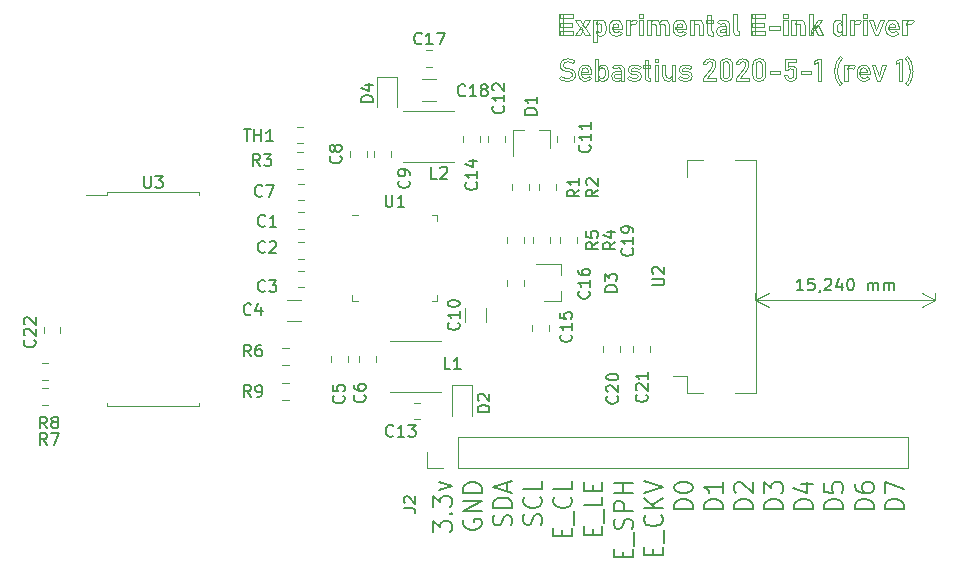
<source format=gbr>
G04 #@! TF.GenerationSoftware,KiCad,Pcbnew,(5.1.5)-3*
G04 #@! TF.CreationDate,2020-05-02T01:09:43+02:00*
G04 #@! TF.ProjectId,inkplateclone,696e6b70-6c61-4746-9563-6c6f6e652e6b,rev?*
G04 #@! TF.SameCoordinates,Original*
G04 #@! TF.FileFunction,Legend,Top*
G04 #@! TF.FilePolarity,Positive*
%FSLAX46Y46*%
G04 Gerber Fmt 4.6, Leading zero omitted, Abs format (unit mm)*
G04 Created by KiCad (PCBNEW (5.1.5)-3) date 2020-05-02 01:09:43*
%MOMM*%
%LPD*%
G04 APERTURE LIST*
%ADD10C,0.100000*%
%ADD11C,0.150000*%
%ADD12C,0.120000*%
G04 APERTURE END LIST*
D10*
X127704348Y-70067648D02*
X127704344Y-70067644D01*
X126429748Y-70048563D02*
X126026508Y-70048563D01*
X124874037Y-69247169D02*
X124874037Y-70048562D01*
X128010909Y-68199000D02*
X128359451Y-68199000D01*
X124162953Y-69099610D02*
X124124771Y-69161518D01*
X124124771Y-69161518D02*
X124110804Y-69249835D01*
X124110804Y-69249835D02*
X124110803Y-69250984D01*
X127904061Y-70009138D02*
X127838487Y-70044069D01*
X127838487Y-70044069D02*
X127758126Y-70064269D01*
X127758126Y-70064269D02*
X127704348Y-70067648D01*
X127608934Y-69286605D02*
X127608934Y-69496494D01*
X124084093Y-68958412D02*
X124120826Y-68891131D01*
X124120826Y-68891131D02*
X124162693Y-68832904D01*
X124162693Y-68832904D02*
X124213464Y-68781801D01*
X124213464Y-68781801D02*
X124226563Y-68771421D01*
X127988012Y-69128864D02*
X127943770Y-69072914D01*
X127943770Y-69072914D02*
X127920592Y-69057634D01*
X125566025Y-70048563D02*
X125217483Y-70048563D01*
X125995979Y-68728173D02*
X126364874Y-68728173D01*
X128028722Y-69841227D02*
X127995511Y-69910026D01*
X127995511Y-69910026D02*
X127952029Y-69967340D01*
X127952029Y-69967340D02*
X127904061Y-70009138D01*
X128010912Y-69539751D02*
X128028722Y-69841227D01*
X124226563Y-68771421D02*
X124291161Y-68735138D01*
X124291161Y-68735138D02*
X124370267Y-68713815D01*
X124370267Y-68713815D02*
X124436451Y-68709091D01*
X127988012Y-69650419D02*
X128009409Y-69571699D01*
X128009409Y-69571699D02*
X128010912Y-69539751D01*
X127920592Y-69720379D02*
X127973981Y-69673685D01*
X127973981Y-69673685D02*
X127988012Y-69650419D01*
X127662364Y-69679669D02*
X127718214Y-69723876D01*
X127718214Y-69723876D02*
X127798861Y-69744088D01*
X127798861Y-69744088D02*
X127815011Y-69744549D01*
X125380306Y-69572815D02*
X125995979Y-68728173D01*
X128010909Y-70048563D02*
X128010909Y-68199000D01*
X124525495Y-70048562D02*
X124525487Y-69248442D01*
X127260402Y-69496491D02*
X127260402Y-69285330D01*
X127312552Y-69805599D02*
X127287488Y-69729761D01*
X127287488Y-69729761D02*
X127270650Y-69646405D01*
X127270650Y-69646405D02*
X127261817Y-69554689D01*
X127261817Y-69554689D02*
X127260402Y-69496491D01*
X125693230Y-69366743D02*
X125980714Y-69193744D01*
X124436451Y-68709091D02*
X124529431Y-68716909D01*
X124529431Y-68716909D02*
X124609088Y-68739214D01*
X124609088Y-68739214D02*
X124677253Y-68774786D01*
X124677253Y-68774786D02*
X124732647Y-68820352D01*
X124732647Y-68820352D02*
X124759552Y-68850289D01*
X126026508Y-70048563D02*
X125693230Y-69366743D01*
X124759552Y-68850289D02*
X124800439Y-68910363D01*
X124800439Y-68910363D02*
X124832197Y-68979274D01*
X124832197Y-68979274D02*
X124855047Y-69057295D01*
X124855047Y-69057295D02*
X124868890Y-69143517D01*
X124868890Y-69143517D02*
X124874003Y-69238667D01*
X124874003Y-69238667D02*
X124874037Y-69247169D01*
X125427371Y-69956975D02*
X125380306Y-69572815D01*
X128359451Y-68199000D02*
X128359451Y-70048563D01*
X124874037Y-70048562D02*
X124525495Y-70048562D01*
X125217483Y-70048563D02*
X125217483Y-68199000D01*
X124313055Y-69044910D02*
X124225870Y-69059067D01*
X124225870Y-69059067D02*
X124164419Y-69098123D01*
X124164419Y-69098123D02*
X124162953Y-69099610D01*
X127608934Y-69496494D02*
X127618528Y-69587171D01*
X127618528Y-69587171D02*
X127647500Y-69658943D01*
X127647500Y-69658943D02*
X127662364Y-69679669D01*
X128037622Y-68950777D02*
X128010912Y-69243349D01*
X127312552Y-68973678D02*
X127345224Y-68906280D01*
X127345224Y-68906280D02*
X127386267Y-68847244D01*
X127386267Y-68847244D02*
X127436585Y-68796998D01*
X127436585Y-68796998D02*
X127463926Y-68776510D01*
X127463926Y-70000224D02*
X127408827Y-69954588D01*
X127408827Y-69954588D02*
X127362901Y-69899382D01*
X127362901Y-69899382D02*
X127325983Y-69835760D01*
X127325983Y-69835760D02*
X127312552Y-69805599D01*
X125566025Y-68199000D02*
X125566025Y-70048563D01*
X128010912Y-69243349D02*
X127998623Y-69155505D01*
X127998623Y-69155505D02*
X127988012Y-69128864D01*
X127662364Y-69099614D02*
X127626969Y-69164635D01*
X127626969Y-69164635D02*
X127610360Y-69248530D01*
X127610360Y-69248530D02*
X127608934Y-69286605D01*
X127896425Y-68772690D02*
X127950622Y-68819655D01*
X127950622Y-68819655D02*
X127995552Y-68875607D01*
X127995552Y-68875607D02*
X128032750Y-68940482D01*
X128032750Y-68940482D02*
X128037622Y-68950777D01*
X128359451Y-70048563D02*
X128010909Y-70048563D01*
X124469517Y-69098340D02*
X124407592Y-69059877D01*
X124407592Y-69059877D02*
X124322100Y-69045016D01*
X124322100Y-69045016D02*
X124313055Y-69044910D01*
X127815011Y-69032194D02*
X127730568Y-69047881D01*
X127730568Y-69047881D02*
X127671399Y-69089245D01*
X127671399Y-69089245D02*
X127662364Y-69099614D01*
X127704344Y-70067644D02*
X127612308Y-70059583D01*
X127612308Y-70059583D02*
X127534447Y-70037337D01*
X127534447Y-70037337D02*
X127466580Y-70001987D01*
X127466580Y-70001987D02*
X127463926Y-70000224D01*
X125217483Y-68199000D02*
X125566025Y-68199000D01*
X127704344Y-68709090D02*
X127792691Y-68721153D01*
X127792691Y-68721153D02*
X127863666Y-68751276D01*
X127863666Y-68751276D02*
X127896425Y-68772690D01*
X127463926Y-68776510D02*
X127530141Y-68741133D01*
X127530141Y-68741133D02*
X127607390Y-68718081D01*
X127607390Y-68718081D02*
X127699434Y-68709108D01*
X127699434Y-68709108D02*
X127704344Y-68709090D01*
X125980714Y-69193744D02*
X126429748Y-70048563D01*
X126364874Y-68728173D02*
X125427371Y-69956975D01*
X124110803Y-69250984D02*
X124084093Y-68958412D01*
X127260402Y-69285330D02*
X127264354Y-69189093D01*
X127264354Y-69189093D02*
X127276246Y-69100621D01*
X127276246Y-69100621D02*
X127295995Y-69020358D01*
X127295995Y-69020358D02*
X127312552Y-68973678D01*
X127920592Y-69057634D02*
X127843629Y-69033637D01*
X127843629Y-69033637D02*
X127815011Y-69032194D01*
X127815011Y-69744549D02*
X127900569Y-69729868D01*
X127900569Y-69729868D02*
X127920592Y-69720379D01*
X118495957Y-69200104D02*
X118495957Y-70048563D01*
X117859937Y-69267521D02*
X118190671Y-69267521D01*
X119217213Y-69687298D02*
X119293021Y-69712713D01*
X119293021Y-69712713D02*
X119296083Y-69712738D01*
X124525487Y-69248442D02*
X124511354Y-69162208D01*
X124511354Y-69162208D02*
X124472000Y-69100758D01*
X124472000Y-69100758D02*
X124469517Y-69098340D01*
X123762255Y-70048563D02*
X123762255Y-68728173D01*
X121854179Y-69217913D02*
X122759880Y-69217913D01*
X121561608Y-69712740D02*
X121561608Y-70048563D01*
X124110798Y-70048563D02*
X123762255Y-70048563D01*
X122759880Y-69553734D02*
X121854179Y-69553734D01*
X117389279Y-69659314D02*
X117396764Y-69566483D01*
X117396764Y-69566483D02*
X117418649Y-69487618D01*
X117418649Y-69487618D02*
X117453909Y-69422242D01*
X117453909Y-69422242D02*
X117501553Y-69369528D01*
X117501553Y-69369528D02*
X117506307Y-69365471D01*
X123435338Y-68728173D02*
X123435338Y-70048563D01*
X124110798Y-68728173D02*
X124110798Y-70048563D01*
X118179227Y-69655499D02*
X118205937Y-69847579D01*
X123762255Y-68728173D02*
X124110798Y-68728173D01*
X123086797Y-70048563D02*
X123086797Y-68728173D01*
X120448563Y-69712740D02*
X121561608Y-69712740D01*
X123086797Y-68199000D02*
X123435338Y-68199000D01*
X120448563Y-69298052D02*
X120448563Y-68962230D01*
X117903193Y-69786519D02*
X117999529Y-69781872D01*
X117999529Y-69781872D02*
X118083650Y-69765219D01*
X118083650Y-69765219D02*
X118110537Y-69754719D01*
X117703481Y-69659309D02*
X117728690Y-69734998D01*
X117728690Y-69734998D02*
X117753091Y-69755989D01*
X117994773Y-70043475D02*
X117910727Y-70060921D01*
X117910727Y-70060921D02*
X117817062Y-70067623D01*
X117817062Y-70067623D02*
X117811597Y-70067645D01*
X123086797Y-68547542D02*
X123086797Y-68199000D01*
X123435338Y-68547542D02*
X123086797Y-68547542D01*
X119190500Y-68198996D02*
X119190503Y-69612248D01*
X121421682Y-69298052D02*
X120448563Y-69298052D01*
X117493587Y-69967152D02*
X117448791Y-69911115D01*
X117448791Y-69911115D02*
X117416641Y-69843048D01*
X117416641Y-69843048D02*
X117396799Y-69762472D01*
X117396799Y-69762472D02*
X117389338Y-69669311D01*
X117389338Y-69669311D02*
X117389279Y-69659314D01*
X120322630Y-70048563D02*
X120322630Y-68199000D01*
X117811599Y-70067644D02*
X117716791Y-70061980D01*
X117716791Y-70061980D02*
X117633074Y-70044722D01*
X117633074Y-70044722D02*
X117561822Y-70015936D01*
X117561822Y-70015936D02*
X117502477Y-69975268D01*
X117502477Y-69975268D02*
X117493587Y-69967152D01*
X121854179Y-69553734D02*
X121854179Y-69217913D01*
X120448563Y-68199000D02*
X121561608Y-68199000D01*
X118139787Y-69968425D02*
X118079621Y-70009507D01*
X118079621Y-70009507D02*
X118008966Y-70039136D01*
X118008966Y-70039136D02*
X117994773Y-70043475D01*
X117811597Y-70067645D02*
X117811599Y-70067644D01*
X117861211Y-69533379D02*
X117774056Y-69547316D01*
X117774056Y-69547316D02*
X117742911Y-69565179D01*
X118929728Y-69956971D02*
X118887234Y-69899402D01*
X118887234Y-69899402D02*
X118858234Y-69828350D01*
X118858234Y-69828350D02*
X118843572Y-69742596D01*
X118843572Y-69742596D02*
X118841958Y-69698744D01*
X121421682Y-68962230D02*
X121421682Y-69298052D01*
X123435338Y-70048563D02*
X123086797Y-70048563D01*
X118841958Y-69698744D02*
X118841958Y-68198996D01*
X123086797Y-68728173D02*
X123435338Y-68728173D01*
X120671172Y-70048563D02*
X120322630Y-70048563D01*
X118179215Y-70048563D02*
X118179222Y-69211552D01*
X123435338Y-68199000D02*
X123435338Y-68547542D01*
X122759880Y-69217913D02*
X122759880Y-69553734D01*
X120448563Y-68534821D02*
X120448563Y-68199000D01*
X121561608Y-68534821D02*
X120448563Y-68534821D01*
X121561608Y-68199000D02*
X121561608Y-68534821D01*
X119354593Y-69712738D02*
X119354593Y-70048561D01*
X118208481Y-69533379D02*
X117861211Y-69533379D01*
X119296083Y-69712738D02*
X119354593Y-69712738D01*
X120448563Y-70048563D02*
X120448563Y-69712740D01*
X118205937Y-69847579D02*
X118180262Y-69922488D01*
X118180262Y-69922488D02*
X118139787Y-69968425D01*
X120448563Y-68962230D02*
X121421682Y-68962230D01*
X117506307Y-69365471D02*
X117567332Y-69325375D01*
X117567332Y-69325375D02*
X117638713Y-69296446D01*
X117638713Y-69296446D02*
X117720409Y-69277690D01*
X117720409Y-69277690D02*
X117816401Y-69268398D01*
X117816401Y-69268398D02*
X117859937Y-69267521D01*
X117742911Y-69565179D02*
X117706148Y-69628441D01*
X117706148Y-69628441D02*
X117703481Y-69659309D01*
X119190503Y-69612248D02*
X119216486Y-69686562D01*
X119216486Y-69686562D02*
X119217213Y-69687298D01*
X121561608Y-70048563D02*
X120448563Y-70048563D01*
X119176506Y-70048561D02*
X119084615Y-70039725D01*
X119084615Y-70039725D02*
X119008037Y-70013998D01*
X119008037Y-70013998D02*
X118947179Y-69973660D01*
X118947179Y-69973660D02*
X118929728Y-69956971D01*
X118190671Y-69267521D02*
X118208481Y-69533379D01*
X120671172Y-68199000D02*
X120671172Y-70048563D01*
X120322630Y-68199000D02*
X120671172Y-68199000D01*
X118110537Y-69754719D02*
X118165242Y-69709082D01*
X118165242Y-69709082D02*
X118179227Y-69655499D01*
X117753091Y-69755989D02*
X117828229Y-69781207D01*
X117828229Y-69781207D02*
X117903193Y-69786519D01*
X118841958Y-68198996D02*
X119190500Y-68198996D01*
X118495957Y-70048563D02*
X118179215Y-70048563D01*
X119354593Y-70048561D02*
X119176506Y-70048561D01*
X113976360Y-68781600D02*
X114045491Y-68749769D01*
X114045491Y-68749769D02*
X114122895Y-68726723D01*
X114122895Y-68726723D02*
X114210317Y-68712872D01*
X114210317Y-68712872D02*
X114291829Y-68709090D01*
X115822118Y-68709091D02*
X115915098Y-68716909D01*
X115915098Y-68716909D02*
X115994756Y-68739214D01*
X115994756Y-68739214D02*
X116062921Y-68774786D01*
X116062921Y-68774786D02*
X116118314Y-68820352D01*
X116118314Y-68820352D02*
X116145219Y-68850289D01*
X114522076Y-69295507D02*
X114518276Y-69264977D01*
X114775209Y-69047456D02*
X114800437Y-69122357D01*
X114800437Y-69122357D02*
X114819628Y-69204563D01*
X114819628Y-69204563D02*
X114832396Y-69292204D01*
X114832396Y-69292204D02*
X114839090Y-69387648D01*
X114839090Y-69387648D02*
X114840089Y-69444336D01*
X115911154Y-69248442D02*
X115897022Y-69162208D01*
X115897022Y-69162208D02*
X115857667Y-69100758D01*
X115857667Y-69100758D02*
X115855184Y-69098340D01*
X114578059Y-69668212D02*
X114805756Y-69870468D01*
X114445765Y-69088162D02*
X114388201Y-69045585D01*
X114388201Y-69045585D02*
X114307074Y-69026228D01*
X114307074Y-69026228D02*
X114291847Y-69025832D01*
X115911161Y-70048562D02*
X115911154Y-69248442D01*
X113936931Y-69295507D02*
X114522076Y-69295507D01*
X115612229Y-68771421D02*
X115676832Y-68735138D01*
X115676832Y-68735138D02*
X115755939Y-68713815D01*
X115755939Y-68713815D02*
X115822118Y-68709091D01*
X114453397Y-69739452D02*
X114522305Y-69706957D01*
X114522305Y-69706957D02*
X114578059Y-69668212D01*
X114095951Y-69100882D02*
X114056227Y-69161163D01*
X114056227Y-69161163D02*
X114033076Y-69238629D01*
X114033076Y-69238629D02*
X114027261Y-69313315D01*
X114518276Y-69264977D02*
X114498925Y-69178744D01*
X114498925Y-69178744D02*
X114465158Y-69111961D01*
X114465158Y-69111961D02*
X114445765Y-69088162D01*
X114840089Y-69530836D02*
X113936931Y-69530836D01*
X114840089Y-69444336D02*
X114840089Y-69530836D01*
X117662768Y-68759977D02*
X117738501Y-68735237D01*
X117738501Y-68735237D02*
X117823852Y-68717900D01*
X117823852Y-68717900D02*
X117916381Y-68709693D01*
X117916381Y-68709693D02*
X117950251Y-68709097D01*
X118431087Y-68935517D02*
X118463614Y-69003784D01*
X118463614Y-69003784D02*
X118485351Y-69082100D01*
X118485351Y-69082100D02*
X118495452Y-69173174D01*
X118495452Y-69173174D02*
X118495957Y-69200104D01*
X117950251Y-68709097D02*
X118046629Y-68714048D01*
X118046629Y-68714048D02*
X118132709Y-68728517D01*
X118132709Y-68728517D02*
X118212279Y-68753193D01*
X118212279Y-68753193D02*
X118245367Y-68767607D01*
X115496466Y-70048563D02*
X115147924Y-70048563D01*
X114574243Y-70016755D02*
X114499245Y-70042057D01*
X114499245Y-70042057D02*
X114416204Y-70059947D01*
X114416204Y-70059947D02*
X114323440Y-70067576D01*
X114323440Y-70067576D02*
X114314744Y-70067635D01*
X117147587Y-70054923D02*
X116972045Y-70054923D01*
X115855184Y-69098340D02*
X115793260Y-69059877D01*
X115793260Y-69059877D02*
X115707767Y-69045016D01*
X115707767Y-69045016D02*
X115698722Y-69044910D01*
X117147587Y-69719100D02*
X117147587Y-70054923D01*
X116259703Y-69247169D02*
X116259703Y-70048562D01*
X113936931Y-69530836D02*
X113936931Y-69295507D01*
X115496470Y-69250984D02*
X115469760Y-68958412D01*
X118245367Y-68767607D02*
X118309839Y-68804311D01*
X118309839Y-68804311D02*
X118365100Y-68849758D01*
X118365100Y-68849758D02*
X118411194Y-68904239D01*
X118411194Y-68904239D02*
X118431087Y-68935517D01*
X116637495Y-68344015D02*
X116986037Y-68344015D01*
X114588217Y-68795590D02*
X114643408Y-68841082D01*
X114643408Y-68841082D02*
X114690847Y-68894130D01*
X114690847Y-68894130D02*
X114731415Y-68954902D01*
X114731415Y-68954902D02*
X114764735Y-69021706D01*
X114764735Y-69021706D02*
X114775209Y-69047456D01*
X117454151Y-68899903D02*
X117505093Y-68850166D01*
X117505093Y-68850166D02*
X117566168Y-68806741D01*
X117566168Y-68806741D02*
X117635476Y-68771102D01*
X117635476Y-68771102D02*
X117662768Y-68759977D01*
X117147588Y-69025833D02*
X116501387Y-69025833D01*
X117061087Y-69719100D02*
X117147587Y-69719100D01*
X116637495Y-69705109D02*
X116637495Y-68344015D01*
X114102311Y-69689842D02*
X114161464Y-69731654D01*
X114161464Y-69731654D02*
X114238731Y-69757030D01*
X114238731Y-69757030D02*
X114314744Y-69763622D01*
X115147924Y-70048563D02*
X115147924Y-68728173D01*
X114805756Y-69870468D02*
X114805756Y-69870468D01*
X117670400Y-69112335D02*
X117454151Y-68899903D01*
X115496466Y-68728173D02*
X115496466Y-70048563D01*
X114805756Y-69870468D02*
X114750506Y-69916537D01*
X114750506Y-69916537D02*
X114691141Y-69957367D01*
X114691141Y-69957367D02*
X114626825Y-69993119D01*
X114626825Y-69993119D02*
X114574243Y-70016755D01*
X114314744Y-69763622D02*
X114405613Y-69753302D01*
X114405613Y-69753302D02*
X114453397Y-69739452D01*
X117798877Y-69044915D02*
X117728621Y-69074843D01*
X117728621Y-69074843D02*
X117670400Y-69112335D01*
X117945163Y-69020745D02*
X117854005Y-69030065D01*
X117854005Y-69030065D02*
X117798877Y-69044915D01*
X118118162Y-69070355D02*
X118052744Y-69035696D01*
X118052744Y-69035696D02*
X117966956Y-69021235D01*
X117966956Y-69021235D02*
X117945163Y-69020745D01*
X118179222Y-69211552D02*
X118162614Y-69127440D01*
X118162614Y-69127440D02*
X118118874Y-69070936D01*
X118118874Y-69070936D02*
X118118162Y-69070355D01*
X116501387Y-69025833D02*
X116501387Y-68728173D01*
X115698722Y-69044910D02*
X115611537Y-69059067D01*
X115611537Y-69059067D02*
X115550086Y-69098123D01*
X115550086Y-69098123D02*
X115548620Y-69099610D01*
X114578059Y-69668212D02*
X114578059Y-69668212D01*
X117147588Y-68728173D02*
X117147588Y-69025833D01*
X116501387Y-68728173D02*
X117147588Y-68728173D01*
X117005117Y-69693660D02*
X117061087Y-69719100D01*
X116986037Y-68344015D02*
X116986037Y-69618610D01*
X116717635Y-69967153D02*
X116677331Y-69907327D01*
X116677331Y-69907327D02*
X116651102Y-69833439D01*
X116651102Y-69833439D02*
X116638574Y-69744182D01*
X116638574Y-69744182D02*
X116637495Y-69705109D01*
X114314744Y-70067635D02*
X114314730Y-70067644D01*
X116259703Y-70048562D02*
X115911161Y-70048562D01*
X114291847Y-69025832D02*
X114202405Y-69037166D01*
X114202405Y-69037166D02*
X114133609Y-69068596D01*
X114133609Y-69068596D02*
X114095951Y-69100882D01*
X116986037Y-69618610D02*
X117005117Y-69693660D01*
X116972045Y-70054923D02*
X116879392Y-70047535D01*
X116879392Y-70047535D02*
X116801100Y-70024934D01*
X116801100Y-70024934D02*
X116738511Y-69986968D01*
X116738511Y-69986968D02*
X116717635Y-69967153D01*
X114291829Y-68709090D02*
X114385368Y-68715953D01*
X114385368Y-68715953D02*
X114467629Y-68735420D01*
X114467629Y-68735420D02*
X114538381Y-68765232D01*
X114538381Y-68765232D02*
X114588217Y-68795590D01*
X115469760Y-68958412D02*
X115506493Y-68891131D01*
X115506493Y-68891131D02*
X115548360Y-68832904D01*
X115548360Y-68832904D02*
X115599130Y-68781801D01*
X115599130Y-68781801D02*
X115612229Y-68771421D01*
X116145219Y-68850289D02*
X116186106Y-68910363D01*
X116186106Y-68910363D02*
X116217864Y-68979274D01*
X116217864Y-68979274D02*
X116240713Y-69057295D01*
X116240713Y-69057295D02*
X116254556Y-69143517D01*
X116254556Y-69143517D02*
X116259669Y-69238667D01*
X116259669Y-69238667D02*
X116259703Y-69247169D01*
X115548620Y-69099610D02*
X115510438Y-69161518D01*
X115510438Y-69161518D02*
X115496471Y-69249835D01*
X115496471Y-69249835D02*
X115496470Y-69250984D01*
X115147924Y-68728173D02*
X115496466Y-68728173D01*
X114027261Y-69481225D02*
X114037268Y-69571570D01*
X114037268Y-69571570D02*
X114065923Y-69643331D01*
X114065923Y-69643331D02*
X114102311Y-69689842D01*
X114027261Y-69313315D02*
X114027261Y-69481225D01*
X112065745Y-69044916D02*
X111978560Y-69059073D01*
X111978560Y-69059073D02*
X111917109Y-69098129D01*
X111917109Y-69098129D02*
X111915643Y-69099616D01*
X113987812Y-69998954D02*
X113925529Y-69960909D01*
X113925529Y-69960909D02*
X113870764Y-69915252D01*
X113870764Y-69915252D02*
X113823723Y-69862126D01*
X113823723Y-69862126D02*
X113784263Y-69801326D01*
X113784263Y-69801326D02*
X113781740Y-69796697D01*
X114314730Y-70067644D02*
X114216530Y-70062722D01*
X114216530Y-70062722D02*
X114130278Y-70048890D01*
X114130278Y-70048890D02*
X114051964Y-70026431D01*
X114051964Y-70026431D02*
X113987812Y-69998954D01*
X112841695Y-69044916D02*
X112754779Y-69059354D01*
X112754779Y-69059354D02*
X112693630Y-69098467D01*
X112693630Y-69098467D02*
X112686504Y-69105976D01*
X112633083Y-70048571D02*
X112284540Y-70048571D01*
X112428286Y-68776519D02*
X112483351Y-68821704D01*
X112483351Y-68821704D02*
X112529238Y-68876616D01*
X112529238Y-68876616D02*
X112566453Y-68940793D01*
X112566453Y-68940793D02*
X112580933Y-68973687D01*
X112189141Y-68709099D02*
X112281262Y-68717199D01*
X112281262Y-68717199D02*
X112359226Y-68739706D01*
X112359226Y-68739706D02*
X112425000Y-68774311D01*
X112425000Y-68774311D02*
X112428286Y-68776519D01*
X111983068Y-68772699D02*
X112047398Y-68736323D01*
X112047398Y-68736323D02*
X112125276Y-68714083D01*
X112125276Y-68714083D02*
X112189141Y-68709099D01*
X110424797Y-69057636D02*
X110339567Y-69044916D01*
X110690659Y-68812120D02*
X110487127Y-69095796D01*
X113054127Y-69286603D02*
X113043695Y-69196624D01*
X113043695Y-69196624D02*
X113012223Y-69126282D01*
X113012223Y-69126282D02*
X112998157Y-69108516D01*
X111514945Y-70048563D02*
X111514945Y-68728173D01*
X110118232Y-70048563D02*
X109744249Y-70048563D01*
X112998157Y-69108516D02*
X112940989Y-69064897D01*
X112940989Y-69064897D02*
X112859978Y-69045449D01*
X112859978Y-69045449D02*
X112841695Y-69044916D01*
X111863493Y-69250990D02*
X111836783Y-68958418D01*
X113402673Y-70048569D02*
X113054131Y-70048569D01*
X112952363Y-68709097D02*
X113044847Y-68716971D01*
X113044847Y-68716971D02*
X113123513Y-68738997D01*
X113123513Y-68738997D02*
X113189993Y-68773005D01*
X113189993Y-68773005D02*
X113195325Y-68776517D01*
X112568203Y-68971139D02*
X112604621Y-68907286D01*
X112604621Y-68907286D02*
X112648211Y-68849981D01*
X112648211Y-68849981D02*
X112699098Y-68800730D01*
X112699098Y-68800730D02*
X112729754Y-68777787D01*
X112633074Y-69276431D02*
X112568203Y-68971139D01*
X110839486Y-70048563D02*
X110839486Y-68728173D01*
X110118232Y-68728173D02*
X110118232Y-70048563D01*
X111188028Y-68728173D02*
X111188028Y-70048563D01*
X112227295Y-69108516D02*
X112169711Y-69065741D01*
X112169711Y-69065741D02*
X112089157Y-69045758D01*
X112089157Y-69045758D02*
X112065745Y-69044916D01*
X109744249Y-68728173D02*
X110118232Y-68728173D01*
X111188028Y-68199000D02*
X111188028Y-68547542D01*
X111863487Y-70048563D02*
X111514945Y-70048563D01*
X113349243Y-68973685D02*
X113374917Y-69050227D01*
X113374917Y-69050227D02*
X113392305Y-69135219D01*
X113392305Y-69135219D02*
X113401247Y-69227389D01*
X113401247Y-69227389D02*
X113402673Y-69285337D01*
X112729754Y-68777787D02*
X112794251Y-68741746D01*
X112794251Y-68741746D02*
X112870511Y-68717304D01*
X112870511Y-68717304D02*
X112952363Y-68709097D01*
X109174395Y-69668212D02*
X109402092Y-69870468D01*
X112686504Y-69105976D02*
X112649581Y-69169109D01*
X112649581Y-69169109D02*
X112633676Y-69253443D01*
X112633676Y-69253443D02*
X112633074Y-69276431D01*
X110118232Y-69301869D02*
X110091522Y-68958415D01*
X110091522Y-68958415D02*
X110126549Y-68893279D01*
X110126549Y-68893279D02*
X110168980Y-68835247D01*
X110168980Y-68835247D02*
X110219723Y-68785431D01*
X110219723Y-68785431D02*
X110232719Y-68775240D01*
X110487127Y-69095796D02*
X110425084Y-69057735D01*
X110425084Y-69057735D02*
X110424797Y-69057636D01*
X110839486Y-68728173D02*
X111188028Y-68728173D01*
X108911081Y-70067635D02*
X108911056Y-70067644D01*
X109174395Y-69668212D02*
X109174395Y-69668212D01*
X113195325Y-68776517D02*
X113250732Y-68821408D01*
X113250732Y-68821408D02*
X113297116Y-68876311D01*
X113297116Y-68876311D02*
X113334166Y-68939605D01*
X113334166Y-68939605D02*
X113349243Y-68973685D01*
X110839486Y-68199000D02*
X111188028Y-68199000D01*
X110424799Y-68709090D02*
X110515796Y-68718209D01*
X110515796Y-68718209D02*
X110573629Y-68735800D01*
X110232719Y-68775240D02*
X110296108Y-68737069D01*
X110296108Y-68737069D02*
X110372502Y-68713419D01*
X110372502Y-68713419D02*
X110424799Y-68709090D01*
X113054131Y-70048569D02*
X113054127Y-69286603D01*
X110175472Y-69113606D02*
X110138542Y-69176851D01*
X110138542Y-69176851D02*
X110120201Y-69258861D01*
X110120201Y-69258861D02*
X110118232Y-69301869D01*
X110573629Y-68735800D02*
X110639837Y-68769741D01*
X110639837Y-68769741D02*
X110690659Y-68812120D01*
X113777920Y-68992761D02*
X113815097Y-68929000D01*
X113815097Y-68929000D02*
X113859940Y-68872709D01*
X113859940Y-68872709D02*
X113912069Y-68824519D01*
X113912069Y-68824519D02*
X113972067Y-68784024D01*
X113972067Y-68784024D02*
X113976360Y-68781600D01*
X111514945Y-68728173D02*
X111863487Y-68728173D01*
X111863487Y-68728173D02*
X111863487Y-70048563D01*
X113402673Y-69285337D02*
X113402673Y-70048569D01*
X110339567Y-69044916D02*
X110253381Y-69059077D01*
X110253381Y-69059077D02*
X110190928Y-69097415D01*
X110190928Y-69097415D02*
X110175472Y-69113606D01*
X111188028Y-68547542D02*
X110839486Y-68547542D01*
X112633083Y-69285339D02*
X112633083Y-70048571D01*
X112284540Y-70048571D02*
X112284535Y-69286603D01*
X109402092Y-69870468D02*
X109402092Y-69870468D01*
X112580933Y-68973687D02*
X112605697Y-69049102D01*
X112605697Y-69049102D02*
X112622829Y-69134290D01*
X112622829Y-69134290D02*
X112631624Y-69226036D01*
X112631624Y-69226036D02*
X112633083Y-69285339D01*
X110839486Y-68547542D02*
X110839486Y-68199000D01*
X112284535Y-69286603D02*
X112273987Y-69197077D01*
X112273987Y-69197077D02*
X112242833Y-69127920D01*
X112242833Y-69127920D02*
X112227295Y-69108516D01*
X111188028Y-70048563D02*
X110839486Y-70048563D01*
X111915643Y-69099616D02*
X111877461Y-69161524D01*
X111877461Y-69161524D02*
X111863494Y-69249841D01*
X111863494Y-69249841D02*
X111863493Y-69250990D01*
X109744249Y-70048563D02*
X109744249Y-68728173D01*
X113710500Y-69327310D02*
X113715012Y-69229749D01*
X113715012Y-69229749D02*
X113727999Y-69142542D01*
X113727999Y-69142542D02*
X113749164Y-69063424D01*
X113749164Y-69063424D02*
X113777920Y-68992761D01*
X109402092Y-69870468D02*
X109346842Y-69916537D01*
X109346842Y-69916537D02*
X109287477Y-69957367D01*
X109287477Y-69957367D02*
X109223161Y-69993119D01*
X109223161Y-69993119D02*
X109170579Y-70016755D01*
X109170579Y-70016755D02*
X109095581Y-70042057D01*
X109095581Y-70042057D02*
X109012540Y-70059947D01*
X109012540Y-70059947D02*
X108919777Y-70067576D01*
X108919777Y-70067576D02*
X108911081Y-70067635D01*
X113710500Y-69476140D02*
X113710500Y-69327310D01*
X113781740Y-69796697D02*
X113750230Y-69725638D01*
X113750230Y-69725638D02*
X113727823Y-69647577D01*
X113727823Y-69647577D02*
X113714346Y-69560172D01*
X113714346Y-69560172D02*
X113710500Y-69476140D01*
X111836783Y-68958418D02*
X111872397Y-68893732D01*
X111872397Y-68893732D02*
X111915097Y-68835740D01*
X111915097Y-68835740D02*
X111966365Y-68785541D01*
X111966365Y-68785541D02*
X111983068Y-68772699D01*
X106040038Y-69196288D02*
X106284272Y-68728173D01*
X107273926Y-68728173D02*
X107273926Y-70585368D01*
X107362977Y-69057630D02*
X107310535Y-69105310D01*
X107310535Y-69105310D02*
X107296827Y-69128860D01*
X106925384Y-68728173D02*
X107273926Y-68728173D01*
X107273926Y-70585368D02*
X106925384Y-70585368D01*
X107675903Y-69496490D02*
X107675903Y-69286601D01*
X107675903Y-69286601D02*
X107666375Y-69195278D01*
X107666375Y-69195278D02*
X107637942Y-69123224D01*
X107637942Y-69123224D02*
X107621203Y-69099610D01*
X107256117Y-69841223D02*
X107273927Y-69539747D01*
X109114612Y-69264977D02*
X109095261Y-69178744D01*
X109095261Y-69178744D02*
X109061494Y-69111961D01*
X109061494Y-69111961D02*
X109042102Y-69088162D01*
X109371545Y-69047456D02*
X109396773Y-69122357D01*
X109396773Y-69122357D02*
X109415964Y-69204563D01*
X109415964Y-69204563D02*
X109428732Y-69292204D01*
X109428732Y-69292204D02*
X109435426Y-69387648D01*
X109435426Y-69387648D02*
X109436425Y-69444336D01*
X109184554Y-68795590D02*
X109239745Y-68841082D01*
X109239745Y-68841082D02*
X109287184Y-68894130D01*
X109287184Y-68894130D02*
X109327751Y-68954902D01*
X109327751Y-68954902D02*
X109361071Y-69021706D01*
X109361071Y-69021706D02*
X109371545Y-69047456D01*
X108584138Y-69998954D02*
X108521855Y-69960909D01*
X108521855Y-69960909D02*
X108467090Y-69915252D01*
X108467090Y-69915252D02*
X108420049Y-69862126D01*
X108420049Y-69862126D02*
X108380589Y-69801326D01*
X108380589Y-69801326D02*
X108378066Y-69796697D01*
X107621203Y-69099610D02*
X107566781Y-69053966D01*
X107566781Y-69053966D02*
X107487433Y-69032756D01*
X107487433Y-69032756D02*
X107469829Y-69032190D01*
X107296827Y-69650415D02*
X107341338Y-69705932D01*
X107341338Y-69705932D02*
X107362977Y-69720375D01*
X107469829Y-69744545D02*
X107554716Y-69729134D01*
X107554716Y-69729134D02*
X107614130Y-69687756D01*
X107614130Y-69687756D02*
X107621203Y-69679665D01*
X108378066Y-69796697D02*
X108346560Y-69725638D01*
X108346560Y-69725638D02*
X108324158Y-69647577D01*
X108324158Y-69647577D02*
X108310681Y-69560172D01*
X108310681Y-69560172D02*
X108306836Y-69476140D01*
X108306836Y-69476140D02*
X108306836Y-69327310D01*
X107972281Y-69805604D02*
X107938862Y-69872855D01*
X107938862Y-69872855D02*
X107897146Y-69931157D01*
X107897146Y-69931157D02*
X107846391Y-69980525D01*
X107846391Y-69980525D02*
X107819635Y-70000229D01*
X108024431Y-69496496D02*
X108020360Y-69593323D01*
X108020360Y-69593323D02*
X108008268Y-69681426D01*
X108008268Y-69681426D02*
X107988154Y-69761504D01*
X107988154Y-69761504D02*
X107972281Y-69805604D01*
X107247212Y-68950782D02*
X107282588Y-68885588D01*
X107282588Y-68885588D02*
X107325702Y-68828303D01*
X107325702Y-68828303D02*
X107377444Y-68779926D01*
X107377444Y-68779926D02*
X107387138Y-68772695D01*
X107362977Y-69720375D02*
X107440452Y-69743102D01*
X107440452Y-69743102D02*
X107469829Y-69744545D01*
X108533268Y-69295507D02*
X109118412Y-69295507D01*
X107380778Y-70009134D02*
X107327895Y-69962016D01*
X107327895Y-69962016D02*
X107285565Y-69903712D01*
X107285565Y-69903712D02*
X107256117Y-69841223D01*
X105449807Y-70048563D02*
X105916649Y-69319677D01*
X108623597Y-69313315D02*
X108623597Y-69481225D01*
X109436425Y-69444336D02*
X109436425Y-69530836D01*
X106244838Y-69440522D02*
X106040038Y-69196288D01*
X108888184Y-69025832D02*
X108798742Y-69037166D01*
X108798742Y-69037166D02*
X108729945Y-69068596D01*
X108729945Y-69068596D02*
X108692287Y-69100882D01*
X107469829Y-69032190D02*
X107384631Y-69047177D01*
X107384631Y-69047177D02*
X107362977Y-69057630D01*
X108306836Y-69327310D02*
X108311348Y-69229749D01*
X108311348Y-69229749D02*
X108324303Y-69142704D01*
X108324303Y-69142704D02*
X108345401Y-69063722D01*
X108345401Y-69063722D02*
X108374256Y-68992761D01*
X106688781Y-70048563D02*
X106305894Y-70048563D01*
X106305894Y-70048563D02*
X105980249Y-69502852D01*
X109042102Y-69088162D02*
X108984538Y-69045585D01*
X108984538Y-69045585D02*
X108903411Y-69026228D01*
X108903411Y-69026228D02*
X108888184Y-69025832D01*
X107580490Y-68709095D02*
X107672610Y-68717195D01*
X107672610Y-68717195D02*
X107750574Y-68739702D01*
X107750574Y-68739702D02*
X107816349Y-68774307D01*
X107816349Y-68774307D02*
X107819635Y-68776515D01*
X107273927Y-69539747D02*
X107287007Y-69626913D01*
X107287007Y-69626913D02*
X107296827Y-69650415D01*
X106123994Y-69558822D02*
X105819973Y-70048563D01*
X106171056Y-69261162D02*
X106688781Y-70048563D01*
X108572696Y-68781600D02*
X108641827Y-68749769D01*
X108641827Y-68749769D02*
X108719231Y-68726723D01*
X108719231Y-68726723D02*
X108806653Y-68712872D01*
X108806653Y-68712872D02*
X108888166Y-68709090D01*
X107580490Y-70067649D02*
X107580490Y-70067644D01*
X106668431Y-68728173D02*
X106244838Y-69440522D01*
X107387138Y-68772695D02*
X107450681Y-68735995D01*
X107450681Y-68735995D02*
X107528218Y-68713162D01*
X107528218Y-68713162D02*
X107580490Y-68709095D01*
X109436425Y-69530836D02*
X108533268Y-69530836D01*
X109049734Y-69739452D02*
X109118641Y-69706957D01*
X109118641Y-69706957D02*
X109174395Y-69668212D01*
X108911081Y-69763622D02*
X109001949Y-69753302D01*
X109001949Y-69753302D02*
X109049734Y-69739452D01*
X108698647Y-69689842D02*
X108757801Y-69731654D01*
X108757801Y-69731654D02*
X108835068Y-69757030D01*
X108835068Y-69757030D02*
X108911081Y-69763622D01*
X109118412Y-69295507D02*
X109114612Y-69264977D01*
X108888166Y-68709090D02*
X108981705Y-68715953D01*
X108981705Y-68715953D02*
X109063966Y-68735420D01*
X109063966Y-68735420D02*
X109134718Y-68765232D01*
X109134718Y-68765232D02*
X109184554Y-68795590D01*
X108533268Y-69530836D02*
X108533268Y-69295507D01*
X106925384Y-70585368D02*
X106925384Y-68728173D01*
X108024431Y-69285335D02*
X108024431Y-69496496D01*
X107972281Y-68973683D02*
X107997045Y-69049098D01*
X107997045Y-69049098D02*
X108014177Y-69134286D01*
X108014177Y-69134286D02*
X108022972Y-69226032D01*
X108022972Y-69226032D02*
X108024431Y-69285335D01*
X107819635Y-68776515D02*
X107874700Y-68821700D01*
X107874700Y-68821700D02*
X107920587Y-68876612D01*
X107920587Y-68876612D02*
X107957801Y-68940789D01*
X107957801Y-68940789D02*
X107972281Y-68973683D01*
X107580490Y-70067644D02*
X107490276Y-70057655D01*
X107490276Y-70057655D02*
X107416723Y-70030757D01*
X107416723Y-70030757D02*
X107380778Y-70009134D01*
X105916649Y-69319677D02*
X106123994Y-69558822D01*
X108911056Y-70067644D02*
X108812856Y-70062722D01*
X108812856Y-70062722D02*
X108726604Y-70048890D01*
X108726604Y-70048890D02*
X108648290Y-70026431D01*
X108648290Y-70026431D02*
X108584138Y-69998954D01*
X108623597Y-69481225D02*
X108633604Y-69571570D01*
X108633604Y-69571570D02*
X108662259Y-69643331D01*
X108662259Y-69643331D02*
X108698647Y-69689842D01*
X108692287Y-69100882D02*
X108652563Y-69161163D01*
X108652563Y-69161163D02*
X108629412Y-69238629D01*
X108629412Y-69238629D02*
X108623597Y-69313315D01*
X108374256Y-68992761D02*
X108411433Y-68929000D01*
X108411433Y-68929000D02*
X108456277Y-68872709D01*
X108456277Y-68872709D02*
X108508405Y-68824519D01*
X108508405Y-68824519D02*
X108568403Y-68784024D01*
X108568403Y-68784024D02*
X108572696Y-68781600D01*
X107819635Y-70000229D02*
X107754080Y-70035599D01*
X107754080Y-70035599D02*
X107676288Y-70058843D01*
X107676288Y-70058843D02*
X107580557Y-70067648D01*
X107580557Y-70067648D02*
X107580490Y-70067649D01*
X107273927Y-69243345D02*
X107247212Y-68950782D01*
X107621203Y-69679665D02*
X107657741Y-69615075D01*
X107657741Y-69615075D02*
X107674598Y-69531722D01*
X107674598Y-69531722D02*
X107675903Y-69496490D01*
X106284272Y-68728173D02*
X106668431Y-68728173D01*
X105819973Y-70048563D02*
X105449807Y-70048563D01*
X107296827Y-69128860D02*
X107275661Y-69207754D01*
X107275661Y-69207754D02*
X107273927Y-69243345D01*
X129445781Y-69095796D02*
X129383738Y-69057735D01*
X129383738Y-69057735D02*
X129383451Y-69057636D01*
X133523979Y-68728173D02*
X133523979Y-70048563D01*
X131978433Y-68781600D02*
X132047563Y-68749769D01*
X132047563Y-68749769D02*
X132124967Y-68726723D01*
X132124967Y-68726723D02*
X132212389Y-68712872D01*
X132212389Y-68712872D02*
X132293901Y-68709090D01*
X132524139Y-69295507D02*
X132520339Y-69264977D01*
X133149995Y-68728173D02*
X133523979Y-68728173D01*
X132098015Y-69100882D02*
X132058291Y-69161163D01*
X132058291Y-69161163D02*
X132035140Y-69238629D01*
X132035140Y-69238629D02*
X132029325Y-69313315D01*
X129191375Y-68775240D02*
X129254764Y-68737069D01*
X129254764Y-68737069D02*
X129331158Y-68713419D01*
X129331158Y-68713419D02*
X129383455Y-68709090D01*
X129383455Y-68709090D02*
X129474452Y-68718209D01*
X129474452Y-68718209D02*
X129532284Y-68735800D01*
X130146682Y-68547542D02*
X129798141Y-68547542D01*
X132580122Y-69668212D02*
X132807819Y-69870468D01*
X129076887Y-69301869D02*
X129050177Y-68958415D01*
X132029325Y-69313315D02*
X132029325Y-69481225D01*
X129798141Y-68199000D02*
X130146682Y-68199000D01*
X132447829Y-69088162D02*
X132390265Y-69045585D01*
X132390265Y-69045585D02*
X132309137Y-69026228D01*
X132309137Y-69026228D02*
X132293910Y-69025832D01*
X129076886Y-70048563D02*
X128702903Y-70048563D01*
X132807819Y-69870468D02*
X132752569Y-69916537D01*
X132752569Y-69916537D02*
X132693204Y-69957367D01*
X132693204Y-69957367D02*
X132628888Y-69993119D01*
X132628888Y-69993119D02*
X132576306Y-70016755D01*
X131572652Y-68728173D02*
X131076551Y-70048563D01*
X132580122Y-69668212D02*
X132580122Y-69668212D01*
X132104375Y-69689842D02*
X132163528Y-69731654D01*
X132163528Y-69731654D02*
X132240795Y-69757030D01*
X132240795Y-69757030D02*
X132316807Y-69763622D01*
X132293910Y-69025832D02*
X132204468Y-69037166D01*
X132204468Y-69037166D02*
X132135673Y-69068596D01*
X132135673Y-69068596D02*
X132098015Y-69100882D01*
X132842151Y-69530836D02*
X131938995Y-69530836D01*
X131938995Y-69295507D02*
X132524139Y-69295507D01*
X132293901Y-68709090D02*
X132387440Y-68715953D01*
X132387440Y-68715953D02*
X132469701Y-68735420D01*
X132469701Y-68735420D02*
X132540453Y-68765232D01*
X132540453Y-68765232D02*
X132590289Y-68795590D01*
X131779993Y-68992761D02*
X131817170Y-68929000D01*
X131817170Y-68929000D02*
X131862013Y-68872709D01*
X131862013Y-68872709D02*
X131914142Y-68824519D01*
X131914142Y-68824519D02*
X131974140Y-68784024D01*
X131974140Y-68784024D02*
X131978433Y-68781600D01*
X129134127Y-69113606D02*
X129097197Y-69176851D01*
X129097197Y-69176851D02*
X129078856Y-69258861D01*
X129078856Y-69258861D02*
X129076887Y-69301869D01*
X129383451Y-69057636D02*
X129298221Y-69044916D01*
X128702903Y-70048563D02*
X128702903Y-68728173D01*
X129076886Y-68728173D02*
X129076886Y-70048563D01*
X128702903Y-68728173D02*
X129076886Y-68728173D01*
X130680943Y-68728173D02*
X130953162Y-69556278D01*
X131712573Y-69476140D02*
X131712573Y-69327310D01*
X131076551Y-70048563D02*
X130829773Y-70048563D01*
X130953162Y-69556278D02*
X131225381Y-68728173D01*
X129798141Y-70048563D02*
X129798141Y-68728173D01*
X129532284Y-68735800D02*
X129598492Y-68769741D01*
X129598492Y-68769741D02*
X129649314Y-68812120D01*
X132316802Y-70067644D02*
X132218603Y-70062722D01*
X132218603Y-70062722D02*
X132132351Y-70048890D01*
X132132351Y-70048890D02*
X132054037Y-70026431D01*
X132054037Y-70026431D02*
X131989885Y-69998954D01*
X132807819Y-69870468D02*
X132807819Y-69870468D01*
X132520339Y-69264977D02*
X132500988Y-69178744D01*
X132500988Y-69178744D02*
X132467221Y-69111961D01*
X132467221Y-69111961D02*
X132447829Y-69088162D01*
X131783813Y-69796697D02*
X131752303Y-69725638D01*
X131752303Y-69725638D02*
X131729896Y-69647577D01*
X131729896Y-69647577D02*
X131716419Y-69560172D01*
X131716419Y-69560172D02*
X131712573Y-69476140D01*
X130146682Y-68728173D02*
X130146682Y-70048563D01*
X133892874Y-69095796D02*
X133830831Y-69057735D01*
X133830831Y-69057735D02*
X133830544Y-69057636D01*
X133149995Y-70048563D02*
X133149995Y-68728173D01*
X130146682Y-70048563D02*
X129798141Y-70048563D01*
X133523979Y-70048563D02*
X133149995Y-70048563D01*
X132455461Y-69739452D02*
X132524368Y-69706957D01*
X132524368Y-69706957D02*
X132580122Y-69668212D01*
X129798141Y-68728173D02*
X130146682Y-68728173D01*
X129050177Y-68958415D02*
X129085204Y-68893279D01*
X129085204Y-68893279D02*
X129127635Y-68835247D01*
X129127635Y-68835247D02*
X129178378Y-68785431D01*
X129178378Y-68785431D02*
X129191375Y-68775240D01*
X129298221Y-69044916D02*
X129212036Y-69059077D01*
X129212036Y-69059077D02*
X129149583Y-69097415D01*
X129149583Y-69097415D02*
X129134127Y-69113606D01*
X130829773Y-70048563D02*
X130333673Y-68728173D01*
X132842151Y-69444336D02*
X132842151Y-69530836D01*
X132316807Y-70067635D02*
X132316802Y-70067644D01*
X131712573Y-69327310D02*
X131717085Y-69229749D01*
X131717085Y-69229749D02*
X131730072Y-69142542D01*
X131730072Y-69142542D02*
X131751237Y-69063424D01*
X131751237Y-69063424D02*
X131779993Y-68992761D01*
X131225381Y-68728173D02*
X131572652Y-68728173D01*
X129649314Y-68812120D02*
X129445781Y-69095796D01*
X132316807Y-69763622D02*
X132407676Y-69753302D01*
X132407676Y-69753302D02*
X132455461Y-69739452D01*
X132576306Y-70016755D02*
X132501308Y-70042057D01*
X132501308Y-70042057D02*
X132418267Y-70059947D01*
X132418267Y-70059947D02*
X132325503Y-70067576D01*
X132325503Y-70067576D02*
X132316807Y-70067635D01*
X131938995Y-69530836D02*
X131938995Y-69295507D01*
X130333673Y-68728173D02*
X130680943Y-68728173D01*
X129798141Y-68547542D02*
X129798141Y-68199000D01*
X130146682Y-68199000D02*
X130146682Y-68547542D01*
X132777281Y-69047456D02*
X132802505Y-69122357D01*
X132802505Y-69122357D02*
X132821694Y-69204563D01*
X132821694Y-69204563D02*
X132834460Y-69292204D01*
X132834460Y-69292204D02*
X132841152Y-69387648D01*
X132841152Y-69387648D02*
X132842151Y-69444336D01*
X132029325Y-69481225D02*
X132039332Y-69571570D01*
X132039332Y-69571570D02*
X132067987Y-69643331D01*
X132067987Y-69643331D02*
X132104375Y-69689842D01*
X132590289Y-68795590D02*
X132645480Y-68841082D01*
X132645480Y-68841082D02*
X132692919Y-68894130D01*
X132692919Y-68894130D02*
X132733487Y-68954902D01*
X132733487Y-68954902D02*
X132766807Y-69021706D01*
X132766807Y-69021706D02*
X132777281Y-69047456D01*
X131989885Y-69998954D02*
X131927602Y-69960909D01*
X131927602Y-69960909D02*
X131872837Y-69915252D01*
X131872837Y-69915252D02*
X131825796Y-69862126D01*
X131825796Y-69862126D02*
X131786336Y-69801326D01*
X131786336Y-69801326D02*
X131783813Y-69796697D01*
X117931183Y-72517926D02*
X117931183Y-73358751D01*
X119427103Y-73618312D02*
X120126730Y-73618312D01*
X120075848Y-72684626D02*
X120045310Y-72754737D01*
X120045310Y-72754737D02*
X120009805Y-72819787D01*
X120009805Y-72819787D02*
X119970192Y-72880210D01*
X119970192Y-72880210D02*
X119962636Y-72890699D01*
X120460008Y-73358747D02*
X120460008Y-72517922D01*
X119414387Y-72310621D02*
X119370186Y-72367081D01*
X119370186Y-72367081D02*
X119341067Y-72438166D01*
X119341067Y-72438166D02*
X119329157Y-72498885D01*
X119329157Y-72500185D02*
X119060754Y-72500185D01*
X120719519Y-72517926D02*
X120719519Y-73358751D01*
X120784390Y-72311854D02*
X120745412Y-72372921D01*
X120745412Y-72372921D02*
X120723636Y-72454014D01*
X120723636Y-72454014D02*
X120719519Y-72517926D01*
X119846880Y-72475988D02*
X119834350Y-72388299D01*
X119834350Y-72388299D02*
X119799186Y-72322677D01*
X119799186Y-72322677D02*
X119782010Y-72304261D01*
X117996053Y-73566096D02*
X118053870Y-73608623D01*
X118053870Y-73608623D02*
X118130467Y-73632111D01*
X118130467Y-73632111D02*
X118199582Y-73637326D01*
X120987918Y-72239344D02*
X120896664Y-72248966D01*
X120896664Y-72248966D02*
X120825215Y-72277721D01*
X120825215Y-72277721D02*
X120784390Y-72311854D01*
X120987910Y-73884105D02*
X120987910Y-73884105D01*
X118199582Y-73637326D02*
X118199574Y-73637326D01*
X118467981Y-72517926D02*
X118458952Y-72426174D01*
X118458952Y-72426174D02*
X118432056Y-72352467D01*
X118432056Y-72352467D02*
X118403111Y-72311854D01*
X121191447Y-72311854D02*
X121134211Y-72268556D01*
X121134211Y-72268556D02*
X121057760Y-72244684D01*
X121057760Y-72244684D02*
X120987918Y-72239344D01*
X121256317Y-72517926D02*
X121247288Y-72426174D01*
X121247288Y-72426174D02*
X121220392Y-72352467D01*
X121220392Y-72352467D02*
X121191447Y-72311854D01*
X120593575Y-73745452D02*
X120548392Y-73689918D01*
X120548392Y-73689918D02*
X120512017Y-73625723D01*
X120512017Y-73625723D02*
X120484917Y-73552594D01*
X120484917Y-73552594D02*
X120467402Y-73469442D01*
X120467402Y-73469442D02*
X120460179Y-73376526D01*
X120460179Y-73376526D02*
X120460008Y-73358747D01*
X121256317Y-73358751D02*
X121256317Y-72517926D01*
X119962636Y-72890699D02*
X119427103Y-73618312D01*
X118199582Y-72239344D02*
X118108328Y-72248966D01*
X118108328Y-72248966D02*
X118036878Y-72277721D01*
X118036878Y-72277721D02*
X117996053Y-72311854D01*
X119815080Y-72627318D02*
X119838867Y-72550329D01*
X119838867Y-72550329D02*
X119846880Y-72478488D01*
X119083650Y-73639871D02*
X119728580Y-72779964D01*
X119595015Y-71996421D02*
X119689895Y-72001569D01*
X119689895Y-72001569D02*
X119775144Y-72016797D01*
X119775144Y-72016797D02*
X119850753Y-72041623D01*
X119850753Y-72041623D02*
X119877411Y-72053661D01*
X117996053Y-72311854D02*
X117957076Y-72372921D01*
X117957076Y-72372921D02*
X117935300Y-72454014D01*
X117935300Y-72454014D02*
X117931183Y-72517926D01*
X119060754Y-72498885D02*
X119076896Y-72415017D01*
X119076896Y-72415017D02*
X119100442Y-72337485D01*
X119100442Y-72337485D02*
X119131194Y-72267336D01*
X119131194Y-72267336D02*
X119153614Y-72227938D01*
X120987910Y-73637326D02*
X121078587Y-73627822D01*
X121078587Y-73627822D02*
X121150254Y-73599112D01*
X121150254Y-73599112D02*
X121190167Y-73566096D01*
X120987910Y-71992565D02*
X121084010Y-71997749D01*
X121084010Y-71997749D02*
X121170190Y-72013210D01*
X121170190Y-72013210D02*
X121245267Y-72038224D01*
X121245267Y-72038224D02*
X121311763Y-72073298D01*
X121311763Y-72073298D02*
X121368444Y-72117621D01*
X121368444Y-72117621D02*
X121380974Y-72129946D01*
X120594847Y-72131218D02*
X120648819Y-72084755D01*
X120648819Y-72084755D02*
X120712084Y-72047316D01*
X120712084Y-72047316D02*
X120784578Y-72019397D01*
X120784578Y-72019397D02*
X120866951Y-72001161D01*
X120866951Y-72001161D02*
X120959540Y-71992992D01*
X120959540Y-71992992D02*
X120987910Y-71992565D01*
X120460008Y-72517922D02*
X120465408Y-72422578D01*
X120465408Y-72422578D02*
X120481095Y-72338210D01*
X120481095Y-72338210D02*
X120506761Y-72263099D01*
X120506761Y-72263099D02*
X120541687Y-72197625D01*
X120541687Y-72197625D02*
X120585783Y-72140737D01*
X120585783Y-72140737D02*
X120594847Y-72131218D01*
X120987910Y-73884105D02*
X120891755Y-73878865D01*
X120891755Y-73878865D02*
X120806256Y-73863469D01*
X120806256Y-73863469D02*
X120731176Y-73838460D01*
X120731176Y-73838460D02*
X120665229Y-73803858D01*
X120665229Y-73803858D02*
X120608553Y-73760072D01*
X120608553Y-73760072D02*
X120593575Y-73745452D01*
X120116558Y-72479826D02*
X120107978Y-72571612D01*
X120107978Y-72571612D02*
X120087438Y-72651861D01*
X120087438Y-72651861D02*
X120075848Y-72684626D01*
X119153614Y-72227938D02*
X119195931Y-72169728D01*
X119195931Y-72169728D02*
X119245753Y-72118642D01*
X119245753Y-72118642D02*
X119303210Y-72075567D01*
X119303210Y-72075567D02*
X119336789Y-72056211D01*
X120116558Y-72478526D02*
X120116558Y-72479826D01*
X117931183Y-73358751D02*
X117940066Y-73450020D01*
X117940066Y-73450020D02*
X117966445Y-73523697D01*
X117966445Y-73523697D02*
X117996053Y-73566096D01*
X120055498Y-72217757D02*
X120086867Y-72287298D01*
X120086867Y-72287298D02*
X120107515Y-72367647D01*
X120107515Y-72367647D02*
X120116302Y-72459103D01*
X120116302Y-72459103D02*
X120116558Y-72478526D01*
X119597562Y-72243201D02*
X119509269Y-72255335D01*
X119509269Y-72255335D02*
X119441759Y-72287972D01*
X119441759Y-72287972D02*
X119414387Y-72310621D01*
X119782010Y-72304261D02*
X119720606Y-72264865D01*
X119720606Y-72264865D02*
X119640047Y-72245302D01*
X119640047Y-72245302D02*
X119597562Y-72243201D01*
X119846880Y-72478488D02*
X119846880Y-72475988D01*
X118403111Y-72311854D02*
X118345875Y-72268556D01*
X118345875Y-72268556D02*
X118269424Y-72244684D01*
X118269424Y-72244684D02*
X118199582Y-72239344D01*
X121190167Y-73566096D02*
X121229659Y-73504812D01*
X121229659Y-73504812D02*
X121251594Y-73426326D01*
X121251594Y-73426326D02*
X121256317Y-73358751D01*
X121380974Y-73746725D02*
X121326840Y-73792863D01*
X121326840Y-73792863D02*
X121263552Y-73829933D01*
X121263552Y-73829933D02*
X121189040Y-73858158D01*
X121189040Y-73858158D02*
X121105301Y-73876108D01*
X121105301Y-73876108D02*
X121011597Y-73883808D01*
X121011597Y-73883808D02*
X120987910Y-73884105D01*
X121515812Y-72517922D02*
X121515812Y-73358747D01*
X119083649Y-73865091D02*
X119083650Y-73639871D01*
X120126730Y-73618312D02*
X120126730Y-73865091D01*
X120126730Y-73865091D02*
X119083649Y-73865091D01*
X119060754Y-72500185D02*
X119060754Y-72498885D01*
X119336789Y-72056211D02*
X119406754Y-72025812D01*
X119406754Y-72025812D02*
X119486486Y-72005449D01*
X119486486Y-72005449D02*
X119578551Y-71996610D01*
X119578551Y-71996610D02*
X119595015Y-71996421D01*
X121515812Y-73358747D02*
X121510481Y-73453469D01*
X121510481Y-73453469D02*
X121494766Y-73538446D01*
X121494766Y-73538446D02*
X121469283Y-73613461D01*
X121469283Y-73613461D02*
X121434125Y-73679809D01*
X121434125Y-73679809D02*
X121390158Y-73736975D01*
X121390158Y-73736975D02*
X121380974Y-73746725D01*
X121380974Y-72129946D02*
X121426581Y-72185132D01*
X121426581Y-72185132D02*
X121463034Y-72248679D01*
X121463034Y-72248679D02*
X121490344Y-72321497D01*
X121490344Y-72321497D02*
X121508168Y-72405030D01*
X121508168Y-72405030D02*
X121515588Y-72497793D01*
X121515588Y-72497793D02*
X121515812Y-72517922D01*
X119877411Y-72053661D02*
X119940781Y-72090650D01*
X119940781Y-72090650D02*
X119994921Y-72136729D01*
X119994921Y-72136729D02*
X120039835Y-72192255D01*
X120039835Y-72192255D02*
X120055498Y-72217757D01*
X119329157Y-72498885D02*
X119329157Y-72500185D01*
X119728580Y-72779964D02*
X119769317Y-72720063D01*
X119769317Y-72720063D02*
X119803998Y-72653892D01*
X119803998Y-72653892D02*
X119815080Y-72627318D01*
X115139005Y-72885552D02*
X115139005Y-72885552D01*
X115139005Y-72885552D02*
X115074931Y-72847651D01*
X115074931Y-72847651D02*
X115007586Y-72814772D01*
X115007586Y-72814772D02*
X114943110Y-72790152D01*
X115070240Y-73110790D02*
X115140903Y-73140422D01*
X115140903Y-73140422D02*
X115198546Y-73182862D01*
X115198546Y-73182862D02*
X115234334Y-73221459D01*
X118199574Y-73884105D02*
X118199574Y-73884105D01*
X118592638Y-72129946D02*
X118638245Y-72185132D01*
X118638245Y-72185132D02*
X118674698Y-72248679D01*
X118674698Y-72248679D02*
X118702008Y-72321497D01*
X118702008Y-72321497D02*
X118719832Y-72405030D01*
X118719832Y-72405030D02*
X118727252Y-72497793D01*
X118727252Y-72497793D02*
X118727476Y-72517922D01*
X116940244Y-72779964D02*
X116980981Y-72720063D01*
X116980981Y-72720063D02*
X117015662Y-72653892D01*
X117015662Y-72653892D02*
X117026744Y-72627318D01*
X114943110Y-72790152D02*
X114864023Y-72769122D01*
X114864023Y-72769122D02*
X114774041Y-72758653D01*
X114774041Y-72758653D02*
X114756118Y-72758352D01*
X117174308Y-72890699D02*
X116638775Y-73618312D01*
X114747141Y-73884202D02*
X114747227Y-73884105D01*
X115131373Y-72601887D02*
X115200213Y-72635568D01*
X115200213Y-72635568D02*
X115264727Y-72674638D01*
X115264727Y-72674638D02*
X115295468Y-72696017D01*
X118199574Y-71992565D02*
X118295674Y-71997749D01*
X118295674Y-71997749D02*
X118381853Y-72013210D01*
X118381853Y-72013210D02*
X118456930Y-72038224D01*
X118456930Y-72038224D02*
X118523426Y-72073298D01*
X118523426Y-72073298D02*
X118579597Y-72117140D01*
X118579597Y-72117140D02*
X118592638Y-72129946D01*
X116272416Y-72500185D02*
X116272416Y-72498885D01*
X114834910Y-73073900D02*
X114926725Y-73082452D01*
X114926725Y-73082452D02*
X115013384Y-73096730D01*
X115013384Y-73096730D02*
X115070240Y-73110790D01*
X114827310Y-73072600D02*
X114834910Y-73073900D01*
X114472451Y-72572637D02*
X114548283Y-72547939D01*
X114548283Y-72547939D02*
X114634580Y-72532391D01*
X114634580Y-72532391D02*
X114729344Y-72525861D01*
X114729344Y-72525861D02*
X114756118Y-72525567D01*
X116993674Y-72304261D02*
X116932270Y-72264865D01*
X116932270Y-72264865D02*
X116851711Y-72245302D01*
X116851711Y-72245302D02*
X116809227Y-72243201D01*
X117089074Y-72053661D02*
X117152444Y-72090650D01*
X117152444Y-72090650D02*
X117206584Y-72136729D01*
X117206584Y-72136729D02*
X117251498Y-72192255D01*
X117251498Y-72192255D02*
X117267161Y-72217757D01*
X114557678Y-72804142D02*
X114509853Y-72856585D01*
X114509853Y-72856585D02*
X114491528Y-72938980D01*
X117338403Y-73618312D02*
X117338403Y-73865091D01*
X117267161Y-72217757D02*
X117298530Y-72287298D01*
X117298530Y-72287298D02*
X117319178Y-72367647D01*
X117319178Y-72367647D02*
X117327965Y-72459103D01*
X117327965Y-72459103D02*
X117328221Y-72478526D01*
X116540821Y-72500185D02*
X116272416Y-72500185D01*
X116365277Y-72227938D02*
X116407594Y-72169728D01*
X116407594Y-72169728D02*
X116457416Y-72118642D01*
X116457416Y-72118642D02*
X116514873Y-72075567D01*
X116514873Y-72075567D02*
X116548452Y-72056211D01*
X114819710Y-73072600D02*
X114827310Y-73072600D01*
X116540821Y-72498885D02*
X116540821Y-72500185D01*
X115054977Y-73837132D02*
X114978235Y-73860603D01*
X114978235Y-73860603D02*
X114892983Y-73875762D01*
X114892983Y-73875762D02*
X114800183Y-73883188D01*
X114800183Y-73883188D02*
X114747141Y-73884202D01*
X115295468Y-72696017D02*
X115295468Y-72696017D01*
X116626051Y-72310621D02*
X116581850Y-72367081D01*
X116581850Y-72367081D02*
X116552731Y-72438166D01*
X116552731Y-72438166D02*
X116540821Y-72498885D01*
X115239424Y-73697207D02*
X115193592Y-73752298D01*
X115193592Y-73752298D02*
X115137427Y-73796232D01*
X115137427Y-73796232D02*
X115071551Y-73830481D01*
X115071551Y-73830481D02*
X115054977Y-73837132D01*
X116548452Y-72056211D02*
X116618417Y-72025812D01*
X116618417Y-72025812D02*
X116698149Y-72005449D01*
X116698149Y-72005449D02*
X116790214Y-71996610D01*
X116790214Y-71996610D02*
X116806678Y-71996421D01*
X118467981Y-73358751D02*
X118467981Y-72517926D01*
X118727476Y-73358747D02*
X118722145Y-73453469D01*
X118722145Y-73453469D02*
X118706430Y-73538446D01*
X118706430Y-73538446D02*
X118680947Y-73613461D01*
X118680947Y-73613461D02*
X118645789Y-73679809D01*
X118645789Y-73679809D02*
X118601822Y-73736975D01*
X118601822Y-73736975D02*
X118592638Y-73746725D01*
X117806510Y-72131218D02*
X117860483Y-72084755D01*
X117860483Y-72084755D02*
X117923749Y-72047316D01*
X117923749Y-72047316D02*
X117996243Y-72019397D01*
X117996243Y-72019397D02*
X118078615Y-72001161D01*
X118078615Y-72001161D02*
X118171204Y-71992992D01*
X118171204Y-71992992D02*
X118199574Y-71992565D01*
X118199574Y-73884105D02*
X118103419Y-73878865D01*
X118103419Y-73878865D02*
X118017920Y-73863469D01*
X118017920Y-73863469D02*
X117942840Y-73838460D01*
X117942840Y-73838460D02*
X117876893Y-73803858D01*
X117876893Y-73803858D02*
X117820217Y-73760072D01*
X117820217Y-73760072D02*
X117805238Y-73745452D01*
X116295313Y-73639871D02*
X116940244Y-72779964D01*
X114801900Y-73071300D02*
X114819710Y-73072600D01*
X117805238Y-73745452D02*
X117760055Y-73689918D01*
X117760055Y-73689918D02*
X117723681Y-73625723D01*
X117723681Y-73625723D02*
X117696582Y-73552594D01*
X117696582Y-73552594D02*
X117679067Y-73469442D01*
X117679067Y-73469442D02*
X117671844Y-73376526D01*
X117671844Y-73376526D02*
X117671673Y-73358747D01*
X116638775Y-73618312D02*
X117338403Y-73618312D01*
X114756118Y-72758352D02*
X114662384Y-72765412D01*
X114662384Y-72765412D02*
X114585113Y-72788433D01*
X114585113Y-72788433D02*
X114557678Y-72804142D01*
X117328221Y-72479826D02*
X117319644Y-72571612D01*
X117319644Y-72571612D02*
X117299108Y-72651861D01*
X117299108Y-72651861D02*
X117287521Y-72684626D01*
X114756118Y-72525567D02*
X114852777Y-72529970D01*
X114852777Y-72529970D02*
X114940729Y-72542404D01*
X114940729Y-72542404D02*
X114952014Y-72544647D01*
X117287521Y-72684626D02*
X117256978Y-72754737D01*
X117256978Y-72754737D02*
X117221472Y-72819787D01*
X117221472Y-72819787D02*
X117181863Y-72880210D01*
X117181863Y-72880210D02*
X117174308Y-72890699D01*
X114491528Y-72938980D02*
X114519329Y-73011609D01*
X114519329Y-73011609D02*
X114528418Y-73019120D01*
X114952014Y-72544647D02*
X115031966Y-72564778D01*
X115031966Y-72564778D02*
X115106547Y-72591252D01*
X115106547Y-72591252D02*
X115131373Y-72601887D01*
X118401831Y-73566096D02*
X118441323Y-73504812D01*
X118441323Y-73504812D02*
X118463258Y-73426326D01*
X118463258Y-73426326D02*
X118467981Y-73358751D01*
X118199574Y-73637326D02*
X118290251Y-73627822D01*
X118290251Y-73627822D02*
X118361918Y-73599112D01*
X118361918Y-73599112D02*
X118401831Y-73566096D01*
X115234334Y-73221459D02*
X115271136Y-73284913D01*
X115271136Y-73284913D02*
X115292936Y-73363351D01*
X115292936Y-73363351D02*
X115300470Y-73456338D01*
X115300470Y-73456338D02*
X115300484Y-73460604D01*
X117058544Y-72475988D02*
X117046014Y-72388299D01*
X117046014Y-72388299D02*
X117010850Y-72322677D01*
X117010850Y-72322677D02*
X116993674Y-72304261D01*
X114786640Y-73070000D02*
X114801900Y-73071300D01*
X117338403Y-73865091D02*
X116295320Y-73865091D01*
X118592638Y-73746725D02*
X118538503Y-73792863D01*
X118538503Y-73792863D02*
X118475215Y-73829933D01*
X118475215Y-73829933D02*
X118400704Y-73858158D01*
X118400704Y-73858158D02*
X118316965Y-73876108D01*
X118316965Y-73876108D02*
X118223261Y-73883808D01*
X118223261Y-73883808D02*
X118199574Y-73884105D01*
X117671673Y-73358747D02*
X117671673Y-72517922D01*
X116295320Y-73865091D02*
X116295313Y-73639871D01*
X117026744Y-72627318D02*
X117050531Y-72550329D01*
X117050531Y-72550329D02*
X117058544Y-72478488D01*
X115300484Y-73460604D02*
X115293184Y-73553329D01*
X115293184Y-73553329D02*
X115272109Y-73632369D01*
X115272109Y-73632369D02*
X115239424Y-73697207D01*
X117328221Y-72478526D02*
X117328221Y-72479826D01*
X116809227Y-72243201D02*
X116720933Y-72255335D01*
X116720933Y-72255335D02*
X116653423Y-72287972D01*
X116653423Y-72287972D02*
X116626051Y-72310621D01*
X117058544Y-72478488D02*
X117058544Y-72475988D01*
X116272416Y-72498885D02*
X116288558Y-72415017D01*
X116288558Y-72415017D02*
X116312104Y-72337485D01*
X116312104Y-72337485D02*
X116342856Y-72267336D01*
X116342856Y-72267336D02*
X116365277Y-72227938D01*
X115295468Y-72696017D02*
X115139005Y-72885552D01*
X118727476Y-72517922D02*
X118727476Y-73358747D01*
X117671673Y-72517922D02*
X117677073Y-72422578D01*
X117677073Y-72422578D02*
X117692760Y-72338210D01*
X117692760Y-72338210D02*
X117718425Y-72263099D01*
X117718425Y-72263099D02*
X117753350Y-72197625D01*
X117753350Y-72197625D02*
X117797446Y-72140737D01*
X117797446Y-72140737D02*
X117806510Y-72131218D01*
X116806678Y-71996421D02*
X116901558Y-72001569D01*
X116901558Y-72001569D02*
X116986807Y-72016797D01*
X116986807Y-72016797D02*
X117062416Y-72041623D01*
X117062416Y-72041623D02*
X117089074Y-72053661D01*
X114623818Y-73054740D02*
X114714420Y-73064884D01*
X114714420Y-73064884D02*
X114786640Y-73070000D01*
X114528418Y-73019120D02*
X114598445Y-73049685D01*
X114598445Y-73049685D02*
X114623818Y-73054740D01*
X114689977Y-73300278D02*
X114679797Y-73300278D01*
X114538610Y-73610610D02*
X114614571Y-73634710D01*
X114614571Y-73634710D02*
X114701215Y-73649298D01*
X114701215Y-73649298D02*
X114747227Y-73651320D01*
X114326177Y-73488493D02*
X114385345Y-73530516D01*
X114385345Y-73530516D02*
X114450125Y-73569468D01*
X114450125Y-73569468D02*
X114517560Y-73602092D01*
X114517560Y-73602092D02*
X114538610Y-73610610D01*
X111817692Y-72544635D02*
X111817692Y-72778692D01*
X112173865Y-73865025D02*
X112173865Y-72544635D01*
X111637059Y-73599166D02*
X111693029Y-73624606D01*
X114977468Y-73604250D02*
X115028952Y-73555351D01*
X115028952Y-73555351D02*
X115054184Y-73480282D01*
X115054184Y-73480282D02*
X115055068Y-73460508D01*
X111222373Y-72778692D02*
X111222373Y-72544635D01*
X114711607Y-73302778D02*
X114689977Y-73300278D01*
X111432261Y-73783615D02*
X111393895Y-73720996D01*
X111393895Y-73720996D02*
X111369849Y-73644463D01*
X111369849Y-73644463D02*
X111359196Y-73554878D01*
X111359196Y-73554878D02*
X111358481Y-73521572D01*
X111358481Y-72160477D02*
X111617979Y-72160477D01*
X114733237Y-73302778D02*
X114711607Y-73302778D01*
X112433364Y-73865025D02*
X112173865Y-73865025D01*
X114527162Y-73861205D02*
X114446197Y-73838691D01*
X114446197Y-73838691D02*
X114373539Y-73810388D01*
X114373539Y-73810388D02*
X114336353Y-73792515D01*
X113626544Y-73377825D02*
X113644354Y-73653860D01*
X111817690Y-73624606D02*
X111817690Y-73871385D01*
X114172259Y-73678029D02*
X114172259Y-73678029D01*
X112433364Y-72544635D02*
X112433364Y-73865025D01*
X115013088Y-73365108D02*
X114946291Y-73331765D01*
X114946291Y-73331765D02*
X114908780Y-73323128D01*
X111817690Y-73871385D02*
X111667590Y-73871385D01*
X111222373Y-72544635D02*
X111817692Y-72544635D01*
X115055068Y-73460508D02*
X115031820Y-73383461D01*
X115031820Y-73383461D02*
X115013088Y-73365108D01*
X114326177Y-73488493D02*
X114326177Y-73488493D01*
X113626550Y-73865025D02*
X113626550Y-72544635D01*
X114172259Y-73678029D02*
X114326177Y-73488493D01*
X111667590Y-73871385D02*
X111575215Y-73862703D01*
X111575215Y-73862703D02*
X111500322Y-73836989D01*
X111500322Y-73836989D02*
X111442247Y-73794520D01*
X111442247Y-73794520D02*
X111432261Y-73783615D01*
X113626550Y-72544635D02*
X113884776Y-72544635D01*
X114336353Y-73792515D02*
X114272682Y-73755689D01*
X114272682Y-73755689D02*
X114214038Y-73713636D01*
X114214038Y-73713636D02*
X114172259Y-73678029D01*
X114747227Y-73884105D02*
X114650508Y-73879984D01*
X114650508Y-73879984D02*
X114562167Y-73868248D01*
X114562167Y-73868248D02*
X114527162Y-73861205D01*
X113359416Y-73637325D02*
X113449647Y-73627136D01*
X113449647Y-73627136D02*
X113520478Y-73597902D01*
X113520478Y-73597902D02*
X113556584Y-73569905D01*
X112830242Y-73347300D02*
X112830242Y-72544636D01*
X110929706Y-73697207D02*
X110883874Y-73752298D01*
X110883874Y-73752298D02*
X110827708Y-73796232D01*
X110827708Y-73796232D02*
X110761832Y-73830481D01*
X110761832Y-73830481D02*
X110745258Y-73837132D01*
X113644354Y-73653860D02*
X113609208Y-73719136D01*
X113609208Y-73719136D02*
X113562844Y-73774988D01*
X113562844Y-73774988D02*
X113512061Y-73817956D01*
X113556584Y-73569905D02*
X113598956Y-73511808D01*
X113598956Y-73511808D02*
X113622405Y-73435063D01*
X113622405Y-73435063D02*
X113626544Y-73377825D01*
X110437421Y-73884202D02*
X110437516Y-73884105D01*
X112173865Y-72015462D02*
X112433364Y-72015462D01*
X111817692Y-72778692D02*
X111222373Y-72778692D01*
X111617979Y-72160477D02*
X111617979Y-73524116D01*
X111617979Y-73524116D02*
X111637059Y-73599166D01*
X110745258Y-73837132D02*
X110668516Y-73860603D01*
X110668516Y-73860603D02*
X110583264Y-73875762D01*
X110583264Y-73875762D02*
X110490463Y-73883188D01*
X110490463Y-73883188D02*
X110437421Y-73884202D01*
X110990766Y-73460604D02*
X110983466Y-73553329D01*
X110983466Y-73553329D02*
X110962391Y-73632369D01*
X110962391Y-73632369D02*
X110929706Y-73697207D01*
X113884776Y-72544635D02*
X113884776Y-73865025D01*
X113159704Y-73562275D02*
X113217222Y-73605956D01*
X113217222Y-73605956D02*
X113292222Y-73631488D01*
X113292222Y-73631488D02*
X113359416Y-73637325D01*
X113089740Y-72544636D02*
X113089744Y-73347299D01*
X112830242Y-72544636D02*
X113089740Y-72544636D01*
X112173865Y-72544635D02*
X112433364Y-72544635D01*
X112948543Y-73744181D02*
X112907028Y-73684972D01*
X112907028Y-73684972D02*
X112874290Y-73616713D01*
X112874290Y-73616713D02*
X112850664Y-73540013D01*
X112850664Y-73540013D02*
X112835937Y-73454016D01*
X112835937Y-73454016D02*
X112830299Y-73358725D01*
X112830299Y-73358725D02*
X112830242Y-73347300D01*
X113884776Y-73865025D02*
X113626550Y-73865025D01*
X112173865Y-72274960D02*
X112173865Y-72015462D01*
X111693029Y-73624606D02*
X111817690Y-73624606D01*
X114908780Y-73323128D02*
X114820416Y-73310817D01*
X114820416Y-73310817D02*
X114733237Y-73302778D01*
X111358481Y-73521572D02*
X111358481Y-72160477D01*
X114747227Y-73651320D02*
X114842501Y-73645925D01*
X114842501Y-73645925D02*
X114925114Y-73628111D01*
X114925114Y-73628111D02*
X114977468Y-73604250D01*
X113089744Y-73347299D02*
X113098825Y-73439129D01*
X113098825Y-73439129D02*
X113125221Y-73513167D01*
X113125221Y-73513167D02*
X113159704Y-73562275D01*
X114301995Y-72711290D02*
X114345877Y-72655111D01*
X114345877Y-72655111D02*
X114401684Y-72609375D01*
X114401684Y-72609375D02*
X114467610Y-72574624D01*
X114467610Y-72574624D02*
X114472451Y-72572637D01*
X112433364Y-72015462D02*
X112433364Y-72274960D01*
X113286908Y-73884106D02*
X113193432Y-73877011D01*
X113193432Y-73877011D02*
X113112228Y-73856536D01*
X113112228Y-73856536D02*
X113043370Y-73824377D01*
X113043370Y-73824377D02*
X112985566Y-73782049D01*
X112985566Y-73782049D02*
X112948543Y-73744181D01*
X113512061Y-73817956D02*
X113447844Y-73854066D01*
X113447844Y-73854066D02*
X113370270Y-73876936D01*
X113370270Y-73876936D02*
X113286908Y-73884106D01*
X114244755Y-72944076D02*
X114251905Y-72851023D01*
X114251905Y-72851023D02*
X114272893Y-72770988D01*
X114272893Y-72770988D02*
X114301995Y-72711290D01*
X114303265Y-73159052D02*
X114267375Y-73093005D01*
X114267375Y-73093005D02*
X114248468Y-73010465D01*
X114248468Y-73010465D02*
X114244755Y-72944076D01*
X114452095Y-73262088D02*
X114382470Y-73230281D01*
X114382470Y-73230281D02*
X114325948Y-73184758D01*
X114325948Y-73184758D02*
X114303265Y-73159052D01*
X114669617Y-73298978D02*
X114577914Y-73288888D01*
X114577914Y-73288888D02*
X114493317Y-73273070D01*
X114493317Y-73273070D02*
X114452095Y-73262088D01*
X112433364Y-72274960D02*
X112173865Y-72274960D01*
X114679797Y-73300278D02*
X114669617Y-73298978D01*
X109353731Y-73727641D02*
X109308141Y-73783367D01*
X109308141Y-73783367D02*
X109268501Y-73815411D01*
X109862549Y-73678029D02*
X110016467Y-73488493D01*
X108762225Y-73475771D02*
X108777680Y-73560736D01*
X108777680Y-73560736D02*
X108820515Y-73618478D01*
X108820515Y-73618478D02*
X108828376Y-73624601D01*
X108964482Y-73292599D02*
X108875735Y-73303956D01*
X108875735Y-73303956D02*
X108811836Y-73338389D01*
X110218698Y-73019120D02*
X110288725Y-73049685D01*
X110288725Y-73049685D02*
X110314098Y-73054740D01*
X110437516Y-73651320D02*
X110532790Y-73645925D01*
X110532790Y-73645925D02*
X110615403Y-73628111D01*
X110615403Y-73628111D02*
X110667757Y-73604250D01*
X110703368Y-73365108D02*
X110636570Y-73331765D01*
X110636570Y-73331765D02*
X110599059Y-73323128D01*
X110247958Y-72804142D02*
X110200133Y-72856585D01*
X110200133Y-72856585D02*
X110181808Y-72938980D01*
X109992275Y-72711290D02*
X110036157Y-72655111D01*
X110036157Y-72655111D02*
X110091964Y-72609375D01*
X110091964Y-72609375D02*
X110157889Y-72574624D01*
X110157889Y-72574624D02*
X110162730Y-72572637D01*
X110016467Y-73488493D02*
X110075636Y-73530516D01*
X110075636Y-73530516D02*
X110140416Y-73569468D01*
X110140416Y-73569468D02*
X110207850Y-73602092D01*
X110207850Y-73602092D02*
X110228900Y-73610610D01*
X110217451Y-73861205D02*
X110136110Y-73838565D01*
X110136110Y-73838565D02*
X110063830Y-73810388D01*
X110063830Y-73810388D02*
X110026644Y-73792515D01*
X110446397Y-72758352D02*
X110352664Y-72765412D01*
X110352664Y-72765412D02*
X110275393Y-72788433D01*
X110275393Y-72788433D02*
X110247958Y-72804142D01*
X110633389Y-72790152D02*
X110554303Y-72769122D01*
X110554303Y-72769122D02*
X110464320Y-72758653D01*
X110464320Y-72758653D02*
X110446397Y-72758352D01*
X110142375Y-73262088D02*
X110072750Y-73230281D01*
X110072750Y-73230281D02*
X110016228Y-73184758D01*
X110016228Y-73184758D02*
X109993545Y-73159052D01*
X109253241Y-73641141D02*
X109310398Y-73597891D01*
X109310398Y-73597891D02*
X109327021Y-73541921D01*
X108963209Y-73083982D02*
X109338464Y-73083982D01*
X110162730Y-72572637D02*
X110238563Y-72547939D01*
X110238563Y-72547939D02*
X110324860Y-72532391D01*
X110324860Y-72532391D02*
X110419623Y-72525861D01*
X110419623Y-72525861D02*
X110446397Y-72525567D01*
X110642293Y-72544647D02*
X110722246Y-72564778D01*
X110722246Y-72564778D02*
X110796827Y-72591252D01*
X110796827Y-72591252D02*
X110821653Y-72601887D01*
X110667757Y-73604250D02*
X110719236Y-73555351D01*
X110719236Y-73555351D02*
X110744464Y-73480282D01*
X110744464Y-73480282D02*
X110745348Y-73460508D01*
X110829286Y-72885552D02*
X110765212Y-72847651D01*
X110765212Y-72847651D02*
X110697865Y-72814772D01*
X110697865Y-72814772D02*
X110633389Y-72790152D01*
X110829286Y-72885552D02*
X110829286Y-72885552D01*
X110985748Y-72696017D02*
X110829286Y-72885552D01*
X109935035Y-72944076D02*
X109942185Y-72851023D01*
X109942185Y-72851023D02*
X109963173Y-72770988D01*
X109963173Y-72770988D02*
X109992275Y-72711290D01*
X109327020Y-73865022D02*
X109327016Y-73028014D01*
X109003915Y-73884101D02*
X109003915Y-73884105D01*
X109268501Y-73815411D02*
X109202360Y-73850471D01*
X109202360Y-73850471D02*
X109152745Y-73866291D01*
X109327021Y-73541921D02*
X109353731Y-73727641D01*
X110821653Y-72601887D02*
X110890493Y-72635568D01*
X110890493Y-72635568D02*
X110955007Y-72674638D01*
X110955007Y-72674638D02*
X110985748Y-72696017D01*
X110446397Y-72525567D02*
X110543057Y-72529970D01*
X110543057Y-72529970D02*
X110631008Y-72542404D01*
X110631008Y-72542404D02*
X110642293Y-72544647D01*
X108517990Y-73475776D02*
X108525150Y-73382442D01*
X108525150Y-73382442D02*
X108546198Y-73302932D01*
X108546198Y-73302932D02*
X108580402Y-73236787D01*
X108580402Y-73236787D02*
X108627150Y-73183274D01*
X108627150Y-73183274D02*
X108628659Y-73181932D01*
X110423516Y-73302778D02*
X110401886Y-73302778D01*
X108828376Y-73624601D02*
X108897106Y-73656673D01*
X108897106Y-73656673D02*
X108982794Y-73671203D01*
X108982794Y-73671203D02*
X109031904Y-73672941D01*
X110599059Y-73323128D02*
X110510696Y-73310817D01*
X110510696Y-73310817D02*
X110423516Y-73302778D01*
X110228900Y-73610610D02*
X110304861Y-73634710D01*
X110304861Y-73634710D02*
X110391504Y-73649298D01*
X110391504Y-73649298D02*
X110437516Y-73651320D01*
X108628659Y-73181932D02*
X108688092Y-73140665D01*
X108688092Y-73140665D02*
X108759366Y-73110966D01*
X108759366Y-73110966D02*
X108841370Y-73092441D01*
X108841370Y-73092441D02*
X108933441Y-73084426D01*
X108933441Y-73084426D02*
X108963209Y-73083982D01*
X110359896Y-73298978D02*
X110268193Y-73288888D01*
X110268193Y-73288888D02*
X110183597Y-73273070D01*
X110183597Y-73273070D02*
X110142375Y-73262088D01*
X110745348Y-73460508D02*
X110722100Y-73383461D01*
X110722100Y-73383461D02*
X110703368Y-73365108D01*
X109031904Y-73672941D02*
X109128539Y-73668875D01*
X109128539Y-73668875D02*
X109215410Y-73654203D01*
X109215410Y-73654203D02*
X109253241Y-73641141D01*
X109356274Y-73292599D02*
X108964482Y-73292599D01*
X109862549Y-73678029D02*
X109862549Y-73678029D01*
X109338464Y-73083982D02*
X109356274Y-73292599D01*
X109573798Y-73016563D02*
X109573798Y-73865022D01*
X108638835Y-73783613D02*
X108589729Y-73731407D01*
X108589729Y-73731407D02*
X108552976Y-73667340D01*
X108552976Y-73667340D02*
X108528989Y-73590643D01*
X108528989Y-73590643D02*
X108518446Y-73500735D01*
X108518446Y-73500735D02*
X108517990Y-73475776D01*
X110924616Y-73221459D02*
X110961418Y-73284913D01*
X110961418Y-73284913D02*
X110983218Y-73363351D01*
X110983218Y-73363351D02*
X110990752Y-73456338D01*
X110990752Y-73456338D02*
X110990766Y-73460604D01*
X110760521Y-73110790D02*
X110831184Y-73140422D01*
X110831184Y-73140422D02*
X110888827Y-73182862D01*
X110888827Y-73182862D02*
X110924616Y-73221459D01*
X110314098Y-73054740D02*
X110404701Y-73064884D01*
X110404701Y-73064884D02*
X110476921Y-73070000D01*
X110181808Y-72938980D02*
X110209609Y-73011609D01*
X110209609Y-73011609D02*
X110218698Y-73019120D01*
X109152745Y-73866291D02*
X109066875Y-73881297D01*
X109066875Y-73881297D02*
X109003915Y-73884101D01*
X109993545Y-73159052D02*
X109957654Y-73093005D01*
X109957654Y-73093005D02*
X109938747Y-73010465D01*
X109938747Y-73010465D02*
X109935035Y-72944076D01*
X109573798Y-73865022D02*
X109327020Y-73865022D01*
X110380256Y-73300278D02*
X110370076Y-73300278D01*
X110437516Y-73884105D02*
X110340797Y-73879984D01*
X110340797Y-73879984D02*
X110252456Y-73868248D01*
X110252456Y-73868248D02*
X110217451Y-73861205D01*
X108811836Y-73338389D02*
X108772987Y-73399743D01*
X108772987Y-73399743D02*
X108762225Y-73475771D01*
X109003915Y-73884105D02*
X108907856Y-73879774D01*
X108907856Y-73879774D02*
X108820925Y-73866462D01*
X108820925Y-73866462D02*
X108742390Y-73843155D01*
X108742390Y-73843155D02*
X108674585Y-73809462D01*
X108674585Y-73809462D02*
X108638835Y-73783613D01*
X110026644Y-73792515D02*
X109962973Y-73755689D01*
X109962973Y-73755689D02*
X109904329Y-73713636D01*
X109904329Y-73713636D02*
X109862549Y-73678029D01*
X110370076Y-73300278D02*
X110359896Y-73298978D01*
X110525191Y-73073900D02*
X110617006Y-73082452D01*
X110617006Y-73082452D02*
X110703665Y-73096730D01*
X110703665Y-73096730D02*
X110760521Y-73110790D01*
X110517591Y-73072600D02*
X110525191Y-73073900D01*
X110509991Y-73072600D02*
X110517591Y-73072600D01*
X110985748Y-72696017D02*
X110985748Y-72696017D01*
X110492181Y-73071300D02*
X110509991Y-73072600D01*
X110476921Y-73070000D02*
X110492181Y-73071300D01*
X110401886Y-73302778D02*
X110380256Y-73300278D01*
X110016467Y-73488493D02*
X110016467Y-73488493D01*
X105971342Y-73297684D02*
X105979317Y-73390314D01*
X105979317Y-73390314D02*
X106002539Y-73467256D01*
X106002539Y-73467256D02*
X106040402Y-73529995D01*
X106040402Y-73529995D02*
X106057842Y-73549550D01*
X109512738Y-72751976D02*
X109544356Y-72823126D01*
X109544356Y-72823126D02*
X109564708Y-72903645D01*
X109564708Y-72903645D02*
X109573542Y-72996745D01*
X109573542Y-72996745D02*
X109573798Y-73016563D01*
X109061160Y-72754520D02*
X108969002Y-72762926D01*
X108969002Y-72762926D02*
X108905970Y-72778690D01*
X105971342Y-73129773D02*
X105971342Y-73297684D01*
X109334651Y-72584065D02*
X109397823Y-72621759D01*
X109397823Y-72621759D02*
X109451502Y-72668361D01*
X109451502Y-72668361D02*
X109496927Y-72725648D01*
X109496927Y-72725648D02*
X109512738Y-72751976D01*
X106057842Y-73549550D02*
X106114324Y-73593199D01*
X106114324Y-73593199D02*
X106185423Y-73622639D01*
X106185423Y-73622639D02*
X106272090Y-73636427D01*
X106272090Y-73636427D02*
X106303348Y-73637320D01*
X106051482Y-72856282D02*
X106012515Y-72917465D01*
X106012515Y-72917465D02*
X105986337Y-72991783D01*
X105986337Y-72991783D02*
X105973127Y-73078722D01*
X105973127Y-73078722D02*
X105971342Y-73129773D01*
X109053528Y-72525555D02*
X109148600Y-72530916D01*
X109148600Y-72530916D02*
X109233387Y-72546587D01*
X109233387Y-72546587D02*
X109308246Y-72571861D01*
X109308246Y-72571861D02*
X109334651Y-72584065D01*
X108905970Y-72778690D02*
X108834531Y-72807892D01*
X108834531Y-72807892D02*
X108772404Y-72846110D01*
X107421483Y-72015462D02*
X107421483Y-73865025D01*
X107680982Y-73650052D02*
X107770145Y-73638850D01*
X107770145Y-73638850D02*
X107839122Y-73607529D01*
X107839122Y-73607529D02*
X107879422Y-73572452D01*
X105980252Y-72598061D02*
X106049527Y-72564861D01*
X106049527Y-72564861D02*
X106126470Y-72541613D01*
X106126470Y-72541613D02*
X106213902Y-72528305D01*
X106213902Y-72528305D02*
X106280456Y-72525551D01*
X106768919Y-73686934D02*
X106768919Y-73686934D01*
X107403674Y-73657683D02*
X107421484Y-73381648D01*
X106280456Y-72525551D02*
X106373790Y-72532739D01*
X106373790Y-72532739D02*
X106454158Y-72552717D01*
X106454158Y-72552717D02*
X106523635Y-72583593D01*
X106523635Y-72583593D02*
X106562851Y-72608231D01*
X108780036Y-72576435D02*
X108856164Y-72550567D01*
X108856164Y-72550567D02*
X108939789Y-72533395D01*
X108939789Y-72533395D02*
X109034287Y-72525765D01*
X109034287Y-72525765D02*
X109053528Y-72525555D01*
X107161984Y-73865025D02*
X107161984Y-72015462D01*
X108156723Y-73638603D02*
X108120890Y-73704260D01*
X108120890Y-73704260D02*
X108076108Y-73760524D01*
X108076108Y-73760524D02*
X108022536Y-73806955D01*
X108022536Y-73806955D02*
X108000262Y-73821780D01*
X108210154Y-73063637D02*
X108210154Y-73351120D01*
X106303348Y-73884101D02*
X106303349Y-73884105D01*
X106303348Y-73637320D02*
X106393194Y-73626903D01*
X106393194Y-73626903D02*
X106459810Y-73605520D01*
X106556491Y-73100516D02*
X106544250Y-73010709D01*
X106544250Y-73010709D02*
X106521177Y-72933770D01*
X106521177Y-72933770D02*
X106486366Y-72868376D01*
X106486366Y-72868376D02*
X106472531Y-72849922D01*
X108582868Y-72716361D02*
X108632619Y-72665402D01*
X108632619Y-72665402D02*
X108690393Y-72622297D01*
X108690393Y-72622297D02*
X108755254Y-72587139D01*
X108755254Y-72587139D02*
X108780036Y-72576435D01*
X107551236Y-72589162D02*
X107616701Y-72554394D01*
X107616701Y-72554394D02*
X107694821Y-72531694D01*
X107694821Y-72531694D02*
X107766212Y-72525562D01*
X106803269Y-73309132D02*
X105912833Y-73309132D01*
X107950652Y-73351115D02*
X107950652Y-73064904D01*
X108772404Y-72846110D02*
X108582868Y-72716361D01*
X109257056Y-72827030D02*
X109199861Y-72784137D01*
X109199861Y-72784137D02*
X109124170Y-72759558D01*
X109124170Y-72759558D02*
X109061160Y-72754520D01*
X108210154Y-73351120D02*
X108205379Y-73447154D01*
X108205379Y-73447154D02*
X108191190Y-73534014D01*
X108191190Y-73534014D02*
X108168047Y-73611133D01*
X108168047Y-73611133D02*
X108156723Y-73638603D01*
X107950652Y-73064904D02*
X107942185Y-72972630D01*
X107942185Y-72972630D02*
X107917268Y-72896759D01*
X107917268Y-72896759D02*
X107879422Y-72839751D01*
X106548854Y-73833221D02*
X106474796Y-73859360D01*
X106474796Y-73859360D02*
X106391386Y-73877598D01*
X106391386Y-73877598D02*
X106303348Y-73884101D01*
X107539784Y-73618252D02*
X107614665Y-73644231D01*
X107614665Y-73644231D02*
X107680982Y-73650052D01*
X106459810Y-73605520D02*
X106526461Y-73571644D01*
X106526461Y-73571644D02*
X106584171Y-73529331D01*
X106584171Y-73529331D02*
X106598464Y-73516480D01*
X106556491Y-73100516D02*
X106556491Y-73100516D01*
X108158004Y-72772337D02*
X108185362Y-72852174D01*
X108185362Y-72852174D02*
X108201911Y-72935973D01*
X108201911Y-72935973D02*
X108209634Y-73030168D01*
X108209634Y-73030168D02*
X108210154Y-73063637D01*
X107452014Y-72880461D02*
X107426965Y-72955908D01*
X107426965Y-72955908D02*
X107421484Y-73021659D01*
X107879422Y-72839751D02*
X107824053Y-72793915D01*
X107824053Y-72793915D02*
X107750800Y-72766393D01*
X107750800Y-72766393D02*
X107680982Y-72759611D01*
X107538511Y-73825595D02*
X107482867Y-73780410D01*
X107482867Y-73780410D02*
X107437950Y-73724510D01*
X107437950Y-73724510D02*
X107403842Y-73658104D01*
X107403842Y-73658104D02*
X107403674Y-73657683D01*
X106803269Y-73222632D02*
X106803269Y-73309132D01*
X106562851Y-72608231D02*
X106617462Y-72653786D01*
X106617462Y-72653786D02*
X106664839Y-72707956D01*
X106664839Y-72707956D02*
X106704326Y-72769056D01*
X106704326Y-72769056D02*
X106736696Y-72836765D01*
X106736696Y-72836765D02*
X106740939Y-72847377D01*
X105789445Y-72809221D02*
X105825859Y-72744505D01*
X105825859Y-72744505D02*
X105869662Y-72687721D01*
X105869662Y-72687721D02*
X105921254Y-72638707D01*
X105921254Y-72638707D02*
X105980252Y-72598061D01*
X109327016Y-73028014D02*
X109316838Y-72937561D01*
X109316838Y-72937561D02*
X109287700Y-72866365D01*
X109287700Y-72866365D02*
X109257056Y-72827030D01*
X107421484Y-73021659D02*
X107394774Y-72767249D01*
X107421483Y-73865025D02*
X107161984Y-73865025D01*
X107753484Y-73884110D02*
X107753488Y-73884105D01*
X108000262Y-73821780D02*
X107932337Y-73854477D01*
X107932337Y-73854477D02*
X107852041Y-73875968D01*
X107852041Y-73875968D02*
X107759951Y-73884074D01*
X107759951Y-73884074D02*
X107753484Y-73884110D01*
X107421484Y-73381648D02*
X107431858Y-73472373D01*
X107431858Y-73472373D02*
X107452014Y-73526662D01*
X108005358Y-72589162D02*
X108063649Y-72634026D01*
X108063649Y-72634026D02*
X108110296Y-72687426D01*
X108110296Y-72687426D02*
X108147728Y-72750048D01*
X108147728Y-72750048D02*
X108158004Y-72772337D01*
X105912833Y-73309132D02*
X105912833Y-73100516D01*
X106768919Y-73686934D02*
X106715582Y-73733652D01*
X106715582Y-73733652D02*
X106656941Y-73775798D01*
X106656941Y-73775798D02*
X106593334Y-73812418D01*
X106593334Y-73812418D02*
X106548854Y-73833221D01*
X107394774Y-72767249D02*
X107432555Y-72704591D01*
X107432555Y-72704591D02*
X107478455Y-72648947D01*
X107478455Y-72648947D02*
X107532342Y-72602107D01*
X107532342Y-72602107D02*
X107551236Y-72589162D01*
X107680982Y-72759611D02*
X107591581Y-72770300D01*
X107591581Y-72770300D02*
X107539784Y-72790141D01*
X107452014Y-73526662D02*
X107494274Y-73584549D01*
X107494274Y-73584549D02*
X107539784Y-73618252D01*
X105912833Y-73100516D02*
X106556491Y-73100516D01*
X106598464Y-73516480D02*
X106598464Y-73516480D01*
X106740939Y-72847377D02*
X106766542Y-72923472D01*
X106766542Y-72923472D02*
X106785284Y-73005579D01*
X106785284Y-73005579D02*
X106797405Y-73094309D01*
X106797405Y-73094309D02*
X106802904Y-73189658D01*
X106802904Y-73189658D02*
X106803269Y-73222632D01*
X107539784Y-72790141D02*
X107483343Y-72834294D01*
X107483343Y-72834294D02*
X107452014Y-72880461D01*
X107161984Y-72015462D02*
X107421483Y-72015462D01*
X107766212Y-72525562D02*
X107859071Y-72533333D01*
X107859071Y-72533333D02*
X107939803Y-72555792D01*
X107939803Y-72555792D02*
X108005358Y-72589162D01*
X107753488Y-73884105D02*
X107661506Y-73875085D01*
X107661506Y-73875085D02*
X107585124Y-73850674D01*
X107585124Y-73850674D02*
X107538511Y-73825595D01*
X106598464Y-73516480D02*
X106768919Y-73686934D01*
X106280451Y-72759602D02*
X106190121Y-72770160D01*
X106190121Y-72770160D02*
X106118947Y-72799034D01*
X106118947Y-72799034D02*
X106062920Y-72843512D01*
X106062920Y-72843512D02*
X106051482Y-72856282D01*
X106472531Y-72849922D02*
X106421250Y-72800934D01*
X106421250Y-72800934D02*
X106353185Y-72768978D01*
X106353185Y-72768978D02*
X106280451Y-72759602D01*
X107879422Y-73572452D02*
X107920879Y-73508737D01*
X107920879Y-73508737D02*
X107944248Y-73430818D01*
X107944248Y-73430818D02*
X107950652Y-73351115D01*
X105112711Y-73200984D02*
X105058864Y-73153608D01*
X105058864Y-73153608D02*
X104990712Y-73119712D01*
X104990712Y-73119712D02*
X104982961Y-73117034D01*
X104837985Y-72819302D02*
X104848165Y-72820602D01*
X104235033Y-72245618D02*
X104278018Y-72188425D01*
X104278018Y-72188425D02*
X104329460Y-72138672D01*
X104329460Y-72138672D02*
X104388245Y-72096886D01*
X104388245Y-72096886D02*
X104455018Y-72062151D01*
X104455018Y-72062151D02*
X104460186Y-72059898D01*
X104741304Y-73883904D02*
X104741270Y-73884105D01*
X105420581Y-73345870D02*
X105420581Y-73348370D01*
X104603932Y-72763372D02*
X104682873Y-72785081D01*
X104682873Y-72785081D02*
X104766138Y-72804033D01*
X104766138Y-72804033D02*
X104829085Y-72816802D01*
X104519973Y-72316856D02*
X104468345Y-72365600D01*
X104468345Y-72365600D02*
X104432383Y-72429721D01*
X104432383Y-72429721D02*
X104416057Y-72513737D01*
X104416057Y-72513737D02*
X104415665Y-72530560D01*
X104264251Y-73782345D02*
X104198772Y-73746674D01*
X104198772Y-73746674D02*
X104137823Y-73706971D01*
X104137823Y-73706971D02*
X104080458Y-73663115D01*
X104080458Y-73663115D02*
X104070899Y-73655139D01*
X105024978Y-72279966D02*
X104947383Y-72256129D01*
X104947383Y-72256129D02*
X104860393Y-72242354D01*
X104860393Y-72242354D02*
X104815089Y-72240537D01*
X105236138Y-72395723D02*
X105236138Y-72395723D01*
X105009713Y-72017928D02*
X105088373Y-72039302D01*
X105088373Y-72039302D02*
X105161732Y-72066271D01*
X105161732Y-72066271D02*
X105199249Y-72082798D01*
X104439833Y-72988524D02*
X104371124Y-72956981D01*
X104371124Y-72956981D02*
X104312153Y-72915755D01*
X104312153Y-72915755D02*
X104260799Y-72865609D01*
X104260799Y-72865609D02*
X104241393Y-72842238D01*
X133979378Y-68735800D02*
X134045585Y-68769741D01*
X134045585Y-68769741D02*
X134096406Y-68812120D01*
X134096406Y-68812120D02*
X133892874Y-69095796D01*
X104465235Y-73594081D02*
X104543188Y-73617355D01*
X104543188Y-73617355D02*
X104627744Y-73632811D01*
X104627744Y-73632811D02*
X104722173Y-73639679D01*
X104722173Y-73639679D02*
X104741270Y-73639871D01*
X104232449Y-73456699D02*
X104232449Y-73456699D01*
X133830548Y-68709090D02*
X133921545Y-68718209D01*
X133921545Y-68718209D02*
X133979378Y-68735800D01*
X105791985Y-73614430D02*
X105762388Y-73543940D01*
X105762388Y-73543940D02*
X105741024Y-73465299D01*
X105741024Y-73465299D02*
X105728082Y-73375783D01*
X105728082Y-73375783D02*
X105724565Y-73292601D01*
X105340441Y-73638397D02*
X105296220Y-73694271D01*
X105296220Y-73694271D02*
X105243533Y-73742899D01*
X105243533Y-73742899D02*
X105184150Y-73783525D01*
X105184150Y-73783525D02*
X105117709Y-73817285D01*
X105117709Y-73817285D02*
X105107655Y-73821574D01*
X105155997Y-72907012D02*
X105221835Y-72941376D01*
X105221835Y-72941376D02*
X105278745Y-72985133D01*
X105278745Y-72985133D02*
X105327074Y-73036873D01*
X105327074Y-73036873D02*
X105344261Y-73059658D01*
X104829085Y-72816802D02*
X104837985Y-72819302D01*
X104815089Y-72240537D02*
X104719297Y-72246041D01*
X104719297Y-72246041D02*
X104635421Y-72262630D01*
X104635421Y-72262630D02*
X104563226Y-72290554D01*
X104563226Y-72290554D02*
X104519973Y-72316856D01*
X105163591Y-73354930D02*
X105163591Y-73353630D01*
X105163591Y-73353630D02*
X105150569Y-73266233D01*
X105150569Y-73266233D02*
X105114090Y-73202519D01*
X105114090Y-73202519D02*
X105112711Y-73200984D01*
X104741270Y-73884105D02*
X104644689Y-73880644D01*
X104644689Y-73880644D02*
X104553603Y-73870528D01*
X104553603Y-73870528D02*
X104488132Y-73858665D01*
X105236138Y-72395723D02*
X105176334Y-72354929D01*
X105176334Y-72354929D02*
X105111582Y-72317898D01*
X105111582Y-72317898D02*
X105042297Y-72286488D01*
X105042297Y-72286488D02*
X105024978Y-72279966D01*
X104761661Y-73063554D02*
X104742581Y-73059754D01*
X104862155Y-72823102D02*
X104876145Y-72825602D01*
X104158713Y-72538190D02*
X104165001Y-72443772D01*
X104165001Y-72443772D02*
X104183027Y-72360535D01*
X104183027Y-72360535D02*
X104211358Y-72288025D01*
X104211358Y-72288025D02*
X104235033Y-72245618D01*
X133523980Y-69301869D02*
X133497270Y-68958415D01*
X104232449Y-73456699D02*
X104288757Y-73501188D01*
X104288757Y-73501188D02*
X104349585Y-73540427D01*
X104349585Y-73540427D02*
X104415887Y-73574229D01*
X104415887Y-73574229D02*
X104465235Y-73594081D01*
X104070899Y-73655139D02*
X104232449Y-73456699D01*
X133830544Y-69057636D02*
X133745314Y-69044916D01*
X104469095Y-72681962D02*
X104525183Y-72726602D01*
X104525183Y-72726602D02*
X104593092Y-72759587D01*
X104593092Y-72759587D02*
X104603932Y-72763372D01*
X133497270Y-68958415D02*
X133532297Y-68893279D01*
X133532297Y-68893279D02*
X133574728Y-68835247D01*
X133574728Y-68835247D02*
X133625471Y-68785431D01*
X133625471Y-68785431D02*
X133638468Y-68775240D01*
X104415665Y-72530560D02*
X104415665Y-72531860D01*
X105383696Y-72189651D02*
X105236138Y-72395723D01*
X104241393Y-72842238D02*
X104203656Y-72779951D01*
X104203656Y-72779951D02*
X104177449Y-72705828D01*
X104177449Y-72705828D02*
X104162632Y-72620586D01*
X104162632Y-72620586D02*
X104158713Y-72539490D01*
X104742581Y-73059754D02*
X104657972Y-73044164D01*
X104657972Y-73044164D02*
X104575216Y-73026323D01*
X104575216Y-73026323D02*
X104495350Y-73005701D01*
X104495350Y-73005701D02*
X104439833Y-72988524D01*
X104778161Y-73066154D02*
X104769261Y-73064854D01*
X105052923Y-73566091D02*
X105107344Y-73517958D01*
X105107344Y-73517958D02*
X105145410Y-73455222D01*
X105145410Y-73455222D02*
X105163114Y-73372477D01*
X105163114Y-73372477D02*
X105163591Y-73354930D01*
X133745314Y-69044916D02*
X133659128Y-69059077D01*
X133659128Y-69059077D02*
X133596676Y-69097415D01*
X133596676Y-69097415D02*
X133581220Y-69113606D01*
X133581220Y-69113606D02*
X133544290Y-69176851D01*
X133544290Y-69176851D02*
X133525949Y-69258861D01*
X133525949Y-69258861D02*
X133523980Y-69301869D01*
X105990425Y-73815415D02*
X105928694Y-73776595D01*
X105928694Y-73776595D02*
X105874970Y-73729838D01*
X105874970Y-73729838D02*
X105829162Y-73675233D01*
X105829162Y-73675233D02*
X105791985Y-73614430D01*
X104815089Y-71996298D02*
X104911070Y-72001452D01*
X104911070Y-72001452D02*
X104998375Y-72015434D01*
X104998375Y-72015434D02*
X105009713Y-72017928D01*
X105344261Y-73059658D02*
X105380830Y-73123729D01*
X105380830Y-73123729D02*
X105405577Y-73199823D01*
X105405577Y-73199823D02*
X105418449Y-73287279D01*
X105418449Y-73287279D02*
X105420581Y-73345870D01*
X104848165Y-72820602D02*
X104862155Y-72823102D01*
X104460186Y-72059898D02*
X104534531Y-72033009D01*
X104534531Y-72033009D02*
X104615434Y-72013526D01*
X104615434Y-72013526D02*
X104703928Y-72001257D01*
X104703928Y-72001257D02*
X104799780Y-71996383D01*
X104799780Y-71996383D02*
X104815089Y-71996298D01*
X104415665Y-72531860D02*
X104429547Y-72618545D01*
X104429547Y-72618545D02*
X104467642Y-72680457D01*
X104467642Y-72680457D02*
X104469095Y-72681962D01*
X104769261Y-73064854D02*
X104761661Y-73063554D01*
X104982961Y-73117034D02*
X104905717Y-73093719D01*
X104905717Y-73093719D02*
X104823498Y-73074867D01*
X104823498Y-73074867D02*
X104778161Y-73066154D01*
X104070899Y-73655139D02*
X104070899Y-73655139D01*
X104488132Y-73858665D02*
X104408395Y-73838366D01*
X104408395Y-73838366D02*
X104333488Y-73812661D01*
X104333488Y-73812661D02*
X104264251Y-73782345D01*
X104741270Y-73639871D02*
X104836813Y-73635184D01*
X104836813Y-73635184D02*
X104922555Y-73620731D01*
X104922555Y-73620731D02*
X104998649Y-73595508D01*
X104998649Y-73595508D02*
X105052923Y-73566091D01*
X105383696Y-72189651D02*
X105383696Y-72189651D01*
X105724565Y-73143771D02*
X105728809Y-73047272D01*
X105728809Y-73047272D02*
X105741422Y-72958922D01*
X105741422Y-72958922D02*
X105762014Y-72879140D01*
X105762014Y-72879140D02*
X105789445Y-72809221D01*
X105724565Y-73292601D02*
X105724565Y-73143771D01*
X104158713Y-72539490D02*
X104158713Y-72538190D01*
X106303349Y-73884105D02*
X106207826Y-73879038D01*
X106207826Y-73879038D02*
X106118375Y-73863411D01*
X106118375Y-73863411D02*
X106041503Y-73838974D01*
X106041503Y-73838974D02*
X105990425Y-73815415D01*
X105107655Y-73821574D02*
X105032876Y-73847457D01*
X105032876Y-73847457D02*
X104951586Y-73866341D01*
X104951586Y-73866341D02*
X104862954Y-73878441D01*
X104862954Y-73878441D02*
X104765450Y-73883700D01*
X104765450Y-73883700D02*
X104741304Y-73883904D01*
X104876145Y-72825602D02*
X104959601Y-72844303D01*
X104959601Y-72844303D02*
X105039830Y-72866006D01*
X105039830Y-72866006D02*
X105117283Y-72891733D01*
X105117283Y-72891733D02*
X105155997Y-72907012D01*
X133638468Y-68775240D02*
X133701856Y-68737069D01*
X133701856Y-68737069D02*
X133778251Y-68713419D01*
X133778251Y-68713419D02*
X133830548Y-68709090D01*
X105199249Y-72082798D02*
X105267948Y-72116759D01*
X105267948Y-72116759D02*
X105332320Y-72154795D01*
X105332320Y-72154795D02*
X105383696Y-72189651D01*
X105420581Y-73348370D02*
X105413790Y-73442743D01*
X105413790Y-73442743D02*
X105394690Y-73525065D01*
X105394690Y-73525065D02*
X105365227Y-73596182D01*
X105365227Y-73596182D02*
X105340441Y-73638397D01*
X128485383Y-72774872D02*
X128523375Y-72711343D01*
X128523375Y-72711343D02*
X128568379Y-72655405D01*
X128568379Y-72655405D02*
X128620853Y-72607702D01*
X128620853Y-72607702D02*
X128643117Y-72591697D01*
X132868872Y-72297857D02*
X132605557Y-72459407D01*
X131738017Y-72544635D02*
X131241917Y-73865025D01*
X133559596Y-71818294D02*
X133607335Y-71872217D01*
X133607335Y-71872217D02*
X133652288Y-71927423D01*
X133652288Y-71927423D02*
X133695302Y-71985062D01*
X133695302Y-71985062D02*
X133736145Y-72045083D01*
X133736145Y-72045083D02*
X133774680Y-72107546D01*
X133774680Y-72107546D02*
X133811586Y-72174062D01*
X133811586Y-72174062D02*
X133844839Y-72241239D01*
X133844839Y-72241239D02*
X133875782Y-72311932D01*
X133875782Y-72311932D02*
X133897961Y-72369092D01*
X131046021Y-73865025D02*
X130549921Y-72544635D01*
X130051266Y-72849922D02*
X129999985Y-72800934D01*
X129999985Y-72800934D02*
X129931921Y-72768978D01*
X129931921Y-72768978D02*
X129859187Y-72759602D01*
X133668992Y-73623334D02*
X133694254Y-73546795D01*
X133694254Y-73546795D02*
X133715905Y-73466995D01*
X133715905Y-73466995D02*
X133733995Y-73382716D01*
X133733995Y-73382716D02*
X133747878Y-73296081D01*
X133747878Y-73296081D02*
X133757709Y-73205313D01*
X133757709Y-73205313D02*
X133763299Y-73108055D01*
X133763299Y-73108055D02*
X133764392Y-73040735D01*
X130141587Y-72608231D02*
X130196197Y-72653786D01*
X130196197Y-72653786D02*
X130243574Y-72707956D01*
X130243574Y-72707956D02*
X130283061Y-72769056D01*
X130283061Y-72769056D02*
X130315431Y-72836765D01*
X130315431Y-72836765D02*
X130319674Y-72847377D01*
X133381508Y-71979844D02*
X133559596Y-71818294D01*
X133668992Y-72458135D02*
X133640883Y-72386233D01*
X133640883Y-72386233D02*
X133609349Y-72316750D01*
X133609349Y-72316750D02*
X133574663Y-72250002D01*
X133574663Y-72250002D02*
X133537175Y-72186272D01*
X133537175Y-72186272D02*
X133496524Y-72124664D01*
X133496524Y-72124664D02*
X133453779Y-72066460D01*
X133453779Y-72066460D02*
X133408763Y-72010993D01*
X133408763Y-72010993D02*
X133381508Y-71979844D01*
X133381508Y-74102898D02*
X133427663Y-74048808D01*
X133427663Y-74048808D02*
X133472160Y-73991418D01*
X133472160Y-73991418D02*
X133513792Y-73931946D01*
X133513792Y-73931946D02*
X133553328Y-73868950D01*
X133553328Y-73868950D02*
X133589454Y-73804200D01*
X133589454Y-73804200D02*
X133623135Y-73735596D01*
X133623135Y-73735596D02*
X133653089Y-73665387D01*
X133653089Y-73665387D02*
X133668992Y-73623334D01*
X130177199Y-73516480D02*
X130177199Y-73516480D01*
X130382004Y-73309132D02*
X129491567Y-73309132D01*
X133128370Y-72015462D02*
X133128370Y-73865025D01*
X130347654Y-73686934D02*
X130347654Y-73686934D01*
X128579513Y-72841019D02*
X128538015Y-72899949D01*
X128538015Y-72899949D02*
X128515520Y-72977475D01*
X128515520Y-72977475D02*
X128512093Y-73029282D01*
X132868872Y-72015462D02*
X133128370Y-72015462D01*
X132605557Y-72191006D02*
X132868872Y-72015462D01*
X129859187Y-72759602D02*
X129768857Y-72770160D01*
X129768857Y-72770160D02*
X129697683Y-72799034D01*
X129697683Y-72799034D02*
X129641656Y-72843512D01*
X129641656Y-72843512D02*
X129630218Y-72856282D01*
X130382004Y-73222632D02*
X130382004Y-73309132D01*
X129370729Y-73614430D02*
X129341133Y-73543940D01*
X129341133Y-73543940D02*
X129319769Y-73465299D01*
X129319769Y-73465299D02*
X129306826Y-73375783D01*
X129306826Y-73375783D02*
X129303309Y-73292601D01*
X129550077Y-73297684D02*
X129558052Y-73390314D01*
X129558052Y-73390314D02*
X129581275Y-73467256D01*
X129581275Y-73467256D02*
X129619138Y-73529995D01*
X129619138Y-73529995D02*
X129636578Y-73549550D01*
X129368179Y-72809221D02*
X129404593Y-72744505D01*
X129404593Y-72744505D02*
X129448396Y-72687721D01*
X129448396Y-72687721D02*
X129499989Y-72638707D01*
X129499989Y-72638707D02*
X129558987Y-72598061D01*
X128512093Y-73029282D02*
X128485383Y-72774872D01*
X132605557Y-72459407D02*
X132605557Y-72191006D01*
X129882095Y-73884105D02*
X129786571Y-73879038D01*
X129786571Y-73879038D02*
X129697120Y-73863411D01*
X129697120Y-73863411D02*
X129620248Y-73838974D01*
X129620248Y-73838974D02*
X129569169Y-73815415D01*
X132868872Y-73865025D02*
X132868872Y-72297857D01*
X133128370Y-73865025D02*
X132868872Y-73865025D01*
X129882084Y-73884101D02*
X129882095Y-73884105D01*
X130820868Y-72544635D02*
X131143969Y-73487224D01*
X131241917Y-73865025D02*
X131046021Y-73865025D01*
X129019644Y-72552257D02*
X129088401Y-72583907D01*
X129088401Y-72583907D02*
X129145975Y-72626598D01*
X129145975Y-72626598D02*
X129148121Y-72628577D01*
X129491567Y-73100516D02*
X130135226Y-73100516D01*
X130549921Y-72544635D02*
X130820868Y-72544635D01*
X130127589Y-73833221D02*
X130053531Y-73859360D01*
X130053531Y-73859360D02*
X129970121Y-73877598D01*
X129970121Y-73877598D02*
X129882084Y-73884101D01*
X130347654Y-73686934D02*
X130294317Y-73733652D01*
X130294317Y-73733652D02*
X130235676Y-73775798D01*
X130235676Y-73775798D02*
X130172069Y-73812418D01*
X130172069Y-73812418D02*
X130127589Y-73833221D01*
X130177199Y-73516480D02*
X130347654Y-73686934D01*
X129636578Y-73549550D02*
X129693060Y-73593199D01*
X129693060Y-73593199D02*
X129764159Y-73622639D01*
X129764159Y-73622639D02*
X129850826Y-73636427D01*
X129850826Y-73636427D02*
X129882084Y-73637320D01*
X129550077Y-73129773D02*
X129550077Y-73297684D01*
X129558987Y-72598061D02*
X129628263Y-72564861D01*
X129628263Y-72564861D02*
X129705206Y-72541613D01*
X129705206Y-72541613D02*
X129792638Y-72528305D01*
X129792638Y-72528305D02*
X129859192Y-72525551D01*
X129148121Y-72628577D02*
X128978938Y-72857559D01*
X129630218Y-72856282D02*
X129591251Y-72917465D01*
X129591251Y-72917465D02*
X129565072Y-72991783D01*
X129565072Y-72991783D02*
X129551862Y-73078722D01*
X129551862Y-73078722D02*
X129550077Y-73129773D01*
X129569169Y-73815415D02*
X129507438Y-73776595D01*
X129507438Y-73776595D02*
X129453715Y-73729838D01*
X129453715Y-73729838D02*
X129407906Y-73675233D01*
X129407906Y-73675233D02*
X129370729Y-73614430D01*
X130135226Y-73100516D02*
X130122985Y-73010709D01*
X130122985Y-73010709D02*
X130099912Y-72933770D01*
X130099912Y-72933770D02*
X130065101Y-72868376D01*
X130065101Y-72868376D02*
X130051266Y-72849922D01*
X129303309Y-73143771D02*
X129307553Y-73047272D01*
X129307553Y-73047272D02*
X129320164Y-72958922D01*
X129320164Y-72958922D02*
X129340753Y-72879140D01*
X129340753Y-72879140D02*
X129368179Y-72809221D01*
X128856821Y-72525547D02*
X128949647Y-72533418D01*
X128949647Y-72533418D02*
X129019644Y-72552257D01*
X128771593Y-72772329D02*
X128682344Y-72783123D01*
X128682344Y-72783123D02*
X128612495Y-72814042D01*
X128612495Y-72814042D02*
X128579513Y-72841019D01*
X130319674Y-72847377D02*
X130345276Y-72923472D01*
X130345276Y-72923472D02*
X130364018Y-73005579D01*
X130364018Y-73005579D02*
X130376139Y-73094309D01*
X130376139Y-73094309D02*
X130381639Y-73189658D01*
X130381639Y-73189658D02*
X130382004Y-73222632D01*
X128643117Y-72591697D02*
X128707538Y-72555928D01*
X128707538Y-72555928D02*
X128785341Y-72532065D01*
X128785341Y-72532065D02*
X128856821Y-72525547D01*
X129303309Y-73292601D02*
X129303309Y-73143771D01*
X131143969Y-73487224D02*
X131467070Y-72544635D01*
X131467070Y-72544635D02*
X131738017Y-72544635D01*
X130038546Y-73605520D02*
X130105196Y-73571644D01*
X130105196Y-73571644D02*
X130162906Y-73529331D01*
X130162906Y-73529331D02*
X130177199Y-73516480D01*
X130135226Y-73100516D02*
X130135226Y-73100516D01*
X129882084Y-73637320D02*
X129971930Y-73626903D01*
X129971930Y-73626903D02*
X130038546Y-73605520D01*
X129491567Y-73309132D02*
X129491567Y-73100516D01*
X129859192Y-72525551D02*
X129952525Y-72532739D01*
X129952525Y-72532739D02*
X130032893Y-72552717D01*
X130032893Y-72552717D02*
X130102371Y-72583593D01*
X130102371Y-72583593D02*
X130141587Y-72608231D01*
X128892438Y-72793959D02*
X128811291Y-72774268D01*
X128811291Y-72774268D02*
X128771593Y-72772329D01*
X133559596Y-74263176D02*
X133381508Y-74102898D01*
X133897961Y-73713650D02*
X133869414Y-73785838D01*
X133869414Y-73785838D02*
X133837974Y-73855492D01*
X133837974Y-73855492D02*
X133803609Y-73922945D01*
X133803609Y-73922945D02*
X133765589Y-73989586D01*
X133765589Y-73989586D02*
X133726772Y-74050885D01*
X133726772Y-74050885D02*
X133685255Y-74110447D01*
X133685255Y-74110447D02*
X133641677Y-74167547D01*
X133641677Y-74167547D02*
X133595122Y-74223479D01*
X133595122Y-74223479D02*
X133559596Y-74263176D01*
X134011174Y-73040735D02*
X134009085Y-73139387D01*
X134009085Y-73139387D02*
X134003004Y-73233688D01*
X134003004Y-73233688D02*
X133993109Y-73324454D01*
X133993109Y-73324454D02*
X133979570Y-73411779D01*
X133979570Y-73411779D02*
X133962124Y-73497668D01*
X133962124Y-73497668D02*
X133941898Y-73577721D01*
X133941898Y-73577721D02*
X133918591Y-73654640D01*
X133918591Y-73654640D02*
X133897961Y-73713650D01*
X133764392Y-73040735D02*
X133762031Y-72942052D01*
X133762031Y-72942052D02*
X133754956Y-72846015D01*
X133754956Y-72846015D02*
X133743602Y-72755479D01*
X133743602Y-72755479D02*
X133728450Y-72670484D01*
X133728450Y-72670484D02*
X133709320Y-72588341D01*
X133709320Y-72588341D02*
X133686376Y-72509265D01*
X133686376Y-72509265D02*
X133668992Y-72458135D01*
X133897961Y-72369092D02*
X133923911Y-72444262D01*
X133923911Y-72444262D02*
X133946989Y-72523201D01*
X133946989Y-72523201D02*
X133966670Y-72604769D01*
X133966670Y-72604769D02*
X133982814Y-72688683D01*
X133982814Y-72688683D02*
X133995845Y-72778830D01*
X133995845Y-72778830D02*
X134004899Y-72871213D01*
X134004899Y-72871213D02*
X134009992Y-72966361D01*
X134009992Y-72966361D02*
X134011174Y-73040735D01*
X128512096Y-73865025D02*
X128252597Y-73865025D01*
X128512096Y-72544635D02*
X128512096Y-73865025D01*
X128252597Y-72544635D02*
X128512096Y-72544635D01*
X127734873Y-72458135D02*
X127710004Y-72533337D01*
X127710004Y-72533337D02*
X127688485Y-72612282D01*
X127688485Y-72612282D02*
X127670286Y-72696499D01*
X127670286Y-72696499D02*
X127656329Y-72782782D01*
X127656329Y-72782782D02*
X127646424Y-72872888D01*
X127646424Y-72872888D02*
X127640734Y-72968149D01*
X127640734Y-72968149D02*
X127639472Y-73040735D01*
X127844269Y-74263176D02*
X127796716Y-74209506D01*
X127796716Y-74209506D02*
X127751409Y-74153973D01*
X127751409Y-74153973D02*
X127708232Y-74096275D01*
X127708232Y-74096275D02*
X127667294Y-74036361D01*
X127667294Y-74036361D02*
X127628867Y-73974438D01*
X127628867Y-73974438D02*
X127592877Y-73910195D01*
X127592877Y-73910195D02*
X127557827Y-73840154D01*
X127557827Y-73840154D02*
X127526366Y-73768970D01*
X127526366Y-73768970D02*
X127504630Y-73713650D01*
X123955602Y-72661655D02*
X124015954Y-72704015D01*
X124015954Y-72704015D02*
X124066360Y-72754996D01*
X124066360Y-72754996D02*
X124107624Y-72814449D01*
X124107624Y-72814449D02*
X124128601Y-72855007D01*
X123192371Y-72015457D02*
X124134962Y-72015457D01*
X127392690Y-73040735D02*
X127394751Y-72942099D01*
X127394751Y-72942099D02*
X127400760Y-72847864D01*
X127400760Y-72847864D02*
X127410985Y-72753870D01*
X127410985Y-72753870D02*
X127424629Y-72666127D01*
X127424629Y-72666127D02*
X127441615Y-72582437D01*
X127441615Y-72582437D02*
X127462038Y-72501418D01*
X127462038Y-72501418D02*
X127485814Y-72423022D01*
X127485814Y-72423022D02*
X127504630Y-72369092D01*
X125974353Y-72015462D02*
X126233851Y-72015462D01*
X125438819Y-73078896D02*
X125438819Y-73325674D01*
X123860198Y-72928795D02*
X123807420Y-72881207D01*
X123807420Y-72881207D02*
X123735822Y-72851942D01*
X123735822Y-72851942D02*
X123668118Y-72844835D01*
X123411165Y-73419804D02*
X123432905Y-73498710D01*
X123432905Y-73498710D02*
X123472923Y-73559957D01*
X123472923Y-73559957D02*
X123492575Y-73578810D01*
X121912692Y-73078896D02*
X122767511Y-73078896D01*
X128022356Y-71979844D02*
X127975141Y-72034922D01*
X127975141Y-72034922D02*
X127931372Y-72091201D01*
X127931372Y-72091201D02*
X127890065Y-72150005D01*
X127890065Y-72150005D02*
X127850529Y-72212816D01*
X127850529Y-72212816D02*
X127814339Y-72277540D01*
X127814339Y-72277540D02*
X127780779Y-72345801D01*
X127780779Y-72345801D02*
X127750768Y-72416084D01*
X127750768Y-72416084D02*
X127734873Y-72458135D01*
X123492575Y-73578810D02*
X123555710Y-73615688D01*
X123555710Y-73615688D02*
X123637909Y-73633623D01*
X123637909Y-73633623D02*
X123668118Y-73634780D01*
X123668118Y-72844835D02*
X123583571Y-72860588D01*
X123583571Y-72860588D02*
X123538369Y-72882995D01*
X127844269Y-71818294D02*
X128022356Y-71979844D01*
X123411165Y-73418504D02*
X123411165Y-73419804D01*
X125711037Y-72191006D02*
X125974353Y-72015462D01*
X123428972Y-72989848D02*
X123192371Y-72989848D01*
X123451869Y-72262235D02*
X123451869Y-72678195D01*
X125974353Y-72297857D02*
X125711037Y-72459407D01*
X127734873Y-73623334D02*
X127764040Y-73697771D01*
X127764040Y-73697771D02*
X127795341Y-73766519D01*
X127795341Y-73766519D02*
X127829919Y-73832981D01*
X127829919Y-73832981D02*
X127867550Y-73896956D01*
X127867550Y-73896956D02*
X127907292Y-73957319D01*
X127907292Y-73957319D02*
X127949993Y-74015708D01*
X127949993Y-74015708D02*
X127994734Y-74071138D01*
X127994734Y-74071138D02*
X128022356Y-74102898D01*
X124584001Y-73325674D02*
X124584001Y-73078896D01*
X123928888Y-73161580D02*
X123921222Y-73068834D01*
X123921222Y-73068834D02*
X123898414Y-72991541D01*
X123898414Y-72991541D02*
X123860465Y-72929117D01*
X123860465Y-72929117D02*
X123860198Y-72928795D01*
X127639472Y-73040735D02*
X127641826Y-73139411D01*
X127641826Y-73139411D02*
X127648625Y-73232651D01*
X127648625Y-73232651D02*
X127659608Y-73321686D01*
X127659608Y-73321686D02*
X127674667Y-73407354D01*
X127674667Y-73407354D02*
X127693413Y-73488785D01*
X127693413Y-73488785D02*
X127715972Y-73567452D01*
X127715972Y-73567452D02*
X127734873Y-73623334D01*
X127504630Y-73713650D02*
X127478966Y-73638183D01*
X127478966Y-73638183D02*
X127456125Y-73558905D01*
X127456125Y-73558905D02*
X127436689Y-73477196D01*
X127436689Y-73477196D02*
X127420729Y-73393102D01*
X127420729Y-73393102D02*
X127407900Y-73303310D01*
X127407900Y-73303310D02*
X127399016Y-73212042D01*
X127399016Y-73212042D02*
X127393897Y-73116524D01*
X127393897Y-73116524D02*
X127392690Y-73040735D01*
X125974353Y-73865025D02*
X125974353Y-72297857D01*
X124188391Y-73316762D02*
X124183625Y-73412881D01*
X124183625Y-73412881D02*
X124169733Y-73499101D01*
X124169733Y-73499101D02*
X124146315Y-73578587D01*
X124146315Y-73578587D02*
X124127331Y-73623326D01*
X123668120Y-73884101D02*
X123668123Y-73884105D01*
X124128601Y-72855007D02*
X124156569Y-72927639D01*
X124156569Y-72927639D02*
X124175924Y-73008668D01*
X124175924Y-73008668D02*
X124186425Y-73098295D01*
X124186425Y-73098295D02*
X124188391Y-73161571D01*
X123151666Y-73419804D02*
X123151666Y-73418504D01*
X122767511Y-73078896D02*
X122767511Y-73325674D01*
X123192371Y-72989848D02*
X123192371Y-72015457D01*
X123418801Y-73829405D02*
X123355446Y-73790644D01*
X123355446Y-73790644D02*
X123301337Y-73743983D01*
X123301337Y-73743983D02*
X123254926Y-73689127D01*
X123254926Y-73689127D02*
X123241986Y-73670398D01*
X125438819Y-73325674D02*
X124584001Y-73325674D01*
X123668123Y-73884105D02*
X123574263Y-73877451D01*
X123574263Y-73877451D02*
X123492592Y-73859011D01*
X123492592Y-73859011D02*
X123420939Y-73830465D01*
X123420939Y-73830465D02*
X123418801Y-73829405D01*
X123538369Y-72882995D02*
X123481995Y-72926710D01*
X123481995Y-72926710D02*
X123435288Y-72980857D01*
X123435288Y-72980857D02*
X123428972Y-72989848D01*
X123928888Y-73316771D02*
X123928888Y-73161580D01*
X123668118Y-73634780D02*
X123756371Y-73622287D01*
X123756371Y-73622287D02*
X123823228Y-73588029D01*
X123823228Y-73588029D02*
X123860198Y-73552100D01*
X120784390Y-73566096D02*
X120842207Y-73608623D01*
X120842207Y-73608623D02*
X120918803Y-73632111D01*
X120918803Y-73632111D02*
X120987918Y-73637326D01*
X124188391Y-73161571D02*
X124188391Y-73316762D01*
X120719519Y-73358751D02*
X120728402Y-73450020D01*
X120728402Y-73450020D02*
X120754781Y-73523697D01*
X120754781Y-73523697D02*
X120784390Y-73566096D01*
X121912692Y-73325674D02*
X121912692Y-73078896D01*
X126233851Y-72015462D02*
X126233851Y-73865025D01*
X124584001Y-73078896D02*
X125438819Y-73078896D01*
X123241986Y-73670398D02*
X123206086Y-73605218D01*
X123206086Y-73605218D02*
X123177776Y-73532235D01*
X123177776Y-73532235D02*
X123157414Y-73452370D01*
X123157414Y-73452370D02*
X123151666Y-73419804D01*
X123559994Y-72617135D02*
X123641118Y-72597871D01*
X123641118Y-72597871D02*
X123682110Y-72595505D01*
X124127331Y-73623326D02*
X124090644Y-73687116D01*
X124090644Y-73687116D02*
X124045767Y-73742535D01*
X124045767Y-73742535D02*
X123992506Y-73789563D01*
X123992506Y-73789563D02*
X123949244Y-73817951D01*
X124134962Y-72262235D02*
X123451869Y-72262235D01*
X123451869Y-72678195D02*
X123512120Y-72638266D01*
X123512120Y-72638266D02*
X123559994Y-72617135D01*
X128022356Y-74102898D02*
X127844269Y-74263176D01*
X126233851Y-73865025D02*
X125974353Y-73865025D01*
X122767511Y-73325674D02*
X121912692Y-73325674D01*
X125711037Y-72459407D02*
X125711037Y-72191006D01*
X123860198Y-73552100D02*
X123898056Y-73489326D01*
X123898056Y-73489326D02*
X123920905Y-73412115D01*
X123920905Y-73412115D02*
X123928880Y-73319719D01*
X123928880Y-73319719D02*
X123928888Y-73316771D01*
X123949244Y-73817951D02*
X123880451Y-73849644D01*
X123880451Y-73849644D02*
X123801848Y-73871604D01*
X123801848Y-73871604D02*
X123712876Y-73882815D01*
X123712876Y-73882815D02*
X123668120Y-73884101D01*
X120987918Y-73637326D02*
X120987910Y-73637326D01*
X127504630Y-72369092D02*
X127533086Y-72297484D01*
X127533086Y-72297484D02*
X127564735Y-72227561D01*
X127564735Y-72227561D02*
X127598521Y-72161264D01*
X127598521Y-72161264D02*
X127634991Y-72097099D01*
X127634991Y-72097099D02*
X127674066Y-72035019D01*
X127674066Y-72035019D02*
X127716047Y-71974476D01*
X127716047Y-71974476D02*
X127759738Y-71916973D01*
X127759738Y-71916973D02*
X127805339Y-71861907D01*
X127805339Y-71861907D02*
X127844269Y-71818294D01*
X123682110Y-72595505D02*
X123776261Y-72601761D01*
X123776261Y-72601761D02*
X123859455Y-72619908D01*
X123859455Y-72619908D02*
X123931424Y-72648550D01*
X123931424Y-72648550D02*
X123955602Y-72661655D01*
X124134962Y-72015457D02*
X124134962Y-72262235D01*
X123151666Y-73418504D02*
X123411165Y-73418504D01*
X128978938Y-72857559D02*
X128925283Y-72810668D01*
X128925283Y-72810668D02*
X128892438Y-72793959D01*
X128252597Y-73865025D02*
X128252597Y-72544635D01*
X104394000Y-70048563D02*
X104045459Y-70048563D01*
X104045459Y-68199000D02*
X104394000Y-68199000D01*
X105284437Y-68534821D02*
X104171391Y-68534821D01*
X105284437Y-70048563D02*
X104171391Y-70048563D01*
X104171391Y-68962230D02*
X105144511Y-68962230D01*
X105854316Y-68728173D02*
X106171056Y-69261162D01*
X105470156Y-68728173D02*
X105854316Y-68728173D01*
X105980249Y-69502852D02*
X105470156Y-68728173D01*
X104171391Y-68534821D02*
X104171391Y-68199000D01*
X104045459Y-70048563D02*
X104045459Y-68199000D01*
X105284437Y-68199000D02*
X105284437Y-68534821D01*
X104171391Y-68199000D02*
X105284437Y-68199000D01*
X104171391Y-69298052D02*
X104171391Y-68962230D01*
X105144511Y-69298052D02*
X104171391Y-69298052D01*
X105144511Y-68962230D02*
X105144511Y-69298052D01*
X104171391Y-70048563D02*
X104171391Y-69712740D01*
X104171391Y-69712740D02*
X105284437Y-69712740D01*
X105284437Y-69712740D02*
X105284437Y-70048563D01*
X104394000Y-68199000D02*
X104394000Y-70048563D01*
D11*
X124762071Y-91638380D02*
X124190642Y-91638380D01*
X124476357Y-91638380D02*
X124476357Y-90638380D01*
X124381119Y-90781238D01*
X124285880Y-90876476D01*
X124190642Y-90924095D01*
X125666833Y-90638380D02*
X125190642Y-90638380D01*
X125143023Y-91114571D01*
X125190642Y-91066952D01*
X125285880Y-91019333D01*
X125523976Y-91019333D01*
X125619214Y-91066952D01*
X125666833Y-91114571D01*
X125714452Y-91209809D01*
X125714452Y-91447904D01*
X125666833Y-91543142D01*
X125619214Y-91590761D01*
X125523976Y-91638380D01*
X125285880Y-91638380D01*
X125190642Y-91590761D01*
X125143023Y-91543142D01*
X126190642Y-91590761D02*
X126190642Y-91638380D01*
X126143023Y-91733619D01*
X126095404Y-91781238D01*
X126571595Y-90733619D02*
X126619214Y-90686000D01*
X126714452Y-90638380D01*
X126952547Y-90638380D01*
X127047785Y-90686000D01*
X127095404Y-90733619D01*
X127143023Y-90828857D01*
X127143023Y-90924095D01*
X127095404Y-91066952D01*
X126523976Y-91638380D01*
X127143023Y-91638380D01*
X128000166Y-90971714D02*
X128000166Y-91638380D01*
X127762071Y-90590761D02*
X127523976Y-91305047D01*
X128143023Y-91305047D01*
X128714452Y-90638380D02*
X128809690Y-90638380D01*
X128904928Y-90686000D01*
X128952547Y-90733619D01*
X129000166Y-90828857D01*
X129047785Y-91019333D01*
X129047785Y-91257428D01*
X129000166Y-91447904D01*
X128952547Y-91543142D01*
X128904928Y-91590761D01*
X128809690Y-91638380D01*
X128714452Y-91638380D01*
X128619214Y-91590761D01*
X128571595Y-91543142D01*
X128523976Y-91447904D01*
X128476357Y-91257428D01*
X128476357Y-91019333D01*
X128523976Y-90828857D01*
X128571595Y-90733619D01*
X128619214Y-90686000D01*
X128714452Y-90638380D01*
X130238261Y-91638380D02*
X130238261Y-90971714D01*
X130238261Y-91066952D02*
X130285880Y-91019333D01*
X130381119Y-90971714D01*
X130523976Y-90971714D01*
X130619214Y-91019333D01*
X130666833Y-91114571D01*
X130666833Y-91638380D01*
X130666833Y-91114571D02*
X130714452Y-91019333D01*
X130809690Y-90971714D01*
X130952547Y-90971714D01*
X131047785Y-91019333D01*
X131095404Y-91114571D01*
X131095404Y-91638380D01*
X131571595Y-91638380D02*
X131571595Y-90971714D01*
X131571595Y-91066952D02*
X131619214Y-91019333D01*
X131714452Y-90971714D01*
X131857309Y-90971714D01*
X131952547Y-91019333D01*
X132000166Y-91114571D01*
X132000166Y-91638380D01*
X132000166Y-91114571D02*
X132047785Y-91019333D01*
X132143023Y-90971714D01*
X132285880Y-90971714D01*
X132381119Y-91019333D01*
X132428738Y-91114571D01*
X132428738Y-91638380D01*
D12*
X135953500Y-92456000D02*
X120713500Y-92456000D01*
X135953500Y-92456000D02*
X135953500Y-91869579D01*
X120713500Y-92456000D02*
X120713500Y-91869579D01*
X120713500Y-92456000D02*
X121840004Y-91869579D01*
X120713500Y-92456000D02*
X121840004Y-93042421D01*
X135953500Y-92456000D02*
X134826996Y-91869579D01*
X135953500Y-92456000D02*
X134826996Y-93042421D01*
D11*
X93409809Y-112103000D02*
X93409809Y-111174428D01*
X94019333Y-111674428D01*
X94019333Y-111460142D01*
X94095523Y-111317285D01*
X94171714Y-111245857D01*
X94324095Y-111174428D01*
X94705047Y-111174428D01*
X94857428Y-111245857D01*
X94933619Y-111317285D01*
X95009809Y-111460142D01*
X95009809Y-111888714D01*
X94933619Y-112031571D01*
X94857428Y-112103000D01*
X94857428Y-110531571D02*
X94933619Y-110460142D01*
X95009809Y-110531571D01*
X94933619Y-110603000D01*
X94857428Y-110531571D01*
X95009809Y-110531571D01*
X93409809Y-109960142D02*
X93409809Y-109031571D01*
X94019333Y-109531571D01*
X94019333Y-109317285D01*
X94095523Y-109174428D01*
X94171714Y-109103000D01*
X94324095Y-109031571D01*
X94705047Y-109031571D01*
X94857428Y-109103000D01*
X94933619Y-109174428D01*
X95009809Y-109317285D01*
X95009809Y-109745857D01*
X94933619Y-109888714D01*
X94857428Y-109960142D01*
X93943142Y-108531571D02*
X95009809Y-108174428D01*
X93943142Y-107817285D01*
X96036000Y-111031571D02*
X95959809Y-111174428D01*
X95959809Y-111388714D01*
X96036000Y-111603000D01*
X96188380Y-111745857D01*
X96340761Y-111817285D01*
X96645523Y-111888714D01*
X96874095Y-111888714D01*
X97178857Y-111817285D01*
X97331238Y-111745857D01*
X97483619Y-111603000D01*
X97559809Y-111388714D01*
X97559809Y-111245857D01*
X97483619Y-111031571D01*
X97407428Y-110960142D01*
X96874095Y-110960142D01*
X96874095Y-111245857D01*
X97559809Y-110317285D02*
X95959809Y-110317285D01*
X97559809Y-109460142D01*
X95959809Y-109460142D01*
X97559809Y-108745857D02*
X95959809Y-108745857D01*
X95959809Y-108388714D01*
X96036000Y-108174428D01*
X96188380Y-108031571D01*
X96340761Y-107960142D01*
X96645523Y-107888714D01*
X96874095Y-107888714D01*
X97178857Y-107960142D01*
X97331238Y-108031571D01*
X97483619Y-108174428D01*
X97559809Y-108388714D01*
X97559809Y-108745857D01*
X100033619Y-111531571D02*
X100109809Y-111317285D01*
X100109809Y-110960142D01*
X100033619Y-110817285D01*
X99957428Y-110745857D01*
X99805047Y-110674428D01*
X99652666Y-110674428D01*
X99500285Y-110745857D01*
X99424095Y-110817285D01*
X99347904Y-110960142D01*
X99271714Y-111245857D01*
X99195523Y-111388714D01*
X99119333Y-111460142D01*
X98966952Y-111531571D01*
X98814571Y-111531571D01*
X98662190Y-111460142D01*
X98586000Y-111388714D01*
X98509809Y-111245857D01*
X98509809Y-110888714D01*
X98586000Y-110674428D01*
X100109809Y-110031571D02*
X98509809Y-110031571D01*
X98509809Y-109674428D01*
X98586000Y-109460142D01*
X98738380Y-109317285D01*
X98890761Y-109245857D01*
X99195523Y-109174428D01*
X99424095Y-109174428D01*
X99728857Y-109245857D01*
X99881238Y-109317285D01*
X100033619Y-109460142D01*
X100109809Y-109674428D01*
X100109809Y-110031571D01*
X99652666Y-108603000D02*
X99652666Y-107888714D01*
X100109809Y-108745857D02*
X98509809Y-108245857D01*
X100109809Y-107745857D01*
X102583619Y-111460142D02*
X102659809Y-111245857D01*
X102659809Y-110888714D01*
X102583619Y-110745857D01*
X102507428Y-110674428D01*
X102355047Y-110603000D01*
X102202666Y-110603000D01*
X102050285Y-110674428D01*
X101974095Y-110745857D01*
X101897904Y-110888714D01*
X101821714Y-111174428D01*
X101745523Y-111317285D01*
X101669333Y-111388714D01*
X101516952Y-111460142D01*
X101364571Y-111460142D01*
X101212190Y-111388714D01*
X101136000Y-111317285D01*
X101059809Y-111174428D01*
X101059809Y-110817285D01*
X101136000Y-110603000D01*
X102507428Y-109103000D02*
X102583619Y-109174428D01*
X102659809Y-109388714D01*
X102659809Y-109531571D01*
X102583619Y-109745857D01*
X102431238Y-109888714D01*
X102278857Y-109960142D01*
X101974095Y-110031571D01*
X101745523Y-110031571D01*
X101440761Y-109960142D01*
X101288380Y-109888714D01*
X101136000Y-109745857D01*
X101059809Y-109531571D01*
X101059809Y-109388714D01*
X101136000Y-109174428D01*
X101212190Y-109103000D01*
X102659809Y-107745857D02*
X102659809Y-108460142D01*
X101059809Y-108460142D01*
X104371714Y-112460142D02*
X104371714Y-111960142D01*
X105209809Y-111745857D02*
X105209809Y-112460142D01*
X103609809Y-112460142D01*
X103609809Y-111745857D01*
X105362190Y-111460142D02*
X105362190Y-110317285D01*
X105057428Y-109103000D02*
X105133619Y-109174428D01*
X105209809Y-109388714D01*
X105209809Y-109531571D01*
X105133619Y-109745857D01*
X104981238Y-109888714D01*
X104828857Y-109960142D01*
X104524095Y-110031571D01*
X104295523Y-110031571D01*
X103990761Y-109960142D01*
X103838380Y-109888714D01*
X103686000Y-109745857D01*
X103609809Y-109531571D01*
X103609809Y-109388714D01*
X103686000Y-109174428D01*
X103762190Y-109103000D01*
X105209809Y-107745857D02*
X105209809Y-108460142D01*
X103609809Y-108460142D01*
X106921714Y-112317285D02*
X106921714Y-111817285D01*
X107759809Y-111603000D02*
X107759809Y-112317285D01*
X106159809Y-112317285D01*
X106159809Y-111603000D01*
X107912190Y-111317285D02*
X107912190Y-110174428D01*
X107759809Y-109103000D02*
X107759809Y-109817285D01*
X106159809Y-109817285D01*
X106921714Y-108603000D02*
X106921714Y-108103000D01*
X107759809Y-107888714D02*
X107759809Y-108603000D01*
X106159809Y-108603000D01*
X106159809Y-107888714D01*
X109471714Y-114245857D02*
X109471714Y-113745857D01*
X110309809Y-113531571D02*
X110309809Y-114245857D01*
X108709809Y-114245857D01*
X108709809Y-113531571D01*
X110462190Y-113245857D02*
X110462190Y-112103000D01*
X110233619Y-111817285D02*
X110309809Y-111603000D01*
X110309809Y-111245857D01*
X110233619Y-111103000D01*
X110157428Y-111031571D01*
X110005047Y-110960142D01*
X109852666Y-110960142D01*
X109700285Y-111031571D01*
X109624095Y-111103000D01*
X109547904Y-111245857D01*
X109471714Y-111531571D01*
X109395523Y-111674428D01*
X109319333Y-111745857D01*
X109166952Y-111817285D01*
X109014571Y-111817285D01*
X108862190Y-111745857D01*
X108786000Y-111674428D01*
X108709809Y-111531571D01*
X108709809Y-111174428D01*
X108786000Y-110960142D01*
X110309809Y-110317285D02*
X108709809Y-110317285D01*
X108709809Y-109745857D01*
X108786000Y-109603000D01*
X108862190Y-109531571D01*
X109014571Y-109460142D01*
X109243142Y-109460142D01*
X109395523Y-109531571D01*
X109471714Y-109603000D01*
X109547904Y-109745857D01*
X109547904Y-110317285D01*
X110309809Y-108817285D02*
X108709809Y-108817285D01*
X109471714Y-108817285D02*
X109471714Y-107960142D01*
X110309809Y-107960142D02*
X108709809Y-107960142D01*
X112021714Y-114031571D02*
X112021714Y-113531571D01*
X112859809Y-113317285D02*
X112859809Y-114031571D01*
X111259809Y-114031571D01*
X111259809Y-113317285D01*
X113012190Y-113031571D02*
X113012190Y-111888714D01*
X112707428Y-110674428D02*
X112783619Y-110745857D01*
X112859809Y-110960142D01*
X112859809Y-111103000D01*
X112783619Y-111317285D01*
X112631238Y-111460142D01*
X112478857Y-111531571D01*
X112174095Y-111603000D01*
X111945523Y-111603000D01*
X111640761Y-111531571D01*
X111488380Y-111460142D01*
X111336000Y-111317285D01*
X111259809Y-111103000D01*
X111259809Y-110960142D01*
X111336000Y-110745857D01*
X111412190Y-110674428D01*
X112859809Y-110031571D02*
X111259809Y-110031571D01*
X112859809Y-109174428D02*
X111945523Y-109817285D01*
X111259809Y-109174428D02*
X112174095Y-110031571D01*
X111259809Y-108745857D02*
X112859809Y-108245857D01*
X111259809Y-107745857D01*
X115409809Y-110174428D02*
X113809809Y-110174428D01*
X113809809Y-109817285D01*
X113886000Y-109603000D01*
X114038380Y-109460142D01*
X114190761Y-109388714D01*
X114495523Y-109317285D01*
X114724095Y-109317285D01*
X115028857Y-109388714D01*
X115181238Y-109460142D01*
X115333619Y-109603000D01*
X115409809Y-109817285D01*
X115409809Y-110174428D01*
X113809809Y-108388714D02*
X113809809Y-108245857D01*
X113886000Y-108103000D01*
X113962190Y-108031571D01*
X114114571Y-107960142D01*
X114419333Y-107888714D01*
X114800285Y-107888714D01*
X115105047Y-107960142D01*
X115257428Y-108031571D01*
X115333619Y-108103000D01*
X115409809Y-108245857D01*
X115409809Y-108388714D01*
X115333619Y-108531571D01*
X115257428Y-108603000D01*
X115105047Y-108674428D01*
X114800285Y-108745857D01*
X114419333Y-108745857D01*
X114114571Y-108674428D01*
X113962190Y-108603000D01*
X113886000Y-108531571D01*
X113809809Y-108388714D01*
X117959809Y-110174428D02*
X116359809Y-110174428D01*
X116359809Y-109817285D01*
X116436000Y-109603000D01*
X116588380Y-109460142D01*
X116740761Y-109388714D01*
X117045523Y-109317285D01*
X117274095Y-109317285D01*
X117578857Y-109388714D01*
X117731238Y-109460142D01*
X117883619Y-109603000D01*
X117959809Y-109817285D01*
X117959809Y-110174428D01*
X117959809Y-107888714D02*
X117959809Y-108745857D01*
X117959809Y-108317285D02*
X116359809Y-108317285D01*
X116588380Y-108460142D01*
X116740761Y-108603000D01*
X116816952Y-108745857D01*
X120509809Y-110174428D02*
X118909809Y-110174428D01*
X118909809Y-109817285D01*
X118986000Y-109603000D01*
X119138380Y-109460142D01*
X119290761Y-109388714D01*
X119595523Y-109317285D01*
X119824095Y-109317285D01*
X120128857Y-109388714D01*
X120281238Y-109460142D01*
X120433619Y-109603000D01*
X120509809Y-109817285D01*
X120509809Y-110174428D01*
X119062190Y-108745857D02*
X118986000Y-108674428D01*
X118909809Y-108531571D01*
X118909809Y-108174428D01*
X118986000Y-108031571D01*
X119062190Y-107960142D01*
X119214571Y-107888714D01*
X119366952Y-107888714D01*
X119595523Y-107960142D01*
X120509809Y-108817285D01*
X120509809Y-107888714D01*
X123059809Y-110174428D02*
X121459809Y-110174428D01*
X121459809Y-109817285D01*
X121536000Y-109603000D01*
X121688380Y-109460142D01*
X121840761Y-109388714D01*
X122145523Y-109317285D01*
X122374095Y-109317285D01*
X122678857Y-109388714D01*
X122831238Y-109460142D01*
X122983619Y-109603000D01*
X123059809Y-109817285D01*
X123059809Y-110174428D01*
X121459809Y-108817285D02*
X121459809Y-107888714D01*
X122069333Y-108388714D01*
X122069333Y-108174428D01*
X122145523Y-108031571D01*
X122221714Y-107960142D01*
X122374095Y-107888714D01*
X122755047Y-107888714D01*
X122907428Y-107960142D01*
X122983619Y-108031571D01*
X123059809Y-108174428D01*
X123059809Y-108603000D01*
X122983619Y-108745857D01*
X122907428Y-108817285D01*
X125609809Y-110174428D02*
X124009809Y-110174428D01*
X124009809Y-109817285D01*
X124086000Y-109603000D01*
X124238380Y-109460142D01*
X124390761Y-109388714D01*
X124695523Y-109317285D01*
X124924095Y-109317285D01*
X125228857Y-109388714D01*
X125381238Y-109460142D01*
X125533619Y-109603000D01*
X125609809Y-109817285D01*
X125609809Y-110174428D01*
X124543142Y-108031571D02*
X125609809Y-108031571D01*
X123933619Y-108388714D02*
X125076476Y-108745857D01*
X125076476Y-107817285D01*
X128159809Y-110174428D02*
X126559809Y-110174428D01*
X126559809Y-109817285D01*
X126636000Y-109603000D01*
X126788380Y-109460142D01*
X126940761Y-109388714D01*
X127245523Y-109317285D01*
X127474095Y-109317285D01*
X127778857Y-109388714D01*
X127931238Y-109460142D01*
X128083619Y-109603000D01*
X128159809Y-109817285D01*
X128159809Y-110174428D01*
X126559809Y-107960142D02*
X126559809Y-108674428D01*
X127321714Y-108745857D01*
X127245523Y-108674428D01*
X127169333Y-108531571D01*
X127169333Y-108174428D01*
X127245523Y-108031571D01*
X127321714Y-107960142D01*
X127474095Y-107888714D01*
X127855047Y-107888714D01*
X128007428Y-107960142D01*
X128083619Y-108031571D01*
X128159809Y-108174428D01*
X128159809Y-108531571D01*
X128083619Y-108674428D01*
X128007428Y-108745857D01*
X130709809Y-110174428D02*
X129109809Y-110174428D01*
X129109809Y-109817285D01*
X129186000Y-109603000D01*
X129338380Y-109460142D01*
X129490761Y-109388714D01*
X129795523Y-109317285D01*
X130024095Y-109317285D01*
X130328857Y-109388714D01*
X130481238Y-109460142D01*
X130633619Y-109603000D01*
X130709809Y-109817285D01*
X130709809Y-110174428D01*
X129109809Y-108031571D02*
X129109809Y-108317285D01*
X129186000Y-108460142D01*
X129262190Y-108531571D01*
X129490761Y-108674428D01*
X129795523Y-108745857D01*
X130405047Y-108745857D01*
X130557428Y-108674428D01*
X130633619Y-108603000D01*
X130709809Y-108460142D01*
X130709809Y-108174428D01*
X130633619Y-108031571D01*
X130557428Y-107960142D01*
X130405047Y-107888714D01*
X130024095Y-107888714D01*
X129871714Y-107960142D01*
X129795523Y-108031571D01*
X129719333Y-108174428D01*
X129719333Y-108460142D01*
X129795523Y-108603000D01*
X129871714Y-108674428D01*
X130024095Y-108745857D01*
X133259809Y-110174428D02*
X131659809Y-110174428D01*
X131659809Y-109817285D01*
X131736000Y-109603000D01*
X131888380Y-109460142D01*
X132040761Y-109388714D01*
X132345523Y-109317285D01*
X132574095Y-109317285D01*
X132878857Y-109388714D01*
X133031238Y-109460142D01*
X133183619Y-109603000D01*
X133259809Y-109817285D01*
X133259809Y-110174428D01*
X131659809Y-108817285D02*
X131659809Y-107817285D01*
X133259809Y-108460142D01*
D12*
X92904000Y-106676500D02*
X92904000Y-105346500D01*
X94234000Y-106676500D02*
X92904000Y-106676500D01*
X95504000Y-106676500D02*
X95504000Y-104016500D01*
X95504000Y-104016500D02*
X133664000Y-104016500D01*
X95504000Y-106676500D02*
X133664000Y-106676500D01*
X133664000Y-106676500D02*
X133664000Y-104016500D01*
X86412000Y-79829922D02*
X86412000Y-80347078D01*
X87832000Y-79829922D02*
X87832000Y-80347078D01*
X87035000Y-85290000D02*
X86560000Y-85290000D01*
X93780000Y-92510000D02*
X93780000Y-92035000D01*
X93305000Y-92510000D02*
X93780000Y-92510000D01*
X86560000Y-92510000D02*
X86560000Y-92035000D01*
X87035000Y-92510000D02*
X86560000Y-92510000D01*
X93780000Y-85290000D02*
X93780000Y-85765000D01*
X93305000Y-85290000D02*
X93780000Y-85290000D01*
X65848500Y-83577500D02*
X64033500Y-83577500D01*
X65848500Y-83332500D02*
X65848500Y-83577500D01*
X69708500Y-83332500D02*
X65848500Y-83332500D01*
X73568500Y-83332500D02*
X73568500Y-83577500D01*
X69708500Y-83332500D02*
X73568500Y-83332500D01*
X65848500Y-101452500D02*
X65848500Y-101207500D01*
X69708500Y-101452500D02*
X65848500Y-101452500D01*
X73568500Y-101452500D02*
X73568500Y-101207500D01*
X69708500Y-101452500D02*
X73568500Y-101452500D01*
X80668922Y-100878500D02*
X81186078Y-100878500D01*
X80668922Y-99458500D02*
X81186078Y-99458500D01*
X60271922Y-99198500D02*
X60789078Y-99198500D01*
X60271922Y-97778500D02*
X60789078Y-97778500D01*
X60271922Y-101357500D02*
X60789078Y-101357500D01*
X60271922Y-99937500D02*
X60789078Y-99937500D01*
X80668922Y-97928500D02*
X81186078Y-97928500D01*
X80668922Y-96508500D02*
X81186078Y-96508500D01*
X61860500Y-95239578D02*
X61860500Y-94722422D01*
X60440500Y-95239578D02*
X60440500Y-94722422D01*
X114926500Y-98866000D02*
X113726500Y-98866000D01*
X120726500Y-80556000D02*
X118986500Y-80556000D01*
X120726500Y-100356000D02*
X120726500Y-80556000D01*
X118986500Y-100356000D02*
X120726500Y-100356000D01*
X114926500Y-80556000D02*
X116266500Y-80556000D01*
X114926500Y-82046000D02*
X114926500Y-80556000D01*
X114926500Y-100356000D02*
X116266500Y-100356000D01*
X114926500Y-98866000D02*
X114926500Y-100356000D01*
X110351500Y-96309922D02*
X110351500Y-96827078D01*
X111771500Y-96309922D02*
X111771500Y-96827078D01*
X107811500Y-96309922D02*
X107811500Y-96827078D01*
X109231500Y-96309922D02*
X109231500Y-96827078D01*
X81861922Y-79196000D02*
X82379078Y-79196000D01*
X81861922Y-77776000D02*
X82379078Y-77776000D01*
X101103500Y-87634578D02*
X101103500Y-87117422D01*
X99683500Y-87634578D02*
X99683500Y-87117422D01*
X103326000Y-87649578D02*
X103326000Y-87132422D01*
X101906000Y-87649578D02*
X101906000Y-87132422D01*
X81861922Y-81355000D02*
X82379078Y-81355000D01*
X81861922Y-79935000D02*
X82379078Y-79935000D01*
X103834000Y-83111078D02*
X103834000Y-82593922D01*
X102414000Y-83111078D02*
X102414000Y-82593922D01*
X100128000Y-82593922D02*
X100128000Y-83111078D01*
X101548000Y-82593922D02*
X101548000Y-83111078D01*
X90895000Y-76459000D02*
X95203000Y-76459000D01*
X95203000Y-80767000D02*
X90895000Y-80767000D01*
X89752000Y-95890000D02*
X94060000Y-95890000D01*
X94060000Y-100198000D02*
X89752000Y-100198000D01*
X90385000Y-73557000D02*
X90385000Y-76107000D01*
X88685000Y-73557000D02*
X88685000Y-76107000D01*
X90385000Y-73557000D02*
X88685000Y-73557000D01*
X104281000Y-92573000D02*
X102821000Y-92573000D01*
X104281000Y-89413000D02*
X102121000Y-89413000D01*
X104281000Y-89413000D02*
X104281000Y-90343000D01*
X104281000Y-92573000D02*
X104281000Y-91643000D01*
X96735000Y-99685000D02*
X96735000Y-102235000D01*
X95035000Y-99685000D02*
X95035000Y-102235000D01*
X96735000Y-99685000D02*
X95035000Y-99685000D01*
X103307000Y-78091000D02*
X103307000Y-79551000D01*
X100147000Y-78091000D02*
X100147000Y-80251000D01*
X100147000Y-78091000D02*
X101077000Y-78091000D01*
X103307000Y-78091000D02*
X102377000Y-78091000D01*
X104192000Y-87102422D02*
X104192000Y-87619578D01*
X105612000Y-87102422D02*
X105612000Y-87619578D01*
X93696064Y-73766000D02*
X92491936Y-73766000D01*
X93696064Y-75586000D02*
X92491936Y-75586000D01*
X92832422Y-72719000D02*
X93349578Y-72719000D01*
X92832422Y-71299000D02*
X93349578Y-71299000D01*
X99683500Y-90785422D02*
X99683500Y-91302578D01*
X101103500Y-90785422D02*
X101103500Y-91302578D01*
X101779000Y-94595422D02*
X101779000Y-95112578D01*
X103199000Y-94595422D02*
X103199000Y-95112578D01*
X99516000Y-79047078D02*
X99516000Y-78529922D01*
X98096000Y-79047078D02*
X98096000Y-78529922D01*
X91767922Y-102564000D02*
X92285078Y-102564000D01*
X91767922Y-101144000D02*
X92285078Y-101144000D01*
X95937000Y-78529922D02*
X95937000Y-79047078D01*
X97357000Y-78529922D02*
X97357000Y-79047078D01*
X105358000Y-79077078D02*
X105358000Y-78559922D01*
X103938000Y-79077078D02*
X103938000Y-78559922D01*
X97938000Y-94325064D02*
X97938000Y-93120936D01*
X96118000Y-94325064D02*
X96118000Y-93120936D01*
X88444000Y-79829922D02*
X88444000Y-80347078D01*
X89864000Y-79829922D02*
X89864000Y-80347078D01*
X81958922Y-84022000D02*
X82476078Y-84022000D01*
X81958922Y-82602000D02*
X82476078Y-82602000D01*
X87174000Y-97198922D02*
X87174000Y-97716078D01*
X88594000Y-97198922D02*
X88594000Y-97716078D01*
X84761000Y-97198922D02*
X84761000Y-97716078D01*
X86181000Y-97198922D02*
X86181000Y-97716078D01*
X82260064Y-92435000D02*
X81055936Y-92435000D01*
X82260064Y-94255000D02*
X81055936Y-94255000D01*
X82476078Y-89968000D02*
X81958922Y-89968000D01*
X82476078Y-91388000D02*
X81958922Y-91388000D01*
X82476078Y-87555000D02*
X81958922Y-87555000D01*
X82476078Y-88975000D02*
X81958922Y-88975000D01*
X82506078Y-85015000D02*
X81988922Y-85015000D01*
X82506078Y-86435000D02*
X81988922Y-86435000D01*
D11*
X90916380Y-110059833D02*
X91630666Y-110059833D01*
X91773523Y-110107452D01*
X91868761Y-110202690D01*
X91916380Y-110345547D01*
X91916380Y-110440785D01*
X91011619Y-109631261D02*
X90964000Y-109583642D01*
X90916380Y-109488404D01*
X90916380Y-109250309D01*
X90964000Y-109155071D01*
X91011619Y-109107452D01*
X91106857Y-109059833D01*
X91202095Y-109059833D01*
X91344952Y-109107452D01*
X91916380Y-109678880D01*
X91916380Y-109059833D01*
X85574142Y-80255166D02*
X85621761Y-80302785D01*
X85669380Y-80445642D01*
X85669380Y-80540880D01*
X85621761Y-80683738D01*
X85526523Y-80778976D01*
X85431285Y-80826595D01*
X85240809Y-80874214D01*
X85097952Y-80874214D01*
X84907476Y-80826595D01*
X84812238Y-80778976D01*
X84717000Y-80683738D01*
X84669380Y-80540880D01*
X84669380Y-80445642D01*
X84717000Y-80302785D01*
X84764619Y-80255166D01*
X85097952Y-79683738D02*
X85050333Y-79778976D01*
X85002714Y-79826595D01*
X84907476Y-79874214D01*
X84859857Y-79874214D01*
X84764619Y-79826595D01*
X84717000Y-79778976D01*
X84669380Y-79683738D01*
X84669380Y-79493261D01*
X84717000Y-79398023D01*
X84764619Y-79350404D01*
X84859857Y-79302785D01*
X84907476Y-79302785D01*
X85002714Y-79350404D01*
X85050333Y-79398023D01*
X85097952Y-79493261D01*
X85097952Y-79683738D01*
X85145571Y-79778976D01*
X85193190Y-79826595D01*
X85288428Y-79874214D01*
X85478904Y-79874214D01*
X85574142Y-79826595D01*
X85621761Y-79778976D01*
X85669380Y-79683738D01*
X85669380Y-79493261D01*
X85621761Y-79398023D01*
X85574142Y-79350404D01*
X85478904Y-79302785D01*
X85288428Y-79302785D01*
X85193190Y-79350404D01*
X85145571Y-79398023D01*
X85097952Y-79493261D01*
X89408095Y-83552380D02*
X89408095Y-84361904D01*
X89455714Y-84457142D01*
X89503333Y-84504761D01*
X89598571Y-84552380D01*
X89789047Y-84552380D01*
X89884285Y-84504761D01*
X89931904Y-84457142D01*
X89979523Y-84361904D01*
X89979523Y-83552380D01*
X90979523Y-84552380D02*
X90408095Y-84552380D01*
X90693809Y-84552380D02*
X90693809Y-83552380D01*
X90598571Y-83695238D01*
X90503333Y-83790476D01*
X90408095Y-83838095D01*
X68946595Y-81944880D02*
X68946595Y-82754404D01*
X68994214Y-82849642D01*
X69041833Y-82897261D01*
X69137071Y-82944880D01*
X69327547Y-82944880D01*
X69422785Y-82897261D01*
X69470404Y-82849642D01*
X69518023Y-82754404D01*
X69518023Y-81944880D01*
X69898976Y-81944880D02*
X70518023Y-81944880D01*
X70184690Y-82325833D01*
X70327547Y-82325833D01*
X70422785Y-82373452D01*
X70470404Y-82421071D01*
X70518023Y-82516309D01*
X70518023Y-82754404D01*
X70470404Y-82849642D01*
X70422785Y-82897261D01*
X70327547Y-82944880D01*
X70041833Y-82944880D01*
X69946595Y-82897261D01*
X69898976Y-82849642D01*
X78001833Y-100655380D02*
X77668500Y-100179190D01*
X77430404Y-100655380D02*
X77430404Y-99655380D01*
X77811357Y-99655380D01*
X77906595Y-99703000D01*
X77954214Y-99750619D01*
X78001833Y-99845857D01*
X78001833Y-99988714D01*
X77954214Y-100083952D01*
X77906595Y-100131571D01*
X77811357Y-100179190D01*
X77430404Y-100179190D01*
X78478023Y-100655380D02*
X78668500Y-100655380D01*
X78763738Y-100607761D01*
X78811357Y-100560142D01*
X78906595Y-100417285D01*
X78954214Y-100226809D01*
X78954214Y-99845857D01*
X78906595Y-99750619D01*
X78858976Y-99703000D01*
X78763738Y-99655380D01*
X78573261Y-99655380D01*
X78478023Y-99703000D01*
X78430404Y-99750619D01*
X78382785Y-99845857D01*
X78382785Y-100083952D01*
X78430404Y-100179190D01*
X78478023Y-100226809D01*
X78573261Y-100274428D01*
X78763738Y-100274428D01*
X78858976Y-100226809D01*
X78906595Y-100179190D01*
X78954214Y-100083952D01*
X60729833Y-103322380D02*
X60396500Y-102846190D01*
X60158404Y-103322380D02*
X60158404Y-102322380D01*
X60539357Y-102322380D01*
X60634595Y-102370000D01*
X60682214Y-102417619D01*
X60729833Y-102512857D01*
X60729833Y-102655714D01*
X60682214Y-102750952D01*
X60634595Y-102798571D01*
X60539357Y-102846190D01*
X60158404Y-102846190D01*
X61301261Y-102750952D02*
X61206023Y-102703333D01*
X61158404Y-102655714D01*
X61110785Y-102560476D01*
X61110785Y-102512857D01*
X61158404Y-102417619D01*
X61206023Y-102370000D01*
X61301261Y-102322380D01*
X61491738Y-102322380D01*
X61586976Y-102370000D01*
X61634595Y-102417619D01*
X61682214Y-102512857D01*
X61682214Y-102560476D01*
X61634595Y-102655714D01*
X61586976Y-102703333D01*
X61491738Y-102750952D01*
X61301261Y-102750952D01*
X61206023Y-102798571D01*
X61158404Y-102846190D01*
X61110785Y-102941428D01*
X61110785Y-103131904D01*
X61158404Y-103227142D01*
X61206023Y-103274761D01*
X61301261Y-103322380D01*
X61491738Y-103322380D01*
X61586976Y-103274761D01*
X61634595Y-103227142D01*
X61682214Y-103131904D01*
X61682214Y-102941428D01*
X61634595Y-102846190D01*
X61586976Y-102798571D01*
X61491738Y-102750952D01*
X60729833Y-104719380D02*
X60396500Y-104243190D01*
X60158404Y-104719380D02*
X60158404Y-103719380D01*
X60539357Y-103719380D01*
X60634595Y-103767000D01*
X60682214Y-103814619D01*
X60729833Y-103909857D01*
X60729833Y-104052714D01*
X60682214Y-104147952D01*
X60634595Y-104195571D01*
X60539357Y-104243190D01*
X60158404Y-104243190D01*
X61063166Y-103719380D02*
X61729833Y-103719380D01*
X61301261Y-104719380D01*
X78001833Y-97226380D02*
X77668500Y-96750190D01*
X77430404Y-97226380D02*
X77430404Y-96226380D01*
X77811357Y-96226380D01*
X77906595Y-96274000D01*
X77954214Y-96321619D01*
X78001833Y-96416857D01*
X78001833Y-96559714D01*
X77954214Y-96654952D01*
X77906595Y-96702571D01*
X77811357Y-96750190D01*
X77430404Y-96750190D01*
X78858976Y-96226380D02*
X78668500Y-96226380D01*
X78573261Y-96274000D01*
X78525642Y-96321619D01*
X78430404Y-96464476D01*
X78382785Y-96654952D01*
X78382785Y-97035904D01*
X78430404Y-97131142D01*
X78478023Y-97178761D01*
X78573261Y-97226380D01*
X78763738Y-97226380D01*
X78858976Y-97178761D01*
X78906595Y-97131142D01*
X78954214Y-97035904D01*
X78954214Y-96797809D01*
X78906595Y-96702571D01*
X78858976Y-96654952D01*
X78763738Y-96607333D01*
X78573261Y-96607333D01*
X78478023Y-96654952D01*
X78430404Y-96702571D01*
X78382785Y-96797809D01*
X59666142Y-95829357D02*
X59713761Y-95876976D01*
X59761380Y-96019833D01*
X59761380Y-96115071D01*
X59713761Y-96257928D01*
X59618523Y-96353166D01*
X59523285Y-96400785D01*
X59332809Y-96448404D01*
X59189952Y-96448404D01*
X58999476Y-96400785D01*
X58904238Y-96353166D01*
X58809000Y-96257928D01*
X58761380Y-96115071D01*
X58761380Y-96019833D01*
X58809000Y-95876976D01*
X58856619Y-95829357D01*
X58856619Y-95448404D02*
X58809000Y-95400785D01*
X58761380Y-95305547D01*
X58761380Y-95067452D01*
X58809000Y-94972214D01*
X58856619Y-94924595D01*
X58951857Y-94876976D01*
X59047095Y-94876976D01*
X59189952Y-94924595D01*
X59761380Y-95496023D01*
X59761380Y-94876976D01*
X58856619Y-94496023D02*
X58809000Y-94448404D01*
X58761380Y-94353166D01*
X58761380Y-94115071D01*
X58809000Y-94019833D01*
X58856619Y-93972214D01*
X58951857Y-93924595D01*
X59047095Y-93924595D01*
X59189952Y-93972214D01*
X59761380Y-94543642D01*
X59761380Y-93924595D01*
X111978880Y-91217904D02*
X112788404Y-91217904D01*
X112883642Y-91170285D01*
X112931261Y-91122666D01*
X112978880Y-91027428D01*
X112978880Y-90836952D01*
X112931261Y-90741714D01*
X112883642Y-90694095D01*
X112788404Y-90646476D01*
X111978880Y-90646476D01*
X112074119Y-90217904D02*
X112026500Y-90170285D01*
X111978880Y-90075047D01*
X111978880Y-89836952D01*
X112026500Y-89741714D01*
X112074119Y-89694095D01*
X112169357Y-89646476D01*
X112264595Y-89646476D01*
X112407452Y-89694095D01*
X112978880Y-90265523D01*
X112978880Y-89646476D01*
X111482142Y-100464857D02*
X111529761Y-100512476D01*
X111577380Y-100655333D01*
X111577380Y-100750571D01*
X111529761Y-100893428D01*
X111434523Y-100988666D01*
X111339285Y-101036285D01*
X111148809Y-101083904D01*
X111005952Y-101083904D01*
X110815476Y-101036285D01*
X110720238Y-100988666D01*
X110625000Y-100893428D01*
X110577380Y-100750571D01*
X110577380Y-100655333D01*
X110625000Y-100512476D01*
X110672619Y-100464857D01*
X110672619Y-100083904D02*
X110625000Y-100036285D01*
X110577380Y-99941047D01*
X110577380Y-99702952D01*
X110625000Y-99607714D01*
X110672619Y-99560095D01*
X110767857Y-99512476D01*
X110863095Y-99512476D01*
X111005952Y-99560095D01*
X111577380Y-100131523D01*
X111577380Y-99512476D01*
X111577380Y-98560095D02*
X111577380Y-99131523D01*
X111577380Y-98845809D02*
X110577380Y-98845809D01*
X110720238Y-98941047D01*
X110815476Y-99036285D01*
X110863095Y-99131523D01*
X109005642Y-100591857D02*
X109053261Y-100639476D01*
X109100880Y-100782333D01*
X109100880Y-100877571D01*
X109053261Y-101020428D01*
X108958023Y-101115666D01*
X108862785Y-101163285D01*
X108672309Y-101210904D01*
X108529452Y-101210904D01*
X108338976Y-101163285D01*
X108243738Y-101115666D01*
X108148500Y-101020428D01*
X108100880Y-100877571D01*
X108100880Y-100782333D01*
X108148500Y-100639476D01*
X108196119Y-100591857D01*
X108196119Y-100210904D02*
X108148500Y-100163285D01*
X108100880Y-100068047D01*
X108100880Y-99829952D01*
X108148500Y-99734714D01*
X108196119Y-99687095D01*
X108291357Y-99639476D01*
X108386595Y-99639476D01*
X108529452Y-99687095D01*
X109100880Y-100258523D01*
X109100880Y-99639476D01*
X108100880Y-99020428D02*
X108100880Y-98925190D01*
X108148500Y-98829952D01*
X108196119Y-98782333D01*
X108291357Y-98734714D01*
X108481833Y-98687095D01*
X108719928Y-98687095D01*
X108910404Y-98734714D01*
X109005642Y-98782333D01*
X109053261Y-98829952D01*
X109100880Y-98925190D01*
X109100880Y-99020428D01*
X109053261Y-99115666D01*
X109005642Y-99163285D01*
X108910404Y-99210904D01*
X108719928Y-99258523D01*
X108481833Y-99258523D01*
X108291357Y-99210904D01*
X108196119Y-99163285D01*
X108148500Y-99115666D01*
X108100880Y-99020428D01*
X77390785Y-78001880D02*
X77962214Y-78001880D01*
X77676500Y-79001880D02*
X77676500Y-78001880D01*
X78295547Y-79001880D02*
X78295547Y-78001880D01*
X78295547Y-78478071D02*
X78866976Y-78478071D01*
X78866976Y-79001880D02*
X78866976Y-78001880D01*
X79866976Y-79001880D02*
X79295547Y-79001880D01*
X79581261Y-79001880D02*
X79581261Y-78001880D01*
X79486023Y-78144738D01*
X79390785Y-78239976D01*
X79295547Y-78287595D01*
X107386380Y-87542666D02*
X106910190Y-87876000D01*
X107386380Y-88114095D02*
X106386380Y-88114095D01*
X106386380Y-87733142D01*
X106434000Y-87637904D01*
X106481619Y-87590285D01*
X106576857Y-87542666D01*
X106719714Y-87542666D01*
X106814952Y-87590285D01*
X106862571Y-87637904D01*
X106910190Y-87733142D01*
X106910190Y-88114095D01*
X106386380Y-86637904D02*
X106386380Y-87114095D01*
X106862571Y-87161714D01*
X106814952Y-87114095D01*
X106767333Y-87018857D01*
X106767333Y-86780761D01*
X106814952Y-86685523D01*
X106862571Y-86637904D01*
X106957809Y-86590285D01*
X107195904Y-86590285D01*
X107291142Y-86637904D01*
X107338761Y-86685523D01*
X107386380Y-86780761D01*
X107386380Y-87018857D01*
X107338761Y-87114095D01*
X107291142Y-87161714D01*
X108846880Y-87542666D02*
X108370690Y-87876000D01*
X108846880Y-88114095D02*
X107846880Y-88114095D01*
X107846880Y-87733142D01*
X107894500Y-87637904D01*
X107942119Y-87590285D01*
X108037357Y-87542666D01*
X108180214Y-87542666D01*
X108275452Y-87590285D01*
X108323071Y-87637904D01*
X108370690Y-87733142D01*
X108370690Y-88114095D01*
X108180214Y-86685523D02*
X108846880Y-86685523D01*
X107799261Y-86923619D02*
X108513547Y-87161714D01*
X108513547Y-86542666D01*
X78763833Y-81097380D02*
X78430500Y-80621190D01*
X78192404Y-81097380D02*
X78192404Y-80097380D01*
X78573357Y-80097380D01*
X78668595Y-80145000D01*
X78716214Y-80192619D01*
X78763833Y-80287857D01*
X78763833Y-80430714D01*
X78716214Y-80525952D01*
X78668595Y-80573571D01*
X78573357Y-80621190D01*
X78192404Y-80621190D01*
X79097166Y-80097380D02*
X79716214Y-80097380D01*
X79382880Y-80478333D01*
X79525738Y-80478333D01*
X79620976Y-80525952D01*
X79668595Y-80573571D01*
X79716214Y-80668809D01*
X79716214Y-80906904D01*
X79668595Y-81002142D01*
X79620976Y-81049761D01*
X79525738Y-81097380D01*
X79240023Y-81097380D01*
X79144785Y-81049761D01*
X79097166Y-81002142D01*
X107386380Y-83097666D02*
X106910190Y-83431000D01*
X107386380Y-83669095D02*
X106386380Y-83669095D01*
X106386380Y-83288142D01*
X106434000Y-83192904D01*
X106481619Y-83145285D01*
X106576857Y-83097666D01*
X106719714Y-83097666D01*
X106814952Y-83145285D01*
X106862571Y-83192904D01*
X106910190Y-83288142D01*
X106910190Y-83669095D01*
X106481619Y-82716714D02*
X106434000Y-82669095D01*
X106386380Y-82573857D01*
X106386380Y-82335761D01*
X106434000Y-82240523D01*
X106481619Y-82192904D01*
X106576857Y-82145285D01*
X106672095Y-82145285D01*
X106814952Y-82192904D01*
X107386380Y-82764333D01*
X107386380Y-82145285D01*
X105798880Y-83097666D02*
X105322690Y-83431000D01*
X105798880Y-83669095D02*
X104798880Y-83669095D01*
X104798880Y-83288142D01*
X104846500Y-83192904D01*
X104894119Y-83145285D01*
X104989357Y-83097666D01*
X105132214Y-83097666D01*
X105227452Y-83145285D01*
X105275071Y-83192904D01*
X105322690Y-83288142D01*
X105322690Y-83669095D01*
X105798880Y-82145285D02*
X105798880Y-82716714D01*
X105798880Y-82431000D02*
X104798880Y-82431000D01*
X104941738Y-82526238D01*
X105036976Y-82621476D01*
X105084595Y-82716714D01*
X93749833Y-82176880D02*
X93273642Y-82176880D01*
X93273642Y-81176880D01*
X94035547Y-81272119D02*
X94083166Y-81224500D01*
X94178404Y-81176880D01*
X94416500Y-81176880D01*
X94511738Y-81224500D01*
X94559357Y-81272119D01*
X94606976Y-81367357D01*
X94606976Y-81462595D01*
X94559357Y-81605452D01*
X93987928Y-82176880D01*
X94606976Y-82176880D01*
X94892833Y-98305880D02*
X94416642Y-98305880D01*
X94416642Y-97305880D01*
X95749976Y-98305880D02*
X95178547Y-98305880D01*
X95464261Y-98305880D02*
X95464261Y-97305880D01*
X95369023Y-97448738D01*
X95273785Y-97543976D01*
X95178547Y-97591595D01*
X88336380Y-75668095D02*
X87336380Y-75668095D01*
X87336380Y-75430000D01*
X87384000Y-75287142D01*
X87479238Y-75191904D01*
X87574476Y-75144285D01*
X87764952Y-75096666D01*
X87907809Y-75096666D01*
X88098285Y-75144285D01*
X88193523Y-75191904D01*
X88288761Y-75287142D01*
X88336380Y-75430000D01*
X88336380Y-75668095D01*
X87669714Y-74239523D02*
X88336380Y-74239523D01*
X87288761Y-74477619D02*
X88003047Y-74715714D01*
X88003047Y-74096666D01*
X108973880Y-91733595D02*
X107973880Y-91733595D01*
X107973880Y-91495500D01*
X108021500Y-91352642D01*
X108116738Y-91257404D01*
X108211976Y-91209785D01*
X108402452Y-91162166D01*
X108545309Y-91162166D01*
X108735785Y-91209785D01*
X108831023Y-91257404D01*
X108926261Y-91352642D01*
X108973880Y-91495500D01*
X108973880Y-91733595D01*
X107973880Y-90828833D02*
X107973880Y-90209785D01*
X108354833Y-90543119D01*
X108354833Y-90400261D01*
X108402452Y-90305023D01*
X108450071Y-90257404D01*
X108545309Y-90209785D01*
X108783404Y-90209785D01*
X108878642Y-90257404D01*
X108926261Y-90305023D01*
X108973880Y-90400261D01*
X108973880Y-90685976D01*
X108926261Y-90781214D01*
X108878642Y-90828833D01*
X98187380Y-101923095D02*
X97187380Y-101923095D01*
X97187380Y-101685000D01*
X97235000Y-101542142D01*
X97330238Y-101446904D01*
X97425476Y-101399285D01*
X97615952Y-101351666D01*
X97758809Y-101351666D01*
X97949285Y-101399285D01*
X98044523Y-101446904D01*
X98139761Y-101542142D01*
X98187380Y-101685000D01*
X98187380Y-101923095D01*
X97282619Y-100970714D02*
X97235000Y-100923095D01*
X97187380Y-100827857D01*
X97187380Y-100589761D01*
X97235000Y-100494523D01*
X97282619Y-100446904D01*
X97377857Y-100399285D01*
X97473095Y-100399285D01*
X97615952Y-100446904D01*
X98187380Y-101018333D01*
X98187380Y-100399285D01*
X102179380Y-76747595D02*
X101179380Y-76747595D01*
X101179380Y-76509500D01*
X101227000Y-76366642D01*
X101322238Y-76271404D01*
X101417476Y-76223785D01*
X101607952Y-76176166D01*
X101750809Y-76176166D01*
X101941285Y-76223785D01*
X102036523Y-76271404D01*
X102131761Y-76366642D01*
X102179380Y-76509500D01*
X102179380Y-76747595D01*
X102179380Y-75223785D02*
X102179380Y-75795214D01*
X102179380Y-75509500D02*
X101179380Y-75509500D01*
X101322238Y-75604738D01*
X101417476Y-75699976D01*
X101465095Y-75795214D01*
X110275642Y-88082357D02*
X110323261Y-88129976D01*
X110370880Y-88272833D01*
X110370880Y-88368071D01*
X110323261Y-88510928D01*
X110228023Y-88606166D01*
X110132785Y-88653785D01*
X109942309Y-88701404D01*
X109799452Y-88701404D01*
X109608976Y-88653785D01*
X109513738Y-88606166D01*
X109418500Y-88510928D01*
X109370880Y-88368071D01*
X109370880Y-88272833D01*
X109418500Y-88129976D01*
X109466119Y-88082357D01*
X110370880Y-87129976D02*
X110370880Y-87701404D01*
X110370880Y-87415690D02*
X109370880Y-87415690D01*
X109513738Y-87510928D01*
X109608976Y-87606166D01*
X109656595Y-87701404D01*
X110370880Y-86653785D02*
X110370880Y-86463309D01*
X110323261Y-86368071D01*
X110275642Y-86320452D01*
X110132785Y-86225214D01*
X109942309Y-86177595D01*
X109561357Y-86177595D01*
X109466119Y-86225214D01*
X109418500Y-86272833D01*
X109370880Y-86368071D01*
X109370880Y-86558547D01*
X109418500Y-86653785D01*
X109466119Y-86701404D01*
X109561357Y-86749023D01*
X109799452Y-86749023D01*
X109894690Y-86701404D01*
X109942309Y-86653785D01*
X109989928Y-86558547D01*
X109989928Y-86368071D01*
X109942309Y-86272833D01*
X109894690Y-86225214D01*
X109799452Y-86177595D01*
X96131142Y-75096642D02*
X96083523Y-75144261D01*
X95940666Y-75191880D01*
X95845428Y-75191880D01*
X95702571Y-75144261D01*
X95607333Y-75049023D01*
X95559714Y-74953785D01*
X95512095Y-74763309D01*
X95512095Y-74620452D01*
X95559714Y-74429976D01*
X95607333Y-74334738D01*
X95702571Y-74239500D01*
X95845428Y-74191880D01*
X95940666Y-74191880D01*
X96083523Y-74239500D01*
X96131142Y-74287119D01*
X97083523Y-75191880D02*
X96512095Y-75191880D01*
X96797809Y-75191880D02*
X96797809Y-74191880D01*
X96702571Y-74334738D01*
X96607333Y-74429976D01*
X96512095Y-74477595D01*
X97654952Y-74620452D02*
X97559714Y-74572833D01*
X97512095Y-74525214D01*
X97464476Y-74429976D01*
X97464476Y-74382357D01*
X97512095Y-74287119D01*
X97559714Y-74239500D01*
X97654952Y-74191880D01*
X97845428Y-74191880D01*
X97940666Y-74239500D01*
X97988285Y-74287119D01*
X98035904Y-74382357D01*
X98035904Y-74429976D01*
X97988285Y-74525214D01*
X97940666Y-74572833D01*
X97845428Y-74620452D01*
X97654952Y-74620452D01*
X97559714Y-74668071D01*
X97512095Y-74715690D01*
X97464476Y-74810928D01*
X97464476Y-75001404D01*
X97512095Y-75096642D01*
X97559714Y-75144261D01*
X97654952Y-75191880D01*
X97845428Y-75191880D01*
X97940666Y-75144261D01*
X97988285Y-75096642D01*
X98035904Y-75001404D01*
X98035904Y-74810928D01*
X97988285Y-74715690D01*
X97940666Y-74668071D01*
X97845428Y-74620452D01*
X92448142Y-70716142D02*
X92400523Y-70763761D01*
X92257666Y-70811380D01*
X92162428Y-70811380D01*
X92019571Y-70763761D01*
X91924333Y-70668523D01*
X91876714Y-70573285D01*
X91829095Y-70382809D01*
X91829095Y-70239952D01*
X91876714Y-70049476D01*
X91924333Y-69954238D01*
X92019571Y-69859000D01*
X92162428Y-69811380D01*
X92257666Y-69811380D01*
X92400523Y-69859000D01*
X92448142Y-69906619D01*
X93400523Y-70811380D02*
X92829095Y-70811380D01*
X93114809Y-70811380D02*
X93114809Y-69811380D01*
X93019571Y-69954238D01*
X92924333Y-70049476D01*
X92829095Y-70097095D01*
X93733857Y-69811380D02*
X94400523Y-69811380D01*
X93971952Y-70811380D01*
X106592642Y-91701857D02*
X106640261Y-91749476D01*
X106687880Y-91892333D01*
X106687880Y-91987571D01*
X106640261Y-92130428D01*
X106545023Y-92225666D01*
X106449785Y-92273285D01*
X106259309Y-92320904D01*
X106116452Y-92320904D01*
X105925976Y-92273285D01*
X105830738Y-92225666D01*
X105735500Y-92130428D01*
X105687880Y-91987571D01*
X105687880Y-91892333D01*
X105735500Y-91749476D01*
X105783119Y-91701857D01*
X106687880Y-90749476D02*
X106687880Y-91320904D01*
X106687880Y-91035190D02*
X105687880Y-91035190D01*
X105830738Y-91130428D01*
X105925976Y-91225666D01*
X105973595Y-91320904D01*
X105687880Y-89892333D02*
X105687880Y-90082809D01*
X105735500Y-90178047D01*
X105783119Y-90225666D01*
X105925976Y-90320904D01*
X106116452Y-90368523D01*
X106497404Y-90368523D01*
X106592642Y-90320904D01*
X106640261Y-90273285D01*
X106687880Y-90178047D01*
X106687880Y-89987571D01*
X106640261Y-89892333D01*
X106592642Y-89844714D01*
X106497404Y-89797095D01*
X106259309Y-89797095D01*
X106164071Y-89844714D01*
X106116452Y-89892333D01*
X106068833Y-89987571D01*
X106068833Y-90178047D01*
X106116452Y-90273285D01*
X106164071Y-90320904D01*
X106259309Y-90368523D01*
X105068642Y-95384857D02*
X105116261Y-95432476D01*
X105163880Y-95575333D01*
X105163880Y-95670571D01*
X105116261Y-95813428D01*
X105021023Y-95908666D01*
X104925785Y-95956285D01*
X104735309Y-96003904D01*
X104592452Y-96003904D01*
X104401976Y-95956285D01*
X104306738Y-95908666D01*
X104211500Y-95813428D01*
X104163880Y-95670571D01*
X104163880Y-95575333D01*
X104211500Y-95432476D01*
X104259119Y-95384857D01*
X105163880Y-94432476D02*
X105163880Y-95003904D01*
X105163880Y-94718190D02*
X104163880Y-94718190D01*
X104306738Y-94813428D01*
X104401976Y-94908666D01*
X104449595Y-95003904D01*
X104163880Y-93527714D02*
X104163880Y-94003904D01*
X104640071Y-94051523D01*
X104592452Y-94003904D01*
X104544833Y-93908666D01*
X104544833Y-93670571D01*
X104592452Y-93575333D01*
X104640071Y-93527714D01*
X104735309Y-93480095D01*
X104973404Y-93480095D01*
X105068642Y-93527714D01*
X105116261Y-93575333D01*
X105163880Y-93670571D01*
X105163880Y-93908666D01*
X105116261Y-94003904D01*
X105068642Y-94051523D01*
X97067642Y-82494357D02*
X97115261Y-82541976D01*
X97162880Y-82684833D01*
X97162880Y-82780071D01*
X97115261Y-82922928D01*
X97020023Y-83018166D01*
X96924785Y-83065785D01*
X96734309Y-83113404D01*
X96591452Y-83113404D01*
X96400976Y-83065785D01*
X96305738Y-83018166D01*
X96210500Y-82922928D01*
X96162880Y-82780071D01*
X96162880Y-82684833D01*
X96210500Y-82541976D01*
X96258119Y-82494357D01*
X97162880Y-81541976D02*
X97162880Y-82113404D01*
X97162880Y-81827690D02*
X96162880Y-81827690D01*
X96305738Y-81922928D01*
X96400976Y-82018166D01*
X96448595Y-82113404D01*
X96496214Y-80684833D02*
X97162880Y-80684833D01*
X96115261Y-80922928D02*
X96829547Y-81161023D01*
X96829547Y-80541976D01*
X90035142Y-103925642D02*
X89987523Y-103973261D01*
X89844666Y-104020880D01*
X89749428Y-104020880D01*
X89606571Y-103973261D01*
X89511333Y-103878023D01*
X89463714Y-103782785D01*
X89416095Y-103592309D01*
X89416095Y-103449452D01*
X89463714Y-103258976D01*
X89511333Y-103163738D01*
X89606571Y-103068500D01*
X89749428Y-103020880D01*
X89844666Y-103020880D01*
X89987523Y-103068500D01*
X90035142Y-103116119D01*
X90987523Y-104020880D02*
X90416095Y-104020880D01*
X90701809Y-104020880D02*
X90701809Y-103020880D01*
X90606571Y-103163738D01*
X90511333Y-103258976D01*
X90416095Y-103306595D01*
X91320857Y-103020880D02*
X91939904Y-103020880D01*
X91606571Y-103401833D01*
X91749428Y-103401833D01*
X91844666Y-103449452D01*
X91892285Y-103497071D01*
X91939904Y-103592309D01*
X91939904Y-103830404D01*
X91892285Y-103925642D01*
X91844666Y-103973261D01*
X91749428Y-104020880D01*
X91463714Y-104020880D01*
X91368476Y-103973261D01*
X91320857Y-103925642D01*
X99353642Y-76017357D02*
X99401261Y-76064976D01*
X99448880Y-76207833D01*
X99448880Y-76303071D01*
X99401261Y-76445928D01*
X99306023Y-76541166D01*
X99210785Y-76588785D01*
X99020309Y-76636404D01*
X98877452Y-76636404D01*
X98686976Y-76588785D01*
X98591738Y-76541166D01*
X98496500Y-76445928D01*
X98448880Y-76303071D01*
X98448880Y-76207833D01*
X98496500Y-76064976D01*
X98544119Y-76017357D01*
X99448880Y-75064976D02*
X99448880Y-75636404D01*
X99448880Y-75350690D02*
X98448880Y-75350690D01*
X98591738Y-75445928D01*
X98686976Y-75541166D01*
X98734595Y-75636404D01*
X98544119Y-74684023D02*
X98496500Y-74636404D01*
X98448880Y-74541166D01*
X98448880Y-74303071D01*
X98496500Y-74207833D01*
X98544119Y-74160214D01*
X98639357Y-74112595D01*
X98734595Y-74112595D01*
X98877452Y-74160214D01*
X99448880Y-74731642D01*
X99448880Y-74112595D01*
X106656142Y-79319357D02*
X106703761Y-79366976D01*
X106751380Y-79509833D01*
X106751380Y-79605071D01*
X106703761Y-79747928D01*
X106608523Y-79843166D01*
X106513285Y-79890785D01*
X106322809Y-79938404D01*
X106179952Y-79938404D01*
X105989476Y-79890785D01*
X105894238Y-79843166D01*
X105799000Y-79747928D01*
X105751380Y-79605071D01*
X105751380Y-79509833D01*
X105799000Y-79366976D01*
X105846619Y-79319357D01*
X106751380Y-78366976D02*
X106751380Y-78938404D01*
X106751380Y-78652690D02*
X105751380Y-78652690D01*
X105894238Y-78747928D01*
X105989476Y-78843166D01*
X106037095Y-78938404D01*
X106751380Y-77414595D02*
X106751380Y-77986023D01*
X106751380Y-77700309D02*
X105751380Y-77700309D01*
X105894238Y-77795547D01*
X105989476Y-77890785D01*
X106037095Y-77986023D01*
X95565142Y-94365857D02*
X95612761Y-94413476D01*
X95660380Y-94556333D01*
X95660380Y-94651571D01*
X95612761Y-94794428D01*
X95517523Y-94889666D01*
X95422285Y-94937285D01*
X95231809Y-94984904D01*
X95088952Y-94984904D01*
X94898476Y-94937285D01*
X94803238Y-94889666D01*
X94708000Y-94794428D01*
X94660380Y-94651571D01*
X94660380Y-94556333D01*
X94708000Y-94413476D01*
X94755619Y-94365857D01*
X95660380Y-93413476D02*
X95660380Y-93984904D01*
X95660380Y-93699190D02*
X94660380Y-93699190D01*
X94803238Y-93794428D01*
X94898476Y-93889666D01*
X94946095Y-93984904D01*
X94660380Y-92794428D02*
X94660380Y-92699190D01*
X94708000Y-92603952D01*
X94755619Y-92556333D01*
X94850857Y-92508714D01*
X95041333Y-92461095D01*
X95279428Y-92461095D01*
X95469904Y-92508714D01*
X95565142Y-92556333D01*
X95612761Y-92603952D01*
X95660380Y-92699190D01*
X95660380Y-92794428D01*
X95612761Y-92889666D01*
X95565142Y-92937285D01*
X95469904Y-92984904D01*
X95279428Y-93032523D01*
X95041333Y-93032523D01*
X94850857Y-92984904D01*
X94755619Y-92937285D01*
X94708000Y-92889666D01*
X94660380Y-92794428D01*
X91352642Y-82335666D02*
X91400261Y-82383285D01*
X91447880Y-82526142D01*
X91447880Y-82621380D01*
X91400261Y-82764238D01*
X91305023Y-82859476D01*
X91209785Y-82907095D01*
X91019309Y-82954714D01*
X90876452Y-82954714D01*
X90685976Y-82907095D01*
X90590738Y-82859476D01*
X90495500Y-82764238D01*
X90447880Y-82621380D01*
X90447880Y-82526142D01*
X90495500Y-82383285D01*
X90543119Y-82335666D01*
X91447880Y-81859476D02*
X91447880Y-81669000D01*
X91400261Y-81573761D01*
X91352642Y-81526142D01*
X91209785Y-81430904D01*
X91019309Y-81383285D01*
X90638357Y-81383285D01*
X90543119Y-81430904D01*
X90495500Y-81478523D01*
X90447880Y-81573761D01*
X90447880Y-81764238D01*
X90495500Y-81859476D01*
X90543119Y-81907095D01*
X90638357Y-81954714D01*
X90876452Y-81954714D01*
X90971690Y-81907095D01*
X91019309Y-81859476D01*
X91066928Y-81764238D01*
X91066928Y-81573761D01*
X91019309Y-81478523D01*
X90971690Y-81430904D01*
X90876452Y-81383285D01*
X78954333Y-83605642D02*
X78906714Y-83653261D01*
X78763857Y-83700880D01*
X78668619Y-83700880D01*
X78525761Y-83653261D01*
X78430523Y-83558023D01*
X78382904Y-83462785D01*
X78335285Y-83272309D01*
X78335285Y-83129452D01*
X78382904Y-82938976D01*
X78430523Y-82843738D01*
X78525761Y-82748500D01*
X78668619Y-82700880D01*
X78763857Y-82700880D01*
X78906714Y-82748500D01*
X78954333Y-82796119D01*
X79287666Y-82700880D02*
X79954333Y-82700880D01*
X79525761Y-83700880D01*
X87606142Y-100496666D02*
X87653761Y-100544285D01*
X87701380Y-100687142D01*
X87701380Y-100782380D01*
X87653761Y-100925238D01*
X87558523Y-101020476D01*
X87463285Y-101068095D01*
X87272809Y-101115714D01*
X87129952Y-101115714D01*
X86939476Y-101068095D01*
X86844238Y-101020476D01*
X86749000Y-100925238D01*
X86701380Y-100782380D01*
X86701380Y-100687142D01*
X86749000Y-100544285D01*
X86796619Y-100496666D01*
X86701380Y-99639523D02*
X86701380Y-99830000D01*
X86749000Y-99925238D01*
X86796619Y-99972857D01*
X86939476Y-100068095D01*
X87129952Y-100115714D01*
X87510904Y-100115714D01*
X87606142Y-100068095D01*
X87653761Y-100020476D01*
X87701380Y-99925238D01*
X87701380Y-99734761D01*
X87653761Y-99639523D01*
X87606142Y-99591904D01*
X87510904Y-99544285D01*
X87272809Y-99544285D01*
X87177571Y-99591904D01*
X87129952Y-99639523D01*
X87082333Y-99734761D01*
X87082333Y-99925238D01*
X87129952Y-100020476D01*
X87177571Y-100068095D01*
X87272809Y-100115714D01*
X85828142Y-100560166D02*
X85875761Y-100607785D01*
X85923380Y-100750642D01*
X85923380Y-100845880D01*
X85875761Y-100988738D01*
X85780523Y-101083976D01*
X85685285Y-101131595D01*
X85494809Y-101179214D01*
X85351952Y-101179214D01*
X85161476Y-101131595D01*
X85066238Y-101083976D01*
X84971000Y-100988738D01*
X84923380Y-100845880D01*
X84923380Y-100750642D01*
X84971000Y-100607785D01*
X85018619Y-100560166D01*
X84923380Y-99655404D02*
X84923380Y-100131595D01*
X85399571Y-100179214D01*
X85351952Y-100131595D01*
X85304333Y-100036357D01*
X85304333Y-99798261D01*
X85351952Y-99703023D01*
X85399571Y-99655404D01*
X85494809Y-99607785D01*
X85732904Y-99607785D01*
X85828142Y-99655404D01*
X85875761Y-99703023D01*
X85923380Y-99798261D01*
X85923380Y-100036357D01*
X85875761Y-100131595D01*
X85828142Y-100179214D01*
X78001833Y-93638642D02*
X77954214Y-93686261D01*
X77811357Y-93733880D01*
X77716119Y-93733880D01*
X77573261Y-93686261D01*
X77478023Y-93591023D01*
X77430404Y-93495785D01*
X77382785Y-93305309D01*
X77382785Y-93162452D01*
X77430404Y-92971976D01*
X77478023Y-92876738D01*
X77573261Y-92781500D01*
X77716119Y-92733880D01*
X77811357Y-92733880D01*
X77954214Y-92781500D01*
X78001833Y-92829119D01*
X78858976Y-93067214D02*
X78858976Y-93733880D01*
X78620880Y-92686261D02*
X78382785Y-93400547D01*
X79001833Y-93400547D01*
X79208333Y-91670142D02*
X79160714Y-91717761D01*
X79017857Y-91765380D01*
X78922619Y-91765380D01*
X78779761Y-91717761D01*
X78684523Y-91622523D01*
X78636904Y-91527285D01*
X78589285Y-91336809D01*
X78589285Y-91193952D01*
X78636904Y-91003476D01*
X78684523Y-90908238D01*
X78779761Y-90813000D01*
X78922619Y-90765380D01*
X79017857Y-90765380D01*
X79160714Y-90813000D01*
X79208333Y-90860619D01*
X79541666Y-90765380D02*
X80160714Y-90765380D01*
X79827380Y-91146333D01*
X79970238Y-91146333D01*
X80065476Y-91193952D01*
X80113095Y-91241571D01*
X80160714Y-91336809D01*
X80160714Y-91574904D01*
X80113095Y-91670142D01*
X80065476Y-91717761D01*
X79970238Y-91765380D01*
X79684523Y-91765380D01*
X79589285Y-91717761D01*
X79541666Y-91670142D01*
X79208333Y-88368142D02*
X79160714Y-88415761D01*
X79017857Y-88463380D01*
X78922619Y-88463380D01*
X78779761Y-88415761D01*
X78684523Y-88320523D01*
X78636904Y-88225285D01*
X78589285Y-88034809D01*
X78589285Y-87891952D01*
X78636904Y-87701476D01*
X78684523Y-87606238D01*
X78779761Y-87511000D01*
X78922619Y-87463380D01*
X79017857Y-87463380D01*
X79160714Y-87511000D01*
X79208333Y-87558619D01*
X79589285Y-87558619D02*
X79636904Y-87511000D01*
X79732142Y-87463380D01*
X79970238Y-87463380D01*
X80065476Y-87511000D01*
X80113095Y-87558619D01*
X80160714Y-87653857D01*
X80160714Y-87749095D01*
X80113095Y-87891952D01*
X79541666Y-88463380D01*
X80160714Y-88463380D01*
X79208333Y-86145642D02*
X79160714Y-86193261D01*
X79017857Y-86240880D01*
X78922619Y-86240880D01*
X78779761Y-86193261D01*
X78684523Y-86098023D01*
X78636904Y-86002785D01*
X78589285Y-85812309D01*
X78589285Y-85669452D01*
X78636904Y-85478976D01*
X78684523Y-85383738D01*
X78779761Y-85288500D01*
X78922619Y-85240880D01*
X79017857Y-85240880D01*
X79160714Y-85288500D01*
X79208333Y-85336119D01*
X80160714Y-86240880D02*
X79589285Y-86240880D01*
X79875000Y-86240880D02*
X79875000Y-85240880D01*
X79779761Y-85383738D01*
X79684523Y-85478976D01*
X79589285Y-85526595D01*
M02*

</source>
